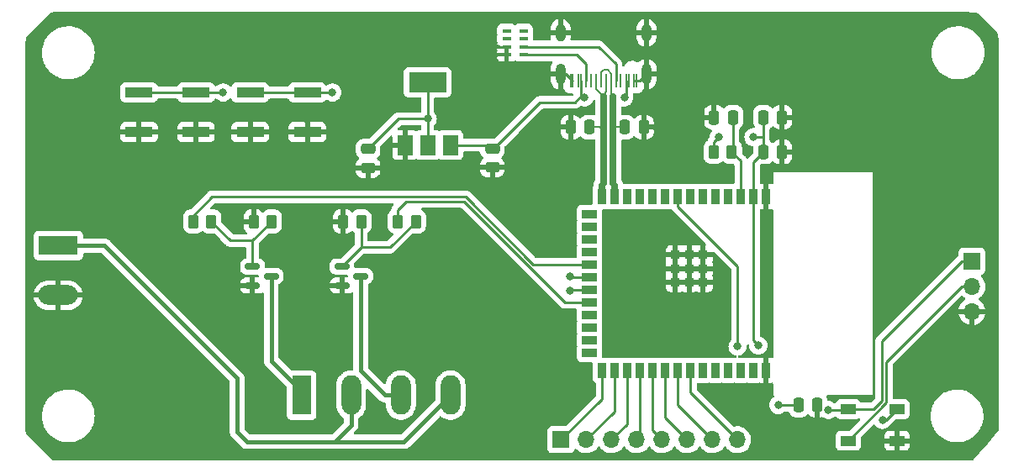
<source format=gbr>
%TF.GenerationSoftware,KiCad,Pcbnew,(6.0.7)*%
%TF.CreationDate,2022-09-04T12:35:54-05:00*%
%TF.ProjectId,Mechan-o-bell_PCB,4d656368-616e-42d6-9f2d-62656c6c5f50,rev?*%
%TF.SameCoordinates,Original*%
%TF.FileFunction,Copper,L1,Top*%
%TF.FilePolarity,Positive*%
%FSLAX46Y46*%
G04 Gerber Fmt 4.6, Leading zero omitted, Abs format (unit mm)*
G04 Created by KiCad (PCBNEW (6.0.7)) date 2022-09-04 12:35:54*
%MOMM*%
%LPD*%
G01*
G04 APERTURE LIST*
G04 Aperture macros list*
%AMRoundRect*
0 Rectangle with rounded corners*
0 $1 Rounding radius*
0 $2 $3 $4 $5 $6 $7 $8 $9 X,Y pos of 4 corners*
0 Add a 4 corners polygon primitive as box body*
4,1,4,$2,$3,$4,$5,$6,$7,$8,$9,$2,$3,0*
0 Add four circle primitives for the rounded corners*
1,1,$1+$1,$2,$3*
1,1,$1+$1,$4,$5*
1,1,$1+$1,$6,$7*
1,1,$1+$1,$8,$9*
0 Add four rect primitives between the rounded corners*
20,1,$1+$1,$2,$3,$4,$5,0*
20,1,$1+$1,$4,$5,$6,$7,0*
20,1,$1+$1,$6,$7,$8,$9,0*
20,1,$1+$1,$8,$9,$2,$3,0*%
G04 Aperture macros list end*
%TA.AperFunction,SMDPad,CuDef*%
%ADD10R,2.750000X1.000000*%
%TD*%
%TA.AperFunction,ComponentPad*%
%ADD11O,1.700000X1.700000*%
%TD*%
%TA.AperFunction,ComponentPad*%
%ADD12R,1.700000X1.700000*%
%TD*%
%TA.AperFunction,SMDPad,CuDef*%
%ADD13RoundRect,0.250000X-0.250000X-0.475000X0.250000X-0.475000X0.250000X0.475000X-0.250000X0.475000X0*%
%TD*%
%TA.AperFunction,SMDPad,CuDef*%
%ADD14RoundRect,0.250000X-0.262500X-0.450000X0.262500X-0.450000X0.262500X0.450000X-0.262500X0.450000X0*%
%TD*%
%TA.AperFunction,SMDPad,CuDef*%
%ADD15R,0.900000X0.900000*%
%TD*%
%TA.AperFunction,SMDPad,CuDef*%
%ADD16R,0.900000X1.500000*%
%TD*%
%TA.AperFunction,SMDPad,CuDef*%
%ADD17R,1.500000X0.900000*%
%TD*%
%TA.AperFunction,SMDPad,CuDef*%
%ADD18RoundRect,0.250000X-0.475000X0.250000X-0.475000X-0.250000X0.475000X-0.250000X0.475000X0.250000X0*%
%TD*%
%TA.AperFunction,SMDPad,CuDef*%
%ADD19R,0.900000X0.400000*%
%TD*%
%TA.AperFunction,ComponentPad*%
%ADD20O,3.960000X1.980000*%
%TD*%
%TA.AperFunction,ComponentPad*%
%ADD21R,3.960000X1.980000*%
%TD*%
%TA.AperFunction,SMDPad,CuDef*%
%ADD22RoundRect,0.150000X-0.587500X-0.150000X0.587500X-0.150000X0.587500X0.150000X-0.587500X0.150000X0*%
%TD*%
%TA.AperFunction,SMDPad,CuDef*%
%ADD23RoundRect,0.250000X0.250000X0.475000X-0.250000X0.475000X-0.250000X-0.475000X0.250000X-0.475000X0*%
%TD*%
%TA.AperFunction,ComponentPad*%
%ADD24O,1.980000X3.960000*%
%TD*%
%TA.AperFunction,ComponentPad*%
%ADD25R,1.980000X3.960000*%
%TD*%
%TA.AperFunction,SMDPad,CuDef*%
%ADD26R,1.500000X1.000000*%
%TD*%
%TA.AperFunction,SMDPad,CuDef*%
%ADD27R,1.500000X2.000000*%
%TD*%
%TA.AperFunction,SMDPad,CuDef*%
%ADD28R,3.800000X2.000000*%
%TD*%
%TA.AperFunction,ComponentPad*%
%ADD29O,1.000000X1.800000*%
%TD*%
%TA.AperFunction,ComponentPad*%
%ADD30O,1.000000X2.100000*%
%TD*%
%TA.AperFunction,SMDPad,CuDef*%
%ADD31R,0.250000X1.400000*%
%TD*%
%TA.AperFunction,ViaPad*%
%ADD32C,0.800000*%
%TD*%
%TA.AperFunction,Conductor*%
%ADD33C,0.450000*%
%TD*%
%TA.AperFunction,Conductor*%
%ADD34C,0.250000*%
%TD*%
%TA.AperFunction,Conductor*%
%ADD35C,0.200000*%
%TD*%
%TA.AperFunction,Conductor*%
%ADD36C,0.700000*%
%TD*%
G04 APERTURE END LIST*
D10*
%TO.P,SW1,2,B*%
%TO.N,VSS*%
X113075000Y-70000000D03*
X107325000Y-70000000D03*
%TO.P,SW1,1,A*%
%TO.N,Switch1*%
X113075000Y-66000000D03*
X107325000Y-66000000D03*
%TD*%
D11*
%TO.P,J4,3,Pin_3*%
%TO.N,VSS*%
X180000000Y-88080000D03*
%TO.P,J4,2,Pin_2*%
%TO.N,Net-(D1-Pad4)*%
X180000000Y-85540000D03*
D12*
%TO.P,J4,1,Pin_1*%
%TO.N,VCC*%
X180000000Y-83000000D03*
%TD*%
D13*
%TO.P,C1,2*%
%TO.N,VSS*%
X146950000Y-69500000D03*
%TO.P,C1,1*%
%TO.N,D-*%
X145050000Y-69500000D03*
%TD*%
D10*
%TO.P,SW2,2,B*%
%TO.N,VSS*%
X101875000Y-70000000D03*
X96125000Y-70000000D03*
%TO.P,SW2,1,A*%
%TO.N,Switch2*%
X101875000Y-66000000D03*
X96125000Y-66000000D03*
%TD*%
D14*
%TO.P,R5,2*%
%TO.N,Reset*%
X155825000Y-72000000D03*
%TO.P,R5,1*%
%TO.N,VCC*%
X154000000Y-72000000D03*
%TD*%
D15*
%TO.P,U2,41,GND*%
%TO.N,VSS*%
X152940000Y-83750000D03*
X151540000Y-85150000D03*
X150140000Y-85150000D03*
X150140000Y-82350000D03*
X151540000Y-82350000D03*
X152940000Y-85150000D03*
X151540000Y-83750000D03*
X150140000Y-83750000D03*
X152940000Y-82350000D03*
D16*
%TO.P,U2,40,GND*%
X159260000Y-94000000D03*
%TO.P,U2,39,GPIO1/TOUCH1/ADC1_CH0*%
%TO.N,unconnected-(U2-Pad39)*%
X157990000Y-94000000D03*
%TO.P,U2,38,GPIO2/TOUCH2/ADC1_CH1*%
%TO.N,unconnected-(U2-Pad38)*%
X156720000Y-94000000D03*
%TO.P,U2,37,U0TXD/GPIO43/CLK_OUT1*%
%TO.N,unconnected-(U2-Pad37)*%
X155450000Y-94000000D03*
%TO.P,U2,36,U0RXD/GPIO44/CLK_OUT2*%
%TO.N,unconnected-(U2-Pad36)*%
X154180000Y-94000000D03*
%TO.P,U2,35,MTMS/GPIO42*%
%TO.N,unconnected-(U2-Pad35)*%
X152910000Y-94000000D03*
%TO.P,U2,34,MTDI/GPIO41/CLK_OUT1*%
%TO.N,8*%
X151640000Y-94000000D03*
%TO.P,U2,33,MTDO/GPIO40/CLK_OUT2*%
%TO.N,7*%
X150370000Y-94000000D03*
%TO.P,U2,32,MTCK/GPIO39/CLK_OUT3*%
%TO.N,6*%
X149100000Y-94000000D03*
%TO.P,U2,31,GPIO38/FSPIWP*%
%TO.N,5*%
X147830000Y-94000000D03*
%TO.P,U2,30,SPIDQS/GPIO37/FSPIQ*%
%TO.N,4*%
X146560000Y-94000000D03*
%TO.P,U2,29,SPIIO7/GPIO36/FSPICLK*%
%TO.N,3*%
X145290000Y-94000000D03*
%TO.P,U2,28,SPIIO6/GPIO35/FSPID*%
%TO.N,2*%
X144020000Y-94000000D03*
%TO.P,U2,27,GPIO0*%
%TO.N,1*%
X142750000Y-94000000D03*
D17*
%TO.P,U2,26,GPIO45*%
%TO.N,unconnected-(U2-Pad26)*%
X141500000Y-92235000D03*
%TO.P,U2,25,SPIIO5/GPIO34/FSPICS0*%
%TO.N,unconnected-(U2-Pad25)*%
X141500000Y-90965000D03*
%TO.P,U2,24,SPIIO4/GPIO33/FSPIHD*%
%TO.N,unconnected-(U2-Pad24)*%
X141500000Y-89695000D03*
%TO.P,U2,23,GPIO21*%
%TO.N,unconnected-(U2-Pad23)*%
X141500000Y-88425000D03*
%TO.P,U2,22,GPIO14/TOUCH14/ADC2_CH3/FSPIWP/FSPIDQS*%
%TO.N,T2*%
X141500000Y-87155000D03*
%TO.P,U2,21,GPIO13/TOUCH13/ADC2_CH2/FSPIQ/FSPIIO7*%
%TO.N,Switch2*%
X141500000Y-85885000D03*
%TO.P,U2,20,GPIO12/TOUCH12/ADC2_CH1/FSPICLK/FSPIIO6*%
%TO.N,Switch1*%
X141500000Y-84615000D03*
%TO.P,U2,19,GPIO11/TOUCH11/ADC2_CH0/FSPID/FSPIIO5*%
%TO.N,T1*%
X141500000Y-83345000D03*
%TO.P,U2,18,GPIO10/TOUCH10/ADC1_CH9/FSPICS0/FSPIIO4*%
%TO.N,unconnected-(U2-Pad18)*%
X141500000Y-82075000D03*
%TO.P,U2,17,GPIO9/TOUCH9/ADC1_CH8/FSPIHD*%
%TO.N,unconnected-(U2-Pad17)*%
X141500000Y-80805000D03*
%TO.P,U2,16,GPIO46*%
%TO.N,unconnected-(U2-Pad16)*%
X141500000Y-79535000D03*
%TO.P,U2,15,GPIO3/TOUCH3/ADC1_CH2*%
%TO.N,unconnected-(U2-Pad15)*%
X141500000Y-78265000D03*
D16*
%TO.P,U2,14,GPIO20/U1CTS/ADC2_CH9/CLK_OUT1/USB_D+*%
%TO.N,D+*%
X142750000Y-76500000D03*
%TO.P,U2,13,GPIO19/U1RTS/ADC2_CH8/CLK_OUT2/USB_D-*%
%TO.N,D-*%
X144020000Y-76500000D03*
%TO.P,U2,12,GPIO8/TOUCH8/ADC1_CH7*%
%TO.N,unconnected-(U2-Pad12)*%
X145290000Y-76500000D03*
%TO.P,U2,11,GPIO18/U1RXD/ADC2_CH7/DAC_2/CLK_OUT3*%
%TO.N,unconnected-(U2-Pad11)*%
X146560000Y-76500000D03*
%TO.P,U2,10,GPIO17/U1TXD/ADC2_CH6/DAC_1*%
%TO.N,unconnected-(U2-Pad10)*%
X147830000Y-76500000D03*
%TO.P,U2,9,GPIO16/U0CTS/ADC2_CH5/XTAL_32K_N*%
%TO.N,unconnected-(U2-Pad9)*%
X149100000Y-76500000D03*
%TO.P,U2,8,GPIO15/U0RTS/ADC2_CH4/XTAL_32K_P*%
%TO.N,LED*%
X150370000Y-76500000D03*
%TO.P,U2,7,GPIO7/TOUCH7/ADC1_CH6*%
%TO.N,unconnected-(U2-Pad7)*%
X151640000Y-76500000D03*
%TO.P,U2,6,GPIO6/TOUCH6/ADC1_CH5*%
%TO.N,unconnected-(U2-Pad6)*%
X152910000Y-76500000D03*
%TO.P,U2,5,GPIO5/TOUCH5/ADC1_CH4*%
%TO.N,unconnected-(U2-Pad5)*%
X154180000Y-76500000D03*
%TO.P,U2,4,GPIO4/TOUCH4/ADC1_CH3*%
%TO.N,unconnected-(U2-Pad4)*%
X155450000Y-76500000D03*
%TO.P,U2,3,EN*%
%TO.N,Reset*%
X156720000Y-76500000D03*
%TO.P,U2,2,3V3*%
%TO.N,VCC*%
X157990000Y-76500000D03*
%TO.P,U2,1,GND*%
%TO.N,VSS*%
X159260000Y-76500000D03*
%TD*%
D18*
%TO.P,C3,2*%
%TO.N,VSS*%
X131700000Y-73550000D03*
%TO.P,C3,1*%
%TO.N,VBUS*%
X131700000Y-71650000D03*
%TD*%
D13*
%TO.P,C8,2*%
%TO.N,VSS*%
X164450000Y-97500000D03*
%TO.P,C8,1*%
%TO.N,VCC*%
X162550000Y-97500000D03*
%TD*%
D19*
%TO.P,RN1,8,R1.2*%
%TO.N,unconnected-(RN1-Pad8)*%
X134850000Y-59800000D03*
%TO.P,RN1,7,R2.2*%
%TO.N,unconnected-(RN1-Pad7)*%
X134850000Y-60600000D03*
%TO.P,RN1,6,R3.2*%
%TO.N,Net-(P1-PadA5)*%
X134850000Y-61400000D03*
%TO.P,RN1,5,R4.2*%
%TO.N,Net-(P1-PadB5)*%
X134850000Y-62200000D03*
%TO.P,RN1,4,R4.1*%
%TO.N,VSS*%
X133150000Y-62200000D03*
%TO.P,RN1,3,R3.1*%
X133150000Y-61400000D03*
%TO.P,RN1,2,R2.1*%
%TO.N,unconnected-(RN1-Pad2)*%
X133150000Y-60600000D03*
%TO.P,RN1,1,R1.1*%
%TO.N,unconnected-(RN1-Pad1)*%
X133150000Y-59800000D03*
%TD*%
D14*
%TO.P,R3,2*%
%TO.N,Net-(Q1-Pad1)*%
X109500000Y-79000000D03*
%TO.P,R3,1*%
%TO.N,VSS*%
X107675000Y-79000000D03*
%TD*%
D20*
%TO.P,J1,2,Pin_2*%
%TO.N,VSS*%
X88000000Y-86435000D03*
D21*
%TO.P,J1,1,Pin_1*%
%TO.N,+24V*%
X88000000Y-81435000D03*
%TD*%
D22*
%TO.P,Q2,3,D*%
%TO.N,T2out*%
X118437500Y-84500000D03*
%TO.P,Q2,2,S*%
%TO.N,VSS*%
X116562500Y-85450000D03*
%TO.P,Q2,1,G*%
%TO.N,Net-(Q2-Pad1)*%
X116562500Y-83550000D03*
%TD*%
D14*
%TO.P,R4,2*%
%TO.N,Net-(Q2-Pad1)*%
X118500000Y-79000000D03*
%TO.P,R4,1*%
%TO.N,VSS*%
X116675000Y-79000000D03*
%TD*%
D22*
%TO.P,Q1,3,D*%
%TO.N,T1out*%
X109437500Y-84500000D03*
%TO.P,Q1,2,S*%
%TO.N,VSS*%
X107562500Y-85450000D03*
%TO.P,Q1,1,G*%
%TO.N,Net-(Q1-Pad1)*%
X107562500Y-83550000D03*
%TD*%
D13*
%TO.P,C6,2*%
%TO.N,Reset*%
X155950000Y-68500000D03*
%TO.P,C6,1*%
%TO.N,VSS*%
X154050000Y-68500000D03*
%TD*%
D23*
%TO.P,C2,2*%
%TO.N,VSS*%
X139600000Y-69500000D03*
%TO.P,C2,1*%
%TO.N,D+*%
X141500000Y-69500000D03*
%TD*%
D18*
%TO.P,C4,2*%
%TO.N,VSS*%
X119200000Y-73600000D03*
%TO.P,C4,1*%
%TO.N,VCC*%
X119200000Y-71700000D03*
%TD*%
D14*
%TO.P,R1,2*%
%TO.N,Net-(Q1-Pad1)*%
X103412500Y-79000000D03*
%TO.P,R1,1*%
%TO.N,T1*%
X101587500Y-79000000D03*
%TD*%
%TO.P,R2,2*%
%TO.N,Net-(Q2-Pad1)*%
X124000000Y-79000000D03*
%TO.P,R2,1*%
%TO.N,T2*%
X122175000Y-79000000D03*
%TD*%
D13*
%TO.P,C7,2*%
%TO.N,VSS*%
X160900000Y-72000000D03*
%TO.P,C7,1*%
%TO.N,VCC*%
X159000000Y-72000000D03*
%TD*%
D11*
%TO.P,J3,8,Pin_8*%
%TO.N,8*%
X156405000Y-101000000D03*
%TO.P,J3,7,Pin_7*%
%TO.N,7*%
X153865000Y-101000000D03*
%TO.P,J3,6,Pin_6*%
%TO.N,6*%
X151325000Y-101000000D03*
%TO.P,J3,5,Pin_5*%
%TO.N,5*%
X148785000Y-101000000D03*
%TO.P,J3,4,Pin_4*%
%TO.N,4*%
X146245000Y-101000000D03*
%TO.P,J3,3,Pin_3*%
%TO.N,3*%
X143705000Y-101000000D03*
%TO.P,J3,2,Pin_2*%
%TO.N,2*%
X141165000Y-101000000D03*
D12*
%TO.P,J3,1,Pin_1*%
%TO.N,1*%
X138625000Y-101000000D03*
%TD*%
D24*
%TO.P,J2,4,Pin_4*%
%TO.N,+24V*%
X127500000Y-96500000D03*
%TO.P,J2,3,Pin_3*%
%TO.N,T2out*%
X122500000Y-96500000D03*
%TO.P,J2,2,Pin_2*%
%TO.N,+24V*%
X117500000Y-96500000D03*
D25*
%TO.P,J2,1,Pin_1*%
%TO.N,T1out*%
X112500000Y-96500000D03*
%TD*%
D26*
%TO.P,D1,4,DOUT*%
%TO.N,Net-(D1-Pad4)*%
X167550000Y-101100000D03*
%TO.P,D1,3,VDD*%
%TO.N,VCC*%
X167550000Y-97900000D03*
%TO.P,D1,2,DIN*%
%TO.N,LED*%
X172450000Y-97900000D03*
%TO.P,D1,1,VSS*%
%TO.N,VSS*%
X172450000Y-101100000D03*
%TD*%
D27*
%TO.P,U1,3,VI*%
%TO.N,VBUS*%
X127500000Y-71300000D03*
%TO.P,U1,2,VO*%
%TO.N,VCC*%
X125200000Y-71300000D03*
D28*
X125200000Y-65000000D03*
D27*
%TO.P,U1,1,GND*%
%TO.N,VSS*%
X122900000Y-71300000D03*
%TD*%
D13*
%TO.P,C5,2*%
%TO.N,VSS*%
X160900000Y-68500000D03*
%TO.P,C5,1*%
%TO.N,VCC*%
X159000000Y-68500000D03*
%TD*%
D29*
%TO.P,P1,S1,SHIELD*%
%TO.N,VSS*%
X147220000Y-60000000D03*
D30*
X138580000Y-64150000D03*
D29*
X138580000Y-60000000D03*
D30*
X147220000Y-64150000D03*
D31*
%TO.P,P1,B12,GND*%
X145975000Y-64850000D03*
%TO.P,P1,B9,VBUS*%
%TO.N,VBUS*%
X145175000Y-64850000D03*
%TO.P,P1,B8,SBU2*%
%TO.N,unconnected-(P1-PadB8)*%
X141650000Y-64850000D03*
%TO.P,P1,B7,D-*%
%TO.N,D-*%
X143650000Y-64850000D03*
%TO.P,P1,B6,D+*%
%TO.N,D+*%
X142150000Y-64850000D03*
%TO.P,P1,B5,VCONN*%
%TO.N,Net-(P1-PadB5)*%
X141150000Y-64850000D03*
%TO.P,P1,B4,VBUS*%
%TO.N,VBUS*%
X140625000Y-64850000D03*
%TO.P,P1,B1,GND*%
%TO.N,VSS*%
X139825000Y-64850000D03*
%TO.P,P1,A12,GND*%
X139575000Y-64850000D03*
%TO.P,P1,A9,VBUS*%
%TO.N,VBUS*%
X140375000Y-64850000D03*
%TO.P,P1,A8,SBU1*%
%TO.N,unconnected-(P1-PadA8)*%
X144650000Y-64850000D03*
%TO.P,P1,A7,D-*%
%TO.N,D-*%
X142650000Y-64850000D03*
%TO.P,P1,A6,D+*%
%TO.N,D+*%
X143150000Y-64850000D03*
%TO.P,P1,A5,CC*%
%TO.N,Net-(P1-PadA5)*%
X144150000Y-64850000D03*
%TO.P,P1,A4,VBUS*%
%TO.N,VBUS*%
X145425000Y-64850000D03*
%TO.P,P1,A1,GND*%
%TO.N,VSS*%
X146225000Y-64850000D03*
%TD*%
D32*
%TO.N,VSS*%
X152400000Y-88600000D03*
X121400000Y-83000000D03*
X111400000Y-83000000D03*
X122800000Y-87400000D03*
X115400000Y-88000000D03*
X107000000Y-88200000D03*
X135200000Y-65000000D03*
X148800000Y-70800000D03*
X147200000Y-78600000D03*
%TO.N,LED*%
X171000000Y-99000000D03*
X156400000Y-91600000D03*
%TO.N,VBUS*%
X145000000Y-66500000D03*
X141000000Y-66500000D03*
%TO.N,VCC*%
X165549086Y-98001534D03*
X125200000Y-68650000D03*
X160500000Y-97500000D03*
X154500000Y-70500000D03*
X158000000Y-70500000D03*
X158500000Y-91500000D03*
%TO.N,Switch1*%
X139500000Y-84500000D03*
X115600000Y-66000000D03*
%TO.N,Switch2*%
X104600000Y-66000000D03*
X139500000Y-86000000D03*
%TD*%
D33*
%TO.N,+24V*%
X107000000Y-101200000D02*
X114800000Y-101200000D01*
X114800000Y-101200000D02*
X122800000Y-101200000D01*
X117500000Y-96500000D02*
X117500000Y-99500000D01*
X117500000Y-99500000D02*
X115800000Y-101200000D01*
X115800000Y-101200000D02*
X114800000Y-101200000D01*
X88000000Y-81435000D02*
X92635000Y-81435000D01*
X92635000Y-81435000D02*
X106000000Y-94800000D01*
X106000000Y-94800000D02*
X106000000Y-100200000D01*
X106000000Y-100200000D02*
X107000000Y-101200000D01*
X122800000Y-101200000D02*
X127500000Y-96500000D01*
D34*
%TO.N,LED*%
X150370000Y-76500000D02*
X150370000Y-77500000D01*
X150370000Y-77500000D02*
X156400000Y-83530000D01*
X156400000Y-83530000D02*
X156400000Y-91600000D01*
X171000000Y-99000000D02*
X171350000Y-99000000D01*
X171350000Y-99000000D02*
X172450000Y-97900000D01*
%TO.N,VSS*%
X146225000Y-64850000D02*
X145975000Y-64850000D01*
X145975000Y-64850000D02*
X146520000Y-64850000D01*
X146520000Y-64850000D02*
X147220000Y-64150000D01*
X139825000Y-64850000D02*
X139575000Y-64850000D01*
X138580000Y-64150000D02*
X139125000Y-64150000D01*
X139125000Y-64150000D02*
X139825000Y-64850000D01*
D35*
%TO.N,D-*%
X143700000Y-65927749D02*
X143700000Y-66272250D01*
X143650000Y-64850000D02*
X143650000Y-65900001D01*
X144000000Y-69500000D02*
X143811200Y-69688800D01*
X143300000Y-63750000D02*
X143650000Y-64100000D01*
D36*
X144020000Y-76500000D02*
X144020000Y-75374999D01*
D35*
X143625000Y-66269502D02*
X143811200Y-66455702D01*
D36*
X143811200Y-69688800D02*
X143811200Y-66455702D01*
D35*
X142650000Y-64850000D02*
X142650000Y-64000000D01*
X142650000Y-64000000D02*
X142900000Y-63750000D01*
X145050000Y-69500000D02*
X144000000Y-69500000D01*
X143650000Y-64100000D02*
X143650000Y-64850000D01*
X142900000Y-63750000D02*
X143300000Y-63750000D01*
D36*
X144020000Y-75374999D02*
X143811200Y-75166199D01*
D35*
X143675000Y-65900001D02*
X143650000Y-65925001D01*
D36*
X143811200Y-75166199D02*
X143811200Y-69688800D01*
D35*
%TO.N,D+*%
X142500000Y-69500000D02*
X142958800Y-69958800D01*
D36*
X142750000Y-76500000D02*
X142750000Y-75374999D01*
D35*
X142150000Y-64850000D02*
X142150000Y-65682400D01*
X143100000Y-65925001D02*
X143100000Y-66239502D01*
X143125000Y-65900001D02*
X143150000Y-65925001D01*
D36*
X142958800Y-69958800D02*
X142958800Y-66455702D01*
D35*
X142150000Y-65682400D02*
X142883800Y-66416200D01*
D36*
X142958800Y-75166199D02*
X142958800Y-69958800D01*
D35*
X143100000Y-66200000D02*
X142883800Y-66416200D01*
X141500000Y-69500000D02*
X142500000Y-69500000D01*
X143150000Y-64850000D02*
X143150000Y-65900001D01*
D36*
X142750000Y-75374999D02*
X142958800Y-75166199D01*
D34*
%TO.N,VBUS*%
X145175000Y-66325000D02*
X145175000Y-64850000D01*
X140625000Y-64850000D02*
X140625000Y-66125000D01*
X132000000Y-71500000D02*
X136500000Y-67000000D01*
X140000000Y-67000000D02*
X140625000Y-66375000D01*
X140625000Y-66125000D02*
X141000000Y-66500000D01*
X136500000Y-67000000D02*
X140000000Y-67000000D01*
X127500000Y-71300000D02*
X131350000Y-71300000D01*
X131350000Y-71300000D02*
X131700000Y-71650000D01*
X145000000Y-66500000D02*
X145175000Y-66325000D01*
X140625000Y-66375000D02*
X140625000Y-64850000D01*
%TO.N,VCC*%
X119200000Y-71700000D02*
X122250000Y-68650000D01*
X167448466Y-98001534D02*
X167550000Y-97900000D01*
X159000000Y-70500000D02*
X159000000Y-72000000D01*
X165549086Y-98001534D02*
X167448466Y-98001534D01*
X170925000Y-91050000D02*
X178975000Y-83000000D01*
X157990000Y-73010000D02*
X157990000Y-76500000D01*
X167550000Y-97900000D02*
X170100000Y-97900000D01*
X159000000Y-68500000D02*
X159000000Y-70500000D01*
X158000000Y-70500000D02*
X159000000Y-70500000D01*
X154000000Y-71000000D02*
X154500000Y-70500000D01*
X125200000Y-71300000D02*
X125200000Y-65000000D01*
X178975000Y-83000000D02*
X180000000Y-83000000D01*
X122250000Y-68650000D02*
X125200000Y-68650000D01*
X159000000Y-72000000D02*
X157990000Y-73010000D01*
X157990000Y-90990000D02*
X158500000Y-91500000D01*
X154000000Y-72000000D02*
X154000000Y-71000000D01*
X170925000Y-97075000D02*
X170925000Y-91050000D01*
X157990000Y-76500000D02*
X157990000Y-90990000D01*
X160500000Y-97500000D02*
X162550000Y-97500000D01*
X170100000Y-97900000D02*
X170925000Y-97075000D01*
%TO.N,Reset*%
X155950000Y-71875000D02*
X155825000Y-72000000D01*
X155825000Y-72000000D02*
X156720000Y-72895000D01*
X156720000Y-72895000D02*
X156720000Y-76500000D01*
X155950000Y-68500000D02*
X155950000Y-71875000D01*
%TO.N,Net-(D1-Pad4)*%
X178975000Y-85540000D02*
X171375000Y-93140000D01*
X171375000Y-97275000D02*
X167550000Y-101100000D01*
X171375000Y-93140000D02*
X171375000Y-97275000D01*
X180000000Y-85540000D02*
X178975000Y-85540000D01*
D33*
%TO.N,T1out*%
X109437500Y-84500000D02*
X109437500Y-93062500D01*
X112500000Y-96125000D02*
X112500000Y-96500000D01*
X109437500Y-93062500D02*
X112500000Y-96125000D01*
%TO.N,T2out*%
X120875000Y-96500000D02*
X122500000Y-96500000D01*
X118437500Y-84500000D02*
X118437500Y-94062500D01*
X118437500Y-94062500D02*
X120875000Y-96500000D01*
D34*
%TO.N,Net-(P1-PadA5)*%
X134850000Y-61400000D02*
X142400000Y-61400000D01*
X144150000Y-63150000D02*
X144150000Y-64850000D01*
X142400000Y-61400000D02*
X144150000Y-63150000D01*
%TO.N,Net-(P1-PadB5)*%
X141150000Y-63150000D02*
X141150000Y-64850000D01*
X140200000Y-62200000D02*
X141150000Y-63150000D01*
X134850000Y-62200000D02*
X140200000Y-62200000D01*
%TO.N,Net-(Q1-Pad1)*%
X107562500Y-83550000D02*
X107562500Y-80937500D01*
X105350000Y-80937500D02*
X103412500Y-79000000D01*
X107562500Y-80937500D02*
X105350000Y-80937500D01*
X107562500Y-80937500D02*
X109500000Y-79000000D01*
%TO.N,Net-(Q2-Pad1)*%
X118500000Y-81612500D02*
X121387500Y-81612500D01*
X121387500Y-81612500D02*
X124000000Y-79000000D01*
X118500000Y-81612500D02*
X118500000Y-79000000D01*
X116562500Y-83550000D02*
X118500000Y-81612500D01*
%TO.N,T1*%
X101587500Y-78412500D02*
X101587500Y-79000000D01*
X103500000Y-76500000D02*
X101587500Y-78412500D01*
X129000000Y-76500000D02*
X103500000Y-76500000D01*
X141500000Y-83345000D02*
X135845000Y-83345000D01*
X135845000Y-83345000D02*
X129000000Y-76500000D01*
%TO.N,T2*%
X141500000Y-87155000D02*
X139018604Y-87155000D01*
X139018604Y-87155000D02*
X128863604Y-77000000D01*
X128863604Y-77000000D02*
X123000000Y-77000000D01*
X122175000Y-77825000D02*
X122175000Y-79000000D01*
X123000000Y-77000000D02*
X122175000Y-77825000D01*
%TO.N,Switch1*%
X110800000Y-66000000D02*
X107925000Y-66000000D01*
X139615000Y-84615000D02*
X139500000Y-84500000D01*
X141500000Y-84615000D02*
X139615000Y-84615000D01*
X115600000Y-66000000D02*
X113075000Y-66000000D01*
X110800000Y-66000000D02*
X113675000Y-66000000D01*
%TO.N,Switch2*%
X141500000Y-85885000D02*
X139615000Y-85885000D01*
X104600000Y-66000000D02*
X101875000Y-66000000D01*
X139615000Y-85885000D02*
X139500000Y-86000000D01*
X102400000Y-66000000D02*
X96650000Y-66000000D01*
%TO.N,1*%
X142750000Y-96875000D02*
X138625000Y-101000000D01*
X142750000Y-94000000D02*
X142750000Y-96875000D01*
%TO.N,2*%
X144020000Y-94000000D02*
X144020000Y-98145000D01*
X144020000Y-98145000D02*
X141165000Y-101000000D01*
%TO.N,3*%
X145290000Y-99415000D02*
X143705000Y-101000000D01*
X145290000Y-94000000D02*
X145290000Y-99415000D01*
%TO.N,4*%
X146560000Y-94000000D02*
X146560000Y-100685000D01*
X146560000Y-100685000D02*
X146245000Y-101000000D01*
%TO.N,5*%
X147830000Y-100045000D02*
X148785000Y-101000000D01*
X147830000Y-94000000D02*
X147830000Y-100045000D01*
%TO.N,6*%
X149100000Y-98775000D02*
X151325000Y-101000000D01*
X149100000Y-94000000D02*
X149100000Y-98775000D01*
%TO.N,7*%
X150370000Y-94000000D02*
X150370000Y-97505000D01*
X150370000Y-97505000D02*
X153865000Y-101000000D01*
%TO.N,8*%
X151640000Y-94000000D02*
X151640000Y-96235000D01*
X151640000Y-96235000D02*
X156405000Y-101000000D01*
%TD*%
%TA.AperFunction,Conductor*%
%TO.N,VSS*%
G36*
X129731299Y-57910402D02*
G01*
X179746461Y-57912662D01*
X179765838Y-57914162D01*
X179780679Y-57916473D01*
X179780687Y-57916473D01*
X179789555Y-57917854D01*
X179798457Y-57916690D01*
X179798458Y-57916690D01*
X179800231Y-57916458D01*
X179807552Y-57915501D01*
X179830947Y-57914635D01*
X180112510Y-57930450D01*
X180126550Y-57932032D01*
X180432280Y-57983981D01*
X180446045Y-57987123D01*
X180612988Y-58035219D01*
X180667198Y-58067198D01*
X182532802Y-59932802D01*
X182564781Y-59987012D01*
X182612877Y-60153955D01*
X182616019Y-60167720D01*
X182667968Y-60473450D01*
X182669550Y-60487491D01*
X182684955Y-60761761D01*
X182683654Y-60788207D01*
X182683527Y-60789020D01*
X182683527Y-60789024D01*
X182682146Y-60797893D01*
X182684607Y-60816709D01*
X182686278Y-60829484D01*
X182687342Y-60845810D01*
X182689136Y-77820758D01*
X182691487Y-100076658D01*
X182671492Y-100144781D01*
X182660312Y-100159643D01*
X181599399Y-101372115D01*
X180736636Y-102358131D01*
X180145057Y-103034221D01*
X180085146Y-103072315D01*
X180057299Y-103077051D01*
X179970190Y-103081942D01*
X179842407Y-103089118D01*
X179815964Y-103087817D01*
X179815151Y-103087690D01*
X179815145Y-103087690D01*
X179806276Y-103086309D01*
X179797374Y-103087473D01*
X179797372Y-103087473D01*
X179782323Y-103089441D01*
X179774714Y-103090436D01*
X179758379Y-103091500D01*
X87649367Y-103091500D01*
X87629982Y-103090000D01*
X87615149Y-103087690D01*
X87615145Y-103087690D01*
X87606276Y-103086309D01*
X87588280Y-103088662D01*
X87564884Y-103089528D01*
X87533064Y-103087741D01*
X87466172Y-103063950D01*
X87451034Y-103051034D01*
X84748966Y-100348966D01*
X84714940Y-100286654D01*
X84712259Y-100266935D01*
X84711110Y-100246464D01*
X84711089Y-100246099D01*
X84712412Y-100222208D01*
X84712334Y-100222201D01*
X84712539Y-100219916D01*
X84712638Y-100218127D01*
X84712769Y-100217346D01*
X84713576Y-100212552D01*
X84713729Y-100200000D01*
X84709773Y-100172376D01*
X84708500Y-100154514D01*
X84708500Y-98646485D01*
X86336854Y-98646485D01*
X86344600Y-98744907D01*
X86360380Y-98945404D01*
X86362370Y-98970695D01*
X86427206Y-99289378D01*
X86530398Y-99597784D01*
X86532052Y-99601253D01*
X86532053Y-99601254D01*
X86569072Y-99678866D01*
X86670405Y-99891316D01*
X86672467Y-99894553D01*
X86672470Y-99894558D01*
X86716396Y-99963507D01*
X86845141Y-100165597D01*
X86847584Y-100168560D01*
X86847585Y-100168562D01*
X87032468Y-100392842D01*
X87052001Y-100416538D01*
X87287902Y-100640399D01*
X87549326Y-100833843D01*
X87690851Y-100913914D01*
X87829019Y-100992086D01*
X87829023Y-100992088D01*
X87832376Y-100993985D01*
X88132832Y-101118438D01*
X88236288Y-101147129D01*
X88442500Y-101204317D01*
X88442508Y-101204319D01*
X88446216Y-101205347D01*
X88767856Y-101253416D01*
X88771154Y-101253560D01*
X88882918Y-101258440D01*
X88882922Y-101258440D01*
X88884294Y-101258500D01*
X89082598Y-101258500D01*
X89324605Y-101243698D01*
X89328388Y-101242997D01*
X89328395Y-101242996D01*
X89528459Y-101205916D01*
X89644372Y-101184433D01*
X89853682Y-101118438D01*
X89950860Y-101087798D01*
X89950863Y-101087797D01*
X89954532Y-101086640D01*
X89958029Y-101085046D01*
X89958035Y-101085044D01*
X90246954Y-100953376D01*
X90246958Y-100953374D01*
X90250462Y-100951777D01*
X90304028Y-100918952D01*
X90524473Y-100783863D01*
X90524476Y-100783861D01*
X90527751Y-100781854D01*
X90530755Y-100779464D01*
X90530760Y-100779461D01*
X90657385Y-100678738D01*
X90782264Y-100579405D01*
X90784958Y-100576664D01*
X90784962Y-100576660D01*
X91007513Y-100350190D01*
X91007517Y-100350185D01*
X91010208Y-100347447D01*
X91153745Y-100160386D01*
X91205835Y-100092502D01*
X91205837Y-100092498D01*
X91208185Y-100089439D01*
X91337346Y-99870166D01*
X91371289Y-99812543D01*
X91371291Y-99812540D01*
X91373242Y-99809227D01*
X91502920Y-99510988D01*
X91508378Y-99492564D01*
X91574164Y-99270473D01*
X91595285Y-99199169D01*
X91648961Y-98878417D01*
X91663146Y-98553515D01*
X91647195Y-98350834D01*
X91637932Y-98233140D01*
X91637932Y-98233137D01*
X91637630Y-98229305D01*
X91572794Y-97910622D01*
X91469602Y-97602216D01*
X91447107Y-97555053D01*
X91334829Y-97319658D01*
X91329595Y-97308684D01*
X91322496Y-97297540D01*
X91254243Y-97190405D01*
X91154859Y-97034403D01*
X91107626Y-96977105D01*
X90950442Y-96786425D01*
X90950438Y-96786420D01*
X90947999Y-96783462D01*
X90712098Y-96559601D01*
X90450674Y-96366157D01*
X90245781Y-96250234D01*
X90170981Y-96207914D01*
X90170977Y-96207912D01*
X90167624Y-96206015D01*
X89867168Y-96081562D01*
X89763712Y-96052871D01*
X89557500Y-95995683D01*
X89557492Y-95995681D01*
X89553784Y-95994653D01*
X89232144Y-95946584D01*
X89228846Y-95946440D01*
X89117082Y-95941560D01*
X89117078Y-95941560D01*
X89115706Y-95941500D01*
X88917402Y-95941500D01*
X88675395Y-95956302D01*
X88671612Y-95957003D01*
X88671605Y-95957004D01*
X88515511Y-95985935D01*
X88355628Y-96015567D01*
X88171058Y-96073762D01*
X88049140Y-96112202D01*
X88049137Y-96112203D01*
X88045468Y-96113360D01*
X88041971Y-96114954D01*
X88041965Y-96114956D01*
X87753046Y-96246624D01*
X87753042Y-96246626D01*
X87749538Y-96248223D01*
X87472249Y-96418146D01*
X87469245Y-96420536D01*
X87469240Y-96420539D01*
X87356130Y-96510511D01*
X87217736Y-96620595D01*
X87215042Y-96623336D01*
X87215038Y-96623340D01*
X86992487Y-96849810D01*
X86992483Y-96849815D01*
X86989792Y-96852553D01*
X86886632Y-96986994D01*
X86823909Y-97068736D01*
X86791815Y-97110561D01*
X86686304Y-97289684D01*
X86638604Y-97370663D01*
X86626758Y-97390773D01*
X86497080Y-97689012D01*
X86495986Y-97692706D01*
X86495984Y-97692711D01*
X86458822Y-97818169D01*
X86404715Y-98000831D01*
X86351039Y-98321583D01*
X86336854Y-98646485D01*
X84708500Y-98646485D01*
X84708500Y-86707194D01*
X85536135Y-86707194D01*
X85547006Y-86778236D01*
X85549395Y-86788263D01*
X85622709Y-87012570D01*
X85626706Y-87022079D01*
X85735669Y-87231395D01*
X85741163Y-87240120D01*
X85882854Y-87428835D01*
X85889697Y-87436542D01*
X86060310Y-87599584D01*
X86068316Y-87606067D01*
X86263274Y-87739057D01*
X86272226Y-87744143D01*
X86486285Y-87843506D01*
X86495945Y-87847060D01*
X86723369Y-87910130D01*
X86733473Y-87912057D01*
X86926102Y-87932644D01*
X86932794Y-87933000D01*
X87727885Y-87933000D01*
X87743124Y-87928525D01*
X87744329Y-87927135D01*
X87746000Y-87919452D01*
X87746000Y-87914885D01*
X88254000Y-87914885D01*
X88258475Y-87930124D01*
X88259865Y-87931329D01*
X88267548Y-87933000D01*
X89049857Y-87933000D01*
X89055030Y-87932788D01*
X89230350Y-87918374D01*
X89240512Y-87916691D01*
X89469396Y-87859200D01*
X89479151Y-87855879D01*
X89695557Y-87761782D01*
X89704655Y-87756904D01*
X89902787Y-87628727D01*
X89910956Y-87622437D01*
X90085501Y-87463613D01*
X90092526Y-87456080D01*
X90238787Y-87270880D01*
X90244492Y-87262293D01*
X90358536Y-87055703D01*
X90362766Y-87046291D01*
X90441539Y-86823844D01*
X90444173Y-86813873D01*
X90463239Y-86706837D01*
X90461779Y-86693540D01*
X90447222Y-86689000D01*
X88272115Y-86689000D01*
X88256876Y-86693475D01*
X88255671Y-86694865D01*
X88254000Y-86702548D01*
X88254000Y-87914885D01*
X87746000Y-87914885D01*
X87746000Y-86707115D01*
X87741525Y-86691876D01*
X87740135Y-86690671D01*
X87732452Y-86689000D01*
X85551466Y-86689000D01*
X85538122Y-86692918D01*
X85536135Y-86707194D01*
X84708500Y-86707194D01*
X84708500Y-86163163D01*
X85536761Y-86163163D01*
X85538221Y-86176460D01*
X85552778Y-86181000D01*
X87727885Y-86181000D01*
X87743124Y-86176525D01*
X87744329Y-86175135D01*
X87746000Y-86167452D01*
X87746000Y-86162885D01*
X88254000Y-86162885D01*
X88258475Y-86178124D01*
X88259865Y-86179329D01*
X88267548Y-86181000D01*
X90448534Y-86181000D01*
X90461878Y-86177082D01*
X90463865Y-86162806D01*
X90452994Y-86091764D01*
X90450605Y-86081737D01*
X90377291Y-85857430D01*
X90373294Y-85847921D01*
X90264331Y-85638605D01*
X90258837Y-85629880D01*
X90117146Y-85441165D01*
X90110303Y-85433458D01*
X89939690Y-85270416D01*
X89931684Y-85263933D01*
X89736726Y-85130943D01*
X89727774Y-85125857D01*
X89513715Y-85026494D01*
X89504055Y-85022940D01*
X89276631Y-84959870D01*
X89266527Y-84957943D01*
X89073898Y-84937356D01*
X89067206Y-84937000D01*
X88272115Y-84937000D01*
X88256876Y-84941475D01*
X88255671Y-84942865D01*
X88254000Y-84950548D01*
X88254000Y-86162885D01*
X87746000Y-86162885D01*
X87746000Y-84955115D01*
X87741525Y-84939876D01*
X87740135Y-84938671D01*
X87732452Y-84937000D01*
X86950143Y-84937000D01*
X86944970Y-84937212D01*
X86769650Y-84951626D01*
X86759488Y-84953309D01*
X86530604Y-85010800D01*
X86520849Y-85014121D01*
X86304443Y-85108218D01*
X86295345Y-85113096D01*
X86097213Y-85241273D01*
X86089044Y-85247563D01*
X85914499Y-85406387D01*
X85907474Y-85413920D01*
X85761213Y-85599120D01*
X85755508Y-85607707D01*
X85641464Y-85814297D01*
X85637234Y-85823709D01*
X85558461Y-86046156D01*
X85555827Y-86056127D01*
X85536761Y-86163163D01*
X84708500Y-86163163D01*
X84708500Y-82473134D01*
X85511500Y-82473134D01*
X85518255Y-82535316D01*
X85569385Y-82671705D01*
X85656739Y-82788261D01*
X85773295Y-82875615D01*
X85909684Y-82926745D01*
X85971866Y-82933500D01*
X90028134Y-82933500D01*
X90090316Y-82926745D01*
X90226705Y-82875615D01*
X90343261Y-82788261D01*
X90430615Y-82671705D01*
X90481745Y-82535316D01*
X90488500Y-82473134D01*
X90488500Y-82294500D01*
X90508502Y-82226379D01*
X90562158Y-82179886D01*
X90614500Y-82168500D01*
X92278984Y-82168500D01*
X92347105Y-82188502D01*
X92368079Y-82205405D01*
X105229595Y-95066920D01*
X105263621Y-95129232D01*
X105266500Y-95156015D01*
X105266500Y-100134834D01*
X105265067Y-100153784D01*
X105263270Y-100165597D01*
X105261957Y-100174227D01*
X105262550Y-100181519D01*
X105262550Y-100181522D01*
X105266085Y-100224979D01*
X105266500Y-100235194D01*
X105266500Y-100242826D01*
X105266922Y-100246445D01*
X105266923Y-100246464D01*
X105269675Y-100270069D01*
X105270107Y-100274435D01*
X105275823Y-100344704D01*
X105278081Y-100351673D01*
X105279184Y-100357193D01*
X105280466Y-100362618D01*
X105281314Y-100369890D01*
X105283811Y-100376769D01*
X105305382Y-100436196D01*
X105306810Y-100440356D01*
X105326280Y-100500458D01*
X105326282Y-100500462D01*
X105328536Y-100507420D01*
X105332330Y-100513672D01*
X105334672Y-100518788D01*
X105337176Y-100523789D01*
X105339673Y-100530667D01*
X105343683Y-100536784D01*
X105343686Y-100536789D01*
X105378347Y-100589654D01*
X105380695Y-100593376D01*
X105414356Y-100648848D01*
X105417267Y-100653645D01*
X105420979Y-100657848D01*
X105424429Y-100661755D01*
X105424412Y-100661770D01*
X105427346Y-100665080D01*
X105429442Y-100667587D01*
X105433454Y-100673706D01*
X105438766Y-100678738D01*
X105487776Y-100725166D01*
X105490218Y-100727544D01*
X106435255Y-101672581D01*
X106447641Y-101686993D01*
X106459900Y-101703651D01*
X106489501Y-101728799D01*
X106498713Y-101736625D01*
X106506229Y-101743555D01*
X106511620Y-101748946D01*
X106533124Y-101765959D01*
X106536510Y-101768736D01*
X106584667Y-101809649D01*
X106584672Y-101809653D01*
X106590251Y-101814392D01*
X106596773Y-101817722D01*
X106601451Y-101820842D01*
X106606205Y-101823778D01*
X106611943Y-101828318D01*
X106618570Y-101831415D01*
X106618571Y-101831416D01*
X106675854Y-101858189D01*
X106679761Y-101860099D01*
X106742582Y-101892176D01*
X106749694Y-101893916D01*
X106754980Y-101895882D01*
X106760265Y-101897640D01*
X106766895Y-101900739D01*
X106826448Y-101913126D01*
X106835972Y-101915107D01*
X106840256Y-101916077D01*
X106908721Y-101932830D01*
X106914323Y-101933178D01*
X106914326Y-101933178D01*
X106919520Y-101933500D01*
X106919519Y-101933524D01*
X106923916Y-101933788D01*
X106927190Y-101934080D01*
X106934353Y-101935570D01*
X107009161Y-101933546D01*
X107012569Y-101933500D01*
X115734834Y-101933500D01*
X115753784Y-101934933D01*
X115766993Y-101936943D01*
X115766997Y-101936943D01*
X115774227Y-101938043D01*
X115781519Y-101937450D01*
X115781522Y-101937450D01*
X115824979Y-101933915D01*
X115835194Y-101933500D01*
X122734834Y-101933500D01*
X122753784Y-101934933D01*
X122766993Y-101936943D01*
X122766997Y-101936943D01*
X122774227Y-101938043D01*
X122781519Y-101937450D01*
X122781522Y-101937450D01*
X122824979Y-101933915D01*
X122835194Y-101933500D01*
X122842826Y-101933500D01*
X122846445Y-101933078D01*
X122846464Y-101933077D01*
X122870069Y-101930325D01*
X122874435Y-101929893D01*
X122901754Y-101927671D01*
X122937404Y-101924771D01*
X122937406Y-101924771D01*
X122944704Y-101924177D01*
X122951673Y-101921919D01*
X122957193Y-101920816D01*
X122962618Y-101919534D01*
X122969890Y-101918686D01*
X123036210Y-101894613D01*
X123040356Y-101893190D01*
X123100458Y-101873720D01*
X123100462Y-101873718D01*
X123107420Y-101871464D01*
X123113672Y-101867670D01*
X123118788Y-101865328D01*
X123123789Y-101862824D01*
X123130667Y-101860327D01*
X123136784Y-101856317D01*
X123136789Y-101856314D01*
X123189654Y-101821653D01*
X123193376Y-101819305D01*
X123248848Y-101785644D01*
X123248849Y-101785643D01*
X123253645Y-101782733D01*
X123261755Y-101775571D01*
X123261770Y-101775588D01*
X123265080Y-101772654D01*
X123267587Y-101770558D01*
X123273706Y-101766546D01*
X123325166Y-101712224D01*
X123327544Y-101709782D01*
X126380259Y-98657067D01*
X126442571Y-98623041D01*
X126513386Y-98628106D01*
X126547442Y-98647278D01*
X126667901Y-98742410D01*
X126713295Y-98767469D01*
X126854158Y-98845230D01*
X126883625Y-98861497D01*
X127115903Y-98943750D01*
X127146188Y-98949145D01*
X127353407Y-98986057D01*
X127353411Y-98986057D01*
X127358495Y-98986963D01*
X127437914Y-98987933D01*
X127599718Y-98989910D01*
X127599720Y-98989910D01*
X127604888Y-98989973D01*
X127848464Y-98952701D01*
X128082682Y-98876147D01*
X128087270Y-98873759D01*
X128087274Y-98873757D01*
X128296663Y-98764756D01*
X128296664Y-98764755D01*
X128301252Y-98762367D01*
X128305385Y-98759264D01*
X128305388Y-98759262D01*
X128494168Y-98617521D01*
X128494170Y-98617519D01*
X128498303Y-98614416D01*
X128613488Y-98493883D01*
X128664974Y-98440006D01*
X128664975Y-98440005D01*
X128668545Y-98436269D01*
X128688424Y-98407128D01*
X128804485Y-98236989D01*
X128804488Y-98236984D01*
X128807404Y-98232709D01*
X128809580Y-98228020D01*
X128809584Y-98228014D01*
X128908975Y-98013894D01*
X128908977Y-98013889D01*
X128911152Y-98009203D01*
X128915100Y-97994969D01*
X128975623Y-97776726D01*
X128975623Y-97776725D01*
X128977002Y-97771753D01*
X128995121Y-97602216D01*
X128998144Y-97573929D01*
X128998144Y-97573921D01*
X128998500Y-97570594D01*
X128998500Y-95447531D01*
X128996736Y-95426071D01*
X128983869Y-95269568D01*
X128983868Y-95269562D01*
X128983445Y-95264417D01*
X128946829Y-95118642D01*
X128924675Y-95030441D01*
X128924674Y-95030437D01*
X128923416Y-95025430D01*
X128910926Y-94996705D01*
X128827220Y-94804193D01*
X128827218Y-94804190D01*
X128825160Y-94799456D01*
X128822354Y-94795118D01*
X128694126Y-94596908D01*
X128694121Y-94596902D01*
X128691315Y-94592564D01*
X128525477Y-94410310D01*
X128521426Y-94407111D01*
X128521422Y-94407107D01*
X128384357Y-94298861D01*
X128332099Y-94257590D01*
X128162416Y-94163919D01*
X128120906Y-94141004D01*
X128120903Y-94141003D01*
X128116375Y-94138503D01*
X127884097Y-94056250D01*
X127829457Y-94046517D01*
X127646593Y-94013943D01*
X127646589Y-94013943D01*
X127641505Y-94013037D01*
X127562086Y-94012067D01*
X127400282Y-94010090D01*
X127400280Y-94010090D01*
X127395112Y-94010027D01*
X127151536Y-94047299D01*
X126917318Y-94123853D01*
X126912730Y-94126241D01*
X126912726Y-94126243D01*
X126703337Y-94235244D01*
X126698748Y-94237633D01*
X126694615Y-94240736D01*
X126694612Y-94240738D01*
X126547561Y-94351148D01*
X126501697Y-94385584D01*
X126478666Y-94409684D01*
X126392800Y-94499538D01*
X126331455Y-94563731D01*
X126328541Y-94568003D01*
X126328540Y-94568004D01*
X126195515Y-94763011D01*
X126195512Y-94763016D01*
X126192596Y-94767291D01*
X126190420Y-94771980D01*
X126190416Y-94771986D01*
X126091025Y-94986106D01*
X126088848Y-94990797D01*
X126087468Y-94995775D01*
X126087466Y-94995779D01*
X126077854Y-95030441D01*
X126022998Y-95228247D01*
X126014083Y-95311669D01*
X126002740Y-95417807D01*
X126001500Y-95429406D01*
X126001500Y-96908984D01*
X125981498Y-96977105D01*
X125964595Y-96998079D01*
X122533080Y-100429595D01*
X122470768Y-100463621D01*
X122443985Y-100466500D01*
X117875015Y-100466500D01*
X117806894Y-100446498D01*
X117760401Y-100392842D01*
X117750297Y-100322568D01*
X117779791Y-100257988D01*
X117785920Y-100251405D01*
X117972577Y-100064748D01*
X117986990Y-100052361D01*
X117997752Y-100044441D01*
X118003651Y-100040100D01*
X118036631Y-100001280D01*
X118043561Y-99993764D01*
X118048945Y-99988380D01*
X118051208Y-99985519D01*
X118051213Y-99985514D01*
X118065932Y-99966909D01*
X118068721Y-99963507D01*
X118109653Y-99915328D01*
X118109656Y-99915324D01*
X118114392Y-99909749D01*
X118117721Y-99903228D01*
X118120842Y-99898549D01*
X118123778Y-99893795D01*
X118128318Y-99888057D01*
X118140450Y-99862101D01*
X118158189Y-99824146D01*
X118160099Y-99820239D01*
X118192176Y-99757418D01*
X118193916Y-99750306D01*
X118195882Y-99745020D01*
X118197640Y-99739735D01*
X118200739Y-99733105D01*
X118215106Y-99664032D01*
X118216076Y-99659748D01*
X118217822Y-99652614D01*
X118232830Y-99591279D01*
X118233500Y-99580480D01*
X118233524Y-99580481D01*
X118233788Y-99576066D01*
X118234078Y-99572816D01*
X118235569Y-99565648D01*
X118233546Y-99490877D01*
X118233500Y-99487469D01*
X118233500Y-98874088D01*
X118253502Y-98805967D01*
X118292355Y-98767469D01*
X118296664Y-98764755D01*
X118301252Y-98762367D01*
X118364493Y-98714884D01*
X118494168Y-98617521D01*
X118494170Y-98617519D01*
X118498303Y-98614416D01*
X118613488Y-98493883D01*
X118664974Y-98440006D01*
X118664975Y-98440005D01*
X118668545Y-98436269D01*
X118688424Y-98407128D01*
X118804485Y-98236989D01*
X118804488Y-98236984D01*
X118807404Y-98232709D01*
X118809580Y-98228020D01*
X118809584Y-98228014D01*
X118908975Y-98013894D01*
X118908977Y-98013889D01*
X118911152Y-98009203D01*
X118915100Y-97994969D01*
X118975623Y-97776726D01*
X118975623Y-97776725D01*
X118977002Y-97771753D01*
X118995121Y-97602216D01*
X118998144Y-97573929D01*
X118998144Y-97573921D01*
X118998500Y-97570594D01*
X118998500Y-95965016D01*
X119018502Y-95896895D01*
X119072158Y-95850402D01*
X119142432Y-95840298D01*
X119207012Y-95869792D01*
X119213595Y-95875921D01*
X120310255Y-96972581D01*
X120322641Y-96986993D01*
X120334900Y-97003651D01*
X120340483Y-97008394D01*
X120373713Y-97036625D01*
X120381229Y-97043555D01*
X120386620Y-97048946D01*
X120408124Y-97065959D01*
X120411510Y-97068736D01*
X120459667Y-97109649D01*
X120459672Y-97109653D01*
X120465251Y-97114392D01*
X120471773Y-97117722D01*
X120476451Y-97120842D01*
X120481205Y-97123778D01*
X120486943Y-97128318D01*
X120493570Y-97131415D01*
X120493571Y-97131416D01*
X120550854Y-97158189D01*
X120554761Y-97160099D01*
X120617582Y-97192176D01*
X120624694Y-97193916D01*
X120629980Y-97195882D01*
X120635265Y-97197640D01*
X120641895Y-97200739D01*
X120710972Y-97215107D01*
X120715256Y-97216077D01*
X120783721Y-97232830D01*
X120789323Y-97233178D01*
X120789326Y-97233178D01*
X120794520Y-97233500D01*
X120794519Y-97233524D01*
X120798916Y-97233788D01*
X120802190Y-97234080D01*
X120809353Y-97235570D01*
X120824851Y-97235151D01*
X120872093Y-97233873D01*
X120940730Y-97252026D01*
X120988656Y-97304405D01*
X121001500Y-97359827D01*
X121001500Y-97552469D01*
X121001712Y-97555042D01*
X121001712Y-97555053D01*
X121016131Y-97730432D01*
X121016132Y-97730438D01*
X121016555Y-97735583D01*
X121037299Y-97818169D01*
X121062299Y-97917697D01*
X121076584Y-97974570D01*
X121078642Y-97979303D01*
X121078643Y-97979306D01*
X121172368Y-98194858D01*
X121174840Y-98200544D01*
X121177644Y-98204878D01*
X121177646Y-98204882D01*
X121305874Y-98403092D01*
X121305879Y-98403098D01*
X121308685Y-98407436D01*
X121474523Y-98589690D01*
X121478574Y-98592889D01*
X121478578Y-98592893D01*
X121579155Y-98672323D01*
X121667901Y-98742410D01*
X121713295Y-98767469D01*
X121854158Y-98845230D01*
X121883625Y-98861497D01*
X122115903Y-98943750D01*
X122146188Y-98949145D01*
X122353407Y-98986057D01*
X122353411Y-98986057D01*
X122358495Y-98986963D01*
X122437914Y-98987933D01*
X122599718Y-98989910D01*
X122599720Y-98989910D01*
X122604888Y-98989973D01*
X122848464Y-98952701D01*
X123082682Y-98876147D01*
X123087270Y-98873759D01*
X123087274Y-98873757D01*
X123296663Y-98764756D01*
X123296664Y-98764755D01*
X123301252Y-98762367D01*
X123305385Y-98759264D01*
X123305388Y-98759262D01*
X123494168Y-98617521D01*
X123494170Y-98617519D01*
X123498303Y-98614416D01*
X123613488Y-98493883D01*
X123664974Y-98440006D01*
X123664975Y-98440005D01*
X123668545Y-98436269D01*
X123688424Y-98407128D01*
X123804485Y-98236989D01*
X123804488Y-98236984D01*
X123807404Y-98232709D01*
X123809580Y-98228020D01*
X123809584Y-98228014D01*
X123908975Y-98013894D01*
X123908977Y-98013889D01*
X123911152Y-98009203D01*
X123915100Y-97994969D01*
X123975623Y-97776726D01*
X123975623Y-97776725D01*
X123977002Y-97771753D01*
X123995121Y-97602216D01*
X123998144Y-97573929D01*
X123998144Y-97573921D01*
X123998500Y-97570594D01*
X123998500Y-95447531D01*
X123996736Y-95426071D01*
X123983869Y-95269568D01*
X123983868Y-95269562D01*
X123983445Y-95264417D01*
X123946829Y-95118642D01*
X123924675Y-95030441D01*
X123924674Y-95030437D01*
X123923416Y-95025430D01*
X123910926Y-94996705D01*
X123827220Y-94804193D01*
X123827218Y-94804190D01*
X123825160Y-94799456D01*
X123822354Y-94795118D01*
X123694126Y-94596908D01*
X123694121Y-94596902D01*
X123691315Y-94592564D01*
X123525477Y-94410310D01*
X123521426Y-94407111D01*
X123521422Y-94407107D01*
X123384357Y-94298861D01*
X123332099Y-94257590D01*
X123162416Y-94163919D01*
X123120906Y-94141004D01*
X123120903Y-94141003D01*
X123116375Y-94138503D01*
X122884097Y-94056250D01*
X122829457Y-94046517D01*
X122646593Y-94013943D01*
X122646589Y-94013943D01*
X122641505Y-94013037D01*
X122562086Y-94012067D01*
X122400282Y-94010090D01*
X122400280Y-94010090D01*
X122395112Y-94010027D01*
X122151536Y-94047299D01*
X121917318Y-94123853D01*
X121912730Y-94126241D01*
X121912726Y-94126243D01*
X121703337Y-94235244D01*
X121698748Y-94237633D01*
X121694615Y-94240736D01*
X121694612Y-94240738D01*
X121547561Y-94351148D01*
X121501697Y-94385584D01*
X121478666Y-94409684D01*
X121392800Y-94499538D01*
X121331455Y-94563731D01*
X121328541Y-94568003D01*
X121328540Y-94568004D01*
X121195515Y-94763011D01*
X121195512Y-94763016D01*
X121192596Y-94767291D01*
X121190420Y-94771980D01*
X121190416Y-94771986D01*
X121091025Y-94986106D01*
X121088848Y-94990797D01*
X121087468Y-94995775D01*
X121087466Y-94995779D01*
X121077854Y-95030441D01*
X121022998Y-95228247D01*
X121014083Y-95311669D01*
X120986955Y-95377279D01*
X120928663Y-95417807D01*
X120857713Y-95420386D01*
X120799701Y-95387375D01*
X119207905Y-93795580D01*
X119173880Y-93733268D01*
X119171000Y-93706485D01*
X119171000Y-85387915D01*
X119191002Y-85319794D01*
X119244658Y-85273301D01*
X119261846Y-85266918D01*
X119272120Y-85263933D01*
X119288601Y-85259145D01*
X119338395Y-85229697D01*
X119424980Y-85178491D01*
X119424983Y-85178489D01*
X119431807Y-85174453D01*
X119549453Y-85056807D01*
X119553489Y-85049983D01*
X119553491Y-85049980D01*
X119630108Y-84920427D01*
X119634145Y-84913601D01*
X119640963Y-84890135D01*
X119651528Y-84853769D01*
X119680562Y-84753831D01*
X119683500Y-84716502D01*
X119683500Y-84283498D01*
X119680562Y-84246169D01*
X119646360Y-84128444D01*
X119636357Y-84094012D01*
X119636356Y-84094010D01*
X119634145Y-84086399D01*
X119597379Y-84024231D01*
X119553491Y-83950020D01*
X119553489Y-83950017D01*
X119549453Y-83943193D01*
X119431807Y-83825547D01*
X119424983Y-83821511D01*
X119424980Y-83821509D01*
X119295427Y-83744892D01*
X119295428Y-83744892D01*
X119288601Y-83740855D01*
X119280990Y-83738644D01*
X119280988Y-83738643D01*
X119228769Y-83723472D01*
X119128831Y-83694438D01*
X119122426Y-83693934D01*
X119122421Y-83693933D01*
X119093958Y-83691693D01*
X119093950Y-83691693D01*
X119091502Y-83691500D01*
X117934500Y-83691500D01*
X117866379Y-83671498D01*
X117819886Y-83617842D01*
X117808500Y-83565500D01*
X117808500Y-83333498D01*
X117808232Y-83330092D01*
X117806067Y-83302579D01*
X117806066Y-83302574D01*
X117805562Y-83296169D01*
X117803768Y-83289994D01*
X117802610Y-83283655D01*
X117805382Y-83283149D01*
X117805535Y-83224442D01*
X117837241Y-83171163D01*
X118725502Y-82282903D01*
X118787812Y-82248879D01*
X118814595Y-82246000D01*
X121308733Y-82246000D01*
X121319916Y-82246527D01*
X121327409Y-82248202D01*
X121335335Y-82247953D01*
X121335336Y-82247953D01*
X121395486Y-82246062D01*
X121399445Y-82246000D01*
X121427356Y-82246000D01*
X121431291Y-82245503D01*
X121431356Y-82245495D01*
X121443193Y-82244562D01*
X121475451Y-82243548D01*
X121479470Y-82243422D01*
X121487389Y-82243173D01*
X121506843Y-82237521D01*
X121526200Y-82233513D01*
X121538430Y-82231968D01*
X121538431Y-82231968D01*
X121546297Y-82230974D01*
X121553668Y-82228055D01*
X121553670Y-82228055D01*
X121587412Y-82214696D01*
X121598642Y-82210851D01*
X121633483Y-82200729D01*
X121633484Y-82200729D01*
X121641093Y-82198518D01*
X121647912Y-82194485D01*
X121647917Y-82194483D01*
X121658528Y-82188207D01*
X121676276Y-82179512D01*
X121695117Y-82172052D01*
X121730887Y-82146064D01*
X121740807Y-82139548D01*
X121772035Y-82121080D01*
X121772038Y-82121078D01*
X121778862Y-82117042D01*
X121793183Y-82102721D01*
X121808217Y-82089880D01*
X121824607Y-82077972D01*
X121852798Y-82043895D01*
X121860788Y-82035116D01*
X123650500Y-80245405D01*
X123712812Y-80211379D01*
X123739595Y-80208500D01*
X124312900Y-80208500D01*
X124316146Y-80208163D01*
X124316150Y-80208163D01*
X124411808Y-80198238D01*
X124411812Y-80198237D01*
X124418666Y-80197526D01*
X124425202Y-80195345D01*
X124425204Y-80195345D01*
X124557306Y-80151272D01*
X124586446Y-80141550D01*
X124736848Y-80048478D01*
X124861805Y-79923303D01*
X124954615Y-79772738D01*
X125010297Y-79604861D01*
X125021000Y-79500400D01*
X125021000Y-78499600D01*
X125020663Y-78496350D01*
X125010738Y-78400692D01*
X125010737Y-78400688D01*
X125010026Y-78393834D01*
X124954050Y-78226054D01*
X124860978Y-78075652D01*
X124735803Y-77950695D01*
X124721954Y-77942158D01*
X124599636Y-77866760D01*
X124552143Y-77813988D01*
X124540719Y-77743916D01*
X124568993Y-77678792D01*
X124627987Y-77639293D01*
X124665752Y-77633500D01*
X128549010Y-77633500D01*
X128617131Y-77653502D01*
X128638105Y-77670405D01*
X133577564Y-82609865D01*
X138514952Y-87547253D01*
X138522492Y-87555539D01*
X138526604Y-87562018D01*
X138532381Y-87567443D01*
X138576255Y-87608643D01*
X138579097Y-87611398D01*
X138598834Y-87631135D01*
X138602031Y-87633615D01*
X138611051Y-87641318D01*
X138643283Y-87671586D01*
X138650229Y-87675405D01*
X138650232Y-87675407D01*
X138661038Y-87681348D01*
X138677557Y-87692199D01*
X138693563Y-87704614D01*
X138700832Y-87707759D01*
X138700836Y-87707762D01*
X138734141Y-87722174D01*
X138744791Y-87727391D01*
X138783544Y-87748695D01*
X138791219Y-87750666D01*
X138791220Y-87750666D01*
X138803166Y-87753733D01*
X138821870Y-87760137D01*
X138825672Y-87761782D01*
X138840459Y-87768181D01*
X138848282Y-87769420D01*
X138848292Y-87769423D01*
X138884128Y-87775099D01*
X138895748Y-87777505D01*
X138930893Y-87786528D01*
X138938574Y-87788500D01*
X138958828Y-87788500D01*
X138978538Y-87790051D01*
X138998547Y-87793220D01*
X139006439Y-87792474D01*
X139042565Y-87789059D01*
X139054423Y-87788500D01*
X140116170Y-87788500D01*
X140184291Y-87808502D01*
X140230784Y-87862158D01*
X140241985Y-87921317D01*
X140241868Y-87923480D01*
X140241500Y-87926866D01*
X140241500Y-88923134D01*
X140248255Y-88985316D01*
X140259672Y-89015771D01*
X140264855Y-89086577D01*
X140259674Y-89104224D01*
X140248255Y-89134684D01*
X140241500Y-89196866D01*
X140241500Y-90193134D01*
X140248255Y-90255316D01*
X140259672Y-90285771D01*
X140264855Y-90356577D01*
X140259674Y-90374224D01*
X140248255Y-90404684D01*
X140241500Y-90466866D01*
X140241500Y-91463134D01*
X140248255Y-91525316D01*
X140259672Y-91555771D01*
X140264855Y-91626577D01*
X140259674Y-91644224D01*
X140248255Y-91674684D01*
X140241500Y-91736866D01*
X140241500Y-92733134D01*
X140248255Y-92795316D01*
X140299385Y-92931705D01*
X140386739Y-93048261D01*
X140503295Y-93135615D01*
X140639684Y-93186745D01*
X140701866Y-93193500D01*
X141665500Y-93193500D01*
X141733621Y-93213502D01*
X141780114Y-93267158D01*
X141791500Y-93319500D01*
X141791500Y-94798134D01*
X141798255Y-94860316D01*
X141849385Y-94996705D01*
X141936739Y-95113261D01*
X142053295Y-95200615D01*
X142053951Y-95200861D01*
X142101157Y-95248175D01*
X142116500Y-95308433D01*
X142116500Y-96560406D01*
X142096498Y-96628527D01*
X142079595Y-96649501D01*
X139124500Y-99604595D01*
X139062188Y-99638621D01*
X139035405Y-99641500D01*
X137726866Y-99641500D01*
X137664684Y-99648255D01*
X137528295Y-99699385D01*
X137411739Y-99786739D01*
X137324385Y-99903295D01*
X137273255Y-100039684D01*
X137266500Y-100101866D01*
X137266500Y-101898134D01*
X137273255Y-101960316D01*
X137324385Y-102096705D01*
X137411739Y-102213261D01*
X137528295Y-102300615D01*
X137664684Y-102351745D01*
X137726866Y-102358500D01*
X139523134Y-102358500D01*
X139585316Y-102351745D01*
X139721705Y-102300615D01*
X139838261Y-102213261D01*
X139925615Y-102096705D01*
X139941878Y-102053324D01*
X139969598Y-101979382D01*
X140012240Y-101922618D01*
X140078802Y-101897918D01*
X140148150Y-101913126D01*
X140182817Y-101941114D01*
X140211250Y-101973938D01*
X140246040Y-102002821D01*
X140367339Y-102103525D01*
X140383126Y-102116632D01*
X140576000Y-102229338D01*
X140784692Y-102309030D01*
X140789760Y-102310061D01*
X140789763Y-102310062D01*
X140897017Y-102331883D01*
X141003597Y-102353567D01*
X141008772Y-102353757D01*
X141008774Y-102353757D01*
X141221673Y-102361564D01*
X141221677Y-102361564D01*
X141226837Y-102361753D01*
X141231957Y-102361097D01*
X141231959Y-102361097D01*
X141443288Y-102334025D01*
X141443289Y-102334025D01*
X141448416Y-102333368D01*
X141453366Y-102331883D01*
X141657429Y-102270661D01*
X141657434Y-102270659D01*
X141662384Y-102269174D01*
X141862994Y-102170896D01*
X142044860Y-102041173D01*
X142203096Y-101883489D01*
X142219740Y-101860327D01*
X142333453Y-101702077D01*
X142334776Y-101703028D01*
X142381645Y-101659857D01*
X142451580Y-101647625D01*
X142517026Y-101675144D01*
X142544875Y-101706994D01*
X142548080Y-101712224D01*
X142604987Y-101805088D01*
X142751250Y-101973938D01*
X142786040Y-102002821D01*
X142907339Y-102103525D01*
X142923126Y-102116632D01*
X143116000Y-102229338D01*
X143324692Y-102309030D01*
X143329760Y-102310061D01*
X143329763Y-102310062D01*
X143437017Y-102331883D01*
X143543597Y-102353567D01*
X143548772Y-102353757D01*
X143548774Y-102353757D01*
X143761673Y-102361564D01*
X143761677Y-102361564D01*
X143766837Y-102361753D01*
X143771957Y-102361097D01*
X143771959Y-102361097D01*
X143983288Y-102334025D01*
X143983289Y-102334025D01*
X143988416Y-102333368D01*
X143993366Y-102331883D01*
X144197429Y-102270661D01*
X144197434Y-102270659D01*
X144202384Y-102269174D01*
X144402994Y-102170896D01*
X144584860Y-102041173D01*
X144743096Y-101883489D01*
X144759740Y-101860327D01*
X144873453Y-101702077D01*
X144874776Y-101703028D01*
X144921645Y-101659857D01*
X144991580Y-101647625D01*
X145057026Y-101675144D01*
X145084875Y-101706994D01*
X145088080Y-101712224D01*
X145144987Y-101805088D01*
X145291250Y-101973938D01*
X145326040Y-102002821D01*
X145447339Y-102103525D01*
X145463126Y-102116632D01*
X145656000Y-102229338D01*
X145864692Y-102309030D01*
X145869760Y-102310061D01*
X145869763Y-102310062D01*
X145977017Y-102331883D01*
X146083597Y-102353567D01*
X146088772Y-102353757D01*
X146088774Y-102353757D01*
X146301673Y-102361564D01*
X146301677Y-102361564D01*
X146306837Y-102361753D01*
X146311957Y-102361097D01*
X146311959Y-102361097D01*
X146523288Y-102334025D01*
X146523289Y-102334025D01*
X146528416Y-102333368D01*
X146533366Y-102331883D01*
X146737429Y-102270661D01*
X146737434Y-102270659D01*
X146742384Y-102269174D01*
X146942994Y-102170896D01*
X147124860Y-102041173D01*
X147283096Y-101883489D01*
X147299740Y-101860327D01*
X147413453Y-101702077D01*
X147414776Y-101703028D01*
X147461645Y-101659857D01*
X147531580Y-101647625D01*
X147597026Y-101675144D01*
X147624875Y-101706994D01*
X147628080Y-101712224D01*
X147684987Y-101805088D01*
X147831250Y-101973938D01*
X147866040Y-102002821D01*
X147987339Y-102103525D01*
X148003126Y-102116632D01*
X148196000Y-102229338D01*
X148404692Y-102309030D01*
X148409760Y-102310061D01*
X148409763Y-102310062D01*
X148517017Y-102331883D01*
X148623597Y-102353567D01*
X148628772Y-102353757D01*
X148628774Y-102353757D01*
X148841673Y-102361564D01*
X148841677Y-102361564D01*
X148846837Y-102361753D01*
X148851957Y-102361097D01*
X148851959Y-102361097D01*
X149063288Y-102334025D01*
X149063289Y-102334025D01*
X149068416Y-102333368D01*
X149073366Y-102331883D01*
X149277429Y-102270661D01*
X149277434Y-102270659D01*
X149282384Y-102269174D01*
X149482994Y-102170896D01*
X149664860Y-102041173D01*
X149823096Y-101883489D01*
X149839740Y-101860327D01*
X149953453Y-101702077D01*
X149954776Y-101703028D01*
X150001645Y-101659857D01*
X150071580Y-101647625D01*
X150137026Y-101675144D01*
X150164875Y-101706994D01*
X150168080Y-101712224D01*
X150224987Y-101805088D01*
X150371250Y-101973938D01*
X150406040Y-102002821D01*
X150527339Y-102103525D01*
X150543126Y-102116632D01*
X150736000Y-102229338D01*
X150944692Y-102309030D01*
X150949760Y-102310061D01*
X150949763Y-102310062D01*
X151057017Y-102331883D01*
X151163597Y-102353567D01*
X151168772Y-102353757D01*
X151168774Y-102353757D01*
X151381673Y-102361564D01*
X151381677Y-102361564D01*
X151386837Y-102361753D01*
X151391957Y-102361097D01*
X151391959Y-102361097D01*
X151603288Y-102334025D01*
X151603289Y-102334025D01*
X151608416Y-102333368D01*
X151613366Y-102331883D01*
X151817429Y-102270661D01*
X151817434Y-102270659D01*
X151822384Y-102269174D01*
X152022994Y-102170896D01*
X152204860Y-102041173D01*
X152363096Y-101883489D01*
X152379740Y-101860327D01*
X152493453Y-101702077D01*
X152494776Y-101703028D01*
X152541645Y-101659857D01*
X152611580Y-101647625D01*
X152677026Y-101675144D01*
X152704875Y-101706994D01*
X152708080Y-101712224D01*
X152764987Y-101805088D01*
X152911250Y-101973938D01*
X152946040Y-102002821D01*
X153067339Y-102103525D01*
X153083126Y-102116632D01*
X153276000Y-102229338D01*
X153484692Y-102309030D01*
X153489760Y-102310061D01*
X153489763Y-102310062D01*
X153597017Y-102331883D01*
X153703597Y-102353567D01*
X153708772Y-102353757D01*
X153708774Y-102353757D01*
X153921673Y-102361564D01*
X153921677Y-102361564D01*
X153926837Y-102361753D01*
X153931957Y-102361097D01*
X153931959Y-102361097D01*
X154143288Y-102334025D01*
X154143289Y-102334025D01*
X154148416Y-102333368D01*
X154153366Y-102331883D01*
X154357429Y-102270661D01*
X154357434Y-102270659D01*
X154362384Y-102269174D01*
X154562994Y-102170896D01*
X154744860Y-102041173D01*
X154903096Y-101883489D01*
X154919740Y-101860327D01*
X155033453Y-101702077D01*
X155034776Y-101703028D01*
X155081645Y-101659857D01*
X155151580Y-101647625D01*
X155217026Y-101675144D01*
X155244875Y-101706994D01*
X155248080Y-101712224D01*
X155304987Y-101805088D01*
X155451250Y-101973938D01*
X155486040Y-102002821D01*
X155607339Y-102103525D01*
X155623126Y-102116632D01*
X155816000Y-102229338D01*
X156024692Y-102309030D01*
X156029760Y-102310061D01*
X156029763Y-102310062D01*
X156137017Y-102331883D01*
X156243597Y-102353567D01*
X156248772Y-102353757D01*
X156248774Y-102353757D01*
X156461673Y-102361564D01*
X156461677Y-102361564D01*
X156466837Y-102361753D01*
X156471957Y-102361097D01*
X156471959Y-102361097D01*
X156683288Y-102334025D01*
X156683289Y-102334025D01*
X156688416Y-102333368D01*
X156693366Y-102331883D01*
X156897429Y-102270661D01*
X156897434Y-102270659D01*
X156902384Y-102269174D01*
X157102994Y-102170896D01*
X157284860Y-102041173D01*
X157443096Y-101883489D01*
X157459740Y-101860327D01*
X157570435Y-101706277D01*
X157573453Y-101702077D01*
X157580908Y-101686994D01*
X157670136Y-101506453D01*
X157670137Y-101506451D01*
X157672430Y-101501811D01*
X157737370Y-101288069D01*
X157766529Y-101066590D01*
X157768156Y-101000000D01*
X157749852Y-100777361D01*
X157695431Y-100560702D01*
X157606354Y-100355840D01*
X157538792Y-100251405D01*
X157487822Y-100172617D01*
X157487820Y-100172614D01*
X157485014Y-100168277D01*
X157334670Y-100003051D01*
X157330619Y-99999852D01*
X157330615Y-99999848D01*
X157163414Y-99867800D01*
X157163410Y-99867798D01*
X157159359Y-99864598D01*
X156963789Y-99756638D01*
X156958920Y-99754914D01*
X156958916Y-99754912D01*
X156758087Y-99683795D01*
X156758083Y-99683794D01*
X156753212Y-99682069D01*
X156748119Y-99681162D01*
X156748116Y-99681161D01*
X156538373Y-99643800D01*
X156538367Y-99643799D01*
X156533284Y-99642894D01*
X156459452Y-99641992D01*
X156315081Y-99640228D01*
X156315079Y-99640228D01*
X156309911Y-99640165D01*
X156089091Y-99673955D01*
X156076532Y-99678060D01*
X156005568Y-99680210D01*
X155948294Y-99647389D01*
X152310405Y-96009500D01*
X152276379Y-95947188D01*
X152273500Y-95920405D01*
X152273500Y-95383830D01*
X152293502Y-95315709D01*
X152347158Y-95269216D01*
X152406317Y-95258015D01*
X152408480Y-95258132D01*
X152411866Y-95258500D01*
X153408134Y-95258500D01*
X153470316Y-95251745D01*
X153500771Y-95240328D01*
X153571577Y-95235145D01*
X153589224Y-95240326D01*
X153619684Y-95251745D01*
X153681866Y-95258500D01*
X154678134Y-95258500D01*
X154740316Y-95251745D01*
X154770771Y-95240328D01*
X154841577Y-95235145D01*
X154859224Y-95240326D01*
X154889684Y-95251745D01*
X154951866Y-95258500D01*
X155948134Y-95258500D01*
X156010316Y-95251745D01*
X156040771Y-95240328D01*
X156111577Y-95235145D01*
X156129224Y-95240326D01*
X156159684Y-95251745D01*
X156221866Y-95258500D01*
X157218134Y-95258500D01*
X157280316Y-95251745D01*
X157310771Y-95240328D01*
X157381577Y-95235145D01*
X157399224Y-95240326D01*
X157429684Y-95251745D01*
X157491866Y-95258500D01*
X158488134Y-95258500D01*
X158550316Y-95251745D01*
X158581483Y-95240061D01*
X158652288Y-95234878D01*
X158669943Y-95240061D01*
X158692398Y-95248479D01*
X158707649Y-95252105D01*
X158758514Y-95257631D01*
X158765328Y-95258000D01*
X158987885Y-95258000D01*
X159003124Y-95253525D01*
X159004329Y-95252135D01*
X159006000Y-95244452D01*
X159006000Y-95239884D01*
X159514000Y-95239884D01*
X159518475Y-95255123D01*
X159519865Y-95256328D01*
X159527548Y-95257999D01*
X159754669Y-95257999D01*
X159761490Y-95257629D01*
X159812352Y-95252105D01*
X159827606Y-95248478D01*
X159829771Y-95247667D01*
X159831575Y-95247535D01*
X159835293Y-95246651D01*
X159835436Y-95247252D01*
X159900578Y-95242484D01*
X159962947Y-95276405D01*
X159997076Y-95338660D01*
X160000000Y-95365649D01*
X160000000Y-96500000D01*
X160007794Y-96500000D01*
X160029418Y-96518738D01*
X160045196Y-96527352D01*
X160079224Y-96589663D01*
X160074161Y-96660479D01*
X160030165Y-96718387D01*
X159972333Y-96760405D01*
X159888747Y-96821134D01*
X159884326Y-96826044D01*
X159884325Y-96826045D01*
X159768187Y-96955030D01*
X159760960Y-96963056D01*
X159665473Y-97128444D01*
X159606458Y-97310072D01*
X159605768Y-97316633D01*
X159605768Y-97316635D01*
X159597976Y-97390773D01*
X159586496Y-97500000D01*
X159587186Y-97506565D01*
X159603712Y-97663797D01*
X159606458Y-97689928D01*
X159665473Y-97871556D01*
X159760960Y-98036944D01*
X159765378Y-98041851D01*
X159765379Y-98041852D01*
X159865909Y-98153502D01*
X159888747Y-98178866D01*
X160043248Y-98291118D01*
X160049276Y-98293802D01*
X160049278Y-98293803D01*
X160111741Y-98321613D01*
X160217712Y-98368794D01*
X160311113Y-98388647D01*
X160398056Y-98407128D01*
X160398061Y-98407128D01*
X160404513Y-98408500D01*
X160595487Y-98408500D01*
X160601939Y-98407128D01*
X160601944Y-98407128D01*
X160688887Y-98388647D01*
X160782288Y-98368794D01*
X160888259Y-98321613D01*
X160950722Y-98293803D01*
X160950724Y-98293802D01*
X160956752Y-98291118D01*
X161111253Y-98178866D01*
X161115668Y-98173963D01*
X161120580Y-98169540D01*
X161121705Y-98170789D01*
X161175014Y-98137949D01*
X161208200Y-98133500D01*
X161462462Y-98133500D01*
X161530583Y-98153502D01*
X161577076Y-98207158D01*
X161581986Y-98219624D01*
X161599998Y-98273611D01*
X161608450Y-98298946D01*
X161701522Y-98449348D01*
X161826697Y-98574305D01*
X161832927Y-98578145D01*
X161832928Y-98578146D01*
X161970288Y-98662816D01*
X161977262Y-98667115D01*
X162029010Y-98684279D01*
X162138611Y-98720632D01*
X162138613Y-98720632D01*
X162145139Y-98722797D01*
X162151975Y-98723497D01*
X162151978Y-98723498D01*
X162195031Y-98727909D01*
X162249600Y-98733500D01*
X162850400Y-98733500D01*
X162853646Y-98733163D01*
X162853650Y-98733163D01*
X162949308Y-98723238D01*
X162949312Y-98723237D01*
X162956166Y-98722526D01*
X162962702Y-98720345D01*
X162962704Y-98720345D01*
X163110386Y-98671074D01*
X163123946Y-98666550D01*
X163274348Y-98573478D01*
X163399305Y-98448303D01*
X163402102Y-98443765D01*
X163459353Y-98403176D01*
X163530276Y-98399946D01*
X163591687Y-98435572D01*
X163599062Y-98444068D01*
X163607098Y-98454207D01*
X163721829Y-98568739D01*
X163733240Y-98577751D01*
X163871243Y-98662816D01*
X163884424Y-98668963D01*
X164038710Y-98720138D01*
X164052086Y-98723005D01*
X164146438Y-98732672D01*
X164152854Y-98733000D01*
X164177885Y-98733000D01*
X164193124Y-98728525D01*
X164194329Y-98727135D01*
X164196000Y-98719452D01*
X164196000Y-97372000D01*
X164216002Y-97303879D01*
X164269658Y-97257386D01*
X164322000Y-97246000D01*
X164578000Y-97246000D01*
X164646121Y-97266002D01*
X164692614Y-97319658D01*
X164704000Y-97372000D01*
X164704000Y-97642519D01*
X164697833Y-97681455D01*
X164655544Y-97811606D01*
X164654854Y-97818167D01*
X164654854Y-97818169D01*
X164644204Y-97919501D01*
X164635582Y-98001534D01*
X164636272Y-98008099D01*
X164649920Y-98137949D01*
X164655544Y-98191462D01*
X164688210Y-98291998D01*
X164697833Y-98321613D01*
X164704000Y-98360549D01*
X164704000Y-98714884D01*
X164708475Y-98730123D01*
X164709865Y-98731328D01*
X164717548Y-98732999D01*
X164747095Y-98732999D01*
X164753614Y-98732662D01*
X164849206Y-98722743D01*
X164862607Y-98719850D01*
X164889880Y-98710751D01*
X164960829Y-98708167D01*
X165003815Y-98728339D01*
X165057673Y-98767469D01*
X165092334Y-98792652D01*
X165098362Y-98795336D01*
X165098364Y-98795337D01*
X165246963Y-98861497D01*
X165266798Y-98870328D01*
X165360199Y-98890181D01*
X165447142Y-98908662D01*
X165447147Y-98908662D01*
X165453599Y-98910034D01*
X165644573Y-98910034D01*
X165651025Y-98908662D01*
X165651030Y-98908662D01*
X165737973Y-98890181D01*
X165831374Y-98870328D01*
X165851209Y-98861497D01*
X165999808Y-98795337D01*
X165999810Y-98795336D01*
X166005838Y-98792652D01*
X166040500Y-98767469D01*
X166155000Y-98684279D01*
X166160339Y-98680400D01*
X166164754Y-98675497D01*
X166169666Y-98671074D01*
X166170791Y-98672323D01*
X166224100Y-98639483D01*
X166257286Y-98635034D01*
X166277611Y-98635034D01*
X166345732Y-98655036D01*
X166378437Y-98685469D01*
X166436739Y-98763261D01*
X166553295Y-98850615D01*
X166689684Y-98901745D01*
X166751866Y-98908500D01*
X168348134Y-98908500D01*
X168410316Y-98901745D01*
X168546705Y-98850615D01*
X168555468Y-98844048D01*
X168557298Y-98843364D01*
X168561760Y-98840921D01*
X168562113Y-98841565D01*
X168621974Y-98819202D01*
X168691356Y-98834256D01*
X168741585Y-98884431D01*
X168756714Y-98953797D01*
X168731939Y-99020331D01*
X168720127Y-99033969D01*
X168195764Y-99558331D01*
X167699500Y-100054595D01*
X167637188Y-100088621D01*
X167610405Y-100091500D01*
X166751866Y-100091500D01*
X166689684Y-100098255D01*
X166553295Y-100149385D01*
X166436739Y-100236739D01*
X166349385Y-100353295D01*
X166298255Y-100489684D01*
X166291500Y-100551866D01*
X166291500Y-101648134D01*
X166298255Y-101710316D01*
X166349385Y-101846705D01*
X166436739Y-101963261D01*
X166553295Y-102050615D01*
X166689684Y-102101745D01*
X166751866Y-102108500D01*
X168348134Y-102108500D01*
X168410316Y-102101745D01*
X168546705Y-102050615D01*
X168663261Y-101963261D01*
X168750615Y-101846705D01*
X168801745Y-101710316D01*
X168808500Y-101648134D01*
X168808500Y-101644669D01*
X171192001Y-101644669D01*
X171192371Y-101651490D01*
X171197895Y-101702352D01*
X171201521Y-101717604D01*
X171246676Y-101838054D01*
X171255214Y-101853649D01*
X171331715Y-101955724D01*
X171344276Y-101968285D01*
X171446351Y-102044786D01*
X171461946Y-102053324D01*
X171582394Y-102098478D01*
X171597649Y-102102105D01*
X171648514Y-102107631D01*
X171655328Y-102108000D01*
X172177885Y-102108000D01*
X172193124Y-102103525D01*
X172194329Y-102102135D01*
X172196000Y-102094452D01*
X172196000Y-102089884D01*
X172704000Y-102089884D01*
X172708475Y-102105123D01*
X172709865Y-102106328D01*
X172717548Y-102107999D01*
X173244669Y-102107999D01*
X173251490Y-102107629D01*
X173302352Y-102102105D01*
X173317604Y-102098479D01*
X173438054Y-102053324D01*
X173453649Y-102044786D01*
X173555724Y-101968285D01*
X173568285Y-101955724D01*
X173644786Y-101853649D01*
X173653324Y-101838054D01*
X173698478Y-101717606D01*
X173702105Y-101702351D01*
X173707631Y-101651486D01*
X173708000Y-101644672D01*
X173708000Y-101372115D01*
X173703525Y-101356876D01*
X173702135Y-101355671D01*
X173694452Y-101354000D01*
X172722115Y-101354000D01*
X172706876Y-101358475D01*
X172705671Y-101359865D01*
X172704000Y-101367548D01*
X172704000Y-102089884D01*
X172196000Y-102089884D01*
X172196000Y-101372115D01*
X172191525Y-101356876D01*
X172190135Y-101355671D01*
X172182452Y-101354000D01*
X171210116Y-101354000D01*
X171194877Y-101358475D01*
X171193672Y-101359865D01*
X171192001Y-101367548D01*
X171192001Y-101644669D01*
X168808500Y-101644669D01*
X168808500Y-100827885D01*
X171192000Y-100827885D01*
X171196475Y-100843124D01*
X171197865Y-100844329D01*
X171205548Y-100846000D01*
X172177885Y-100846000D01*
X172193124Y-100841525D01*
X172194329Y-100840135D01*
X172196000Y-100832452D01*
X172196000Y-100827885D01*
X172704000Y-100827885D01*
X172708475Y-100843124D01*
X172709865Y-100844329D01*
X172717548Y-100846000D01*
X173689884Y-100846000D01*
X173705123Y-100841525D01*
X173706328Y-100840135D01*
X173707999Y-100832452D01*
X173707999Y-100555331D01*
X173707629Y-100548510D01*
X173702105Y-100497648D01*
X173698479Y-100482396D01*
X173653324Y-100361946D01*
X173644786Y-100346351D01*
X173568285Y-100244276D01*
X173555724Y-100231715D01*
X173453649Y-100155214D01*
X173438054Y-100146676D01*
X173317606Y-100101522D01*
X173302351Y-100097895D01*
X173251486Y-100092369D01*
X173244672Y-100092000D01*
X172722115Y-100092000D01*
X172706876Y-100096475D01*
X172705671Y-100097865D01*
X172704000Y-100105548D01*
X172704000Y-100827885D01*
X172196000Y-100827885D01*
X172196000Y-100110116D01*
X172191525Y-100094877D01*
X172190135Y-100093672D01*
X172182452Y-100092001D01*
X171655331Y-100092001D01*
X171648510Y-100092371D01*
X171597648Y-100097895D01*
X171582396Y-100101521D01*
X171461946Y-100146676D01*
X171446351Y-100155214D01*
X171344276Y-100231715D01*
X171331715Y-100244276D01*
X171255214Y-100346351D01*
X171246676Y-100361946D01*
X171201522Y-100482394D01*
X171197895Y-100497649D01*
X171192369Y-100548514D01*
X171192000Y-100555328D01*
X171192000Y-100827885D01*
X168808500Y-100827885D01*
X168808500Y-100789594D01*
X168828502Y-100721473D01*
X168845405Y-100700499D01*
X170052611Y-99493294D01*
X170114923Y-99459268D01*
X170185739Y-99464333D01*
X170242574Y-99506880D01*
X170250826Y-99519391D01*
X170257658Y-99531226D01*
X170257661Y-99531231D01*
X170260960Y-99536944D01*
X170265378Y-99541851D01*
X170265379Y-99541852D01*
X170371533Y-99659748D01*
X170388747Y-99678866D01*
X170424402Y-99704771D01*
X170529815Y-99781358D01*
X170543248Y-99791118D01*
X170549276Y-99793802D01*
X170549278Y-99793803D01*
X170711681Y-99866109D01*
X170717712Y-99868794D01*
X170807354Y-99887848D01*
X170898056Y-99907128D01*
X170898061Y-99907128D01*
X170904513Y-99908500D01*
X171095487Y-99908500D01*
X171101939Y-99907128D01*
X171101944Y-99907128D01*
X171192646Y-99887848D01*
X171282288Y-99868794D01*
X171288319Y-99866109D01*
X171450722Y-99793803D01*
X171450724Y-99793802D01*
X171456752Y-99791118D01*
X171470186Y-99781358D01*
X171575598Y-99704771D01*
X171611253Y-99678866D01*
X171643415Y-99643147D01*
X171685206Y-99596733D01*
X171739040Y-99536944D01*
X171764664Y-99492562D01*
X171784816Y-99467136D01*
X171787107Y-99465472D01*
X171792162Y-99459362D01*
X171815293Y-99431402D01*
X171823283Y-99422621D01*
X172300501Y-98945404D01*
X172362813Y-98911379D01*
X172389596Y-98908500D01*
X173248134Y-98908500D01*
X173310316Y-98901745D01*
X173446705Y-98850615D01*
X173563261Y-98763261D01*
X173650615Y-98646705D01*
X173650697Y-98646485D01*
X175836854Y-98646485D01*
X175844600Y-98744907D01*
X175860380Y-98945404D01*
X175862370Y-98970695D01*
X175927206Y-99289378D01*
X176030398Y-99597784D01*
X176032052Y-99601253D01*
X176032053Y-99601254D01*
X176069072Y-99678866D01*
X176170405Y-99891316D01*
X176172467Y-99894553D01*
X176172470Y-99894558D01*
X176216396Y-99963507D01*
X176345141Y-100165597D01*
X176347584Y-100168560D01*
X176347585Y-100168562D01*
X176532468Y-100392842D01*
X176552001Y-100416538D01*
X176787902Y-100640399D01*
X177049326Y-100833843D01*
X177190851Y-100913914D01*
X177329019Y-100992086D01*
X177329023Y-100992088D01*
X177332376Y-100993985D01*
X177632832Y-101118438D01*
X177736288Y-101147129D01*
X177942500Y-101204317D01*
X177942508Y-101204319D01*
X177946216Y-101205347D01*
X178267856Y-101253416D01*
X178271154Y-101253560D01*
X178382918Y-101258440D01*
X178382922Y-101258440D01*
X178384294Y-101258500D01*
X178582598Y-101258500D01*
X178824605Y-101243698D01*
X178828388Y-101242997D01*
X178828395Y-101242996D01*
X179028459Y-101205916D01*
X179144372Y-101184433D01*
X179353682Y-101118438D01*
X179450860Y-101087798D01*
X179450863Y-101087797D01*
X179454532Y-101086640D01*
X179458029Y-101085046D01*
X179458035Y-101085044D01*
X179746954Y-100953376D01*
X179746958Y-100953374D01*
X179750462Y-100951777D01*
X179804028Y-100918952D01*
X180024473Y-100783863D01*
X180024476Y-100783861D01*
X180027751Y-100781854D01*
X180030755Y-100779464D01*
X180030760Y-100779461D01*
X180157385Y-100678738D01*
X180282264Y-100579405D01*
X180284958Y-100576664D01*
X180284962Y-100576660D01*
X180507513Y-100350190D01*
X180507517Y-100350185D01*
X180510208Y-100347447D01*
X180653745Y-100160386D01*
X180705835Y-100092502D01*
X180705837Y-100092498D01*
X180708185Y-100089439D01*
X180837346Y-99870166D01*
X180871289Y-99812543D01*
X180871291Y-99812540D01*
X180873242Y-99809227D01*
X181002920Y-99510988D01*
X181008378Y-99492564D01*
X181074164Y-99270473D01*
X181095285Y-99199169D01*
X181148961Y-98878417D01*
X181163146Y-98553515D01*
X181147195Y-98350834D01*
X181137932Y-98233140D01*
X181137932Y-98233137D01*
X181137630Y-98229305D01*
X181072794Y-97910622D01*
X180969602Y-97602216D01*
X180947107Y-97555053D01*
X180834829Y-97319658D01*
X180829595Y-97308684D01*
X180822496Y-97297540D01*
X180754243Y-97190405D01*
X180654859Y-97034403D01*
X180607626Y-96977105D01*
X180450442Y-96786425D01*
X180450438Y-96786420D01*
X180447999Y-96783462D01*
X180212098Y-96559601D01*
X179950674Y-96366157D01*
X179745781Y-96250234D01*
X179670981Y-96207914D01*
X179670977Y-96207912D01*
X179667624Y-96206015D01*
X179367168Y-96081562D01*
X179263712Y-96052871D01*
X179057500Y-95995683D01*
X179057492Y-95995681D01*
X179053784Y-95994653D01*
X178732144Y-95946584D01*
X178728846Y-95946440D01*
X178617082Y-95941560D01*
X178617078Y-95941560D01*
X178615706Y-95941500D01*
X178417402Y-95941500D01*
X178175395Y-95956302D01*
X178171612Y-95957003D01*
X178171605Y-95957004D01*
X178015511Y-95985935D01*
X177855628Y-96015567D01*
X177671058Y-96073762D01*
X177549140Y-96112202D01*
X177549137Y-96112203D01*
X177545468Y-96113360D01*
X177541971Y-96114954D01*
X177541965Y-96114956D01*
X177253046Y-96246624D01*
X177253042Y-96246626D01*
X177249538Y-96248223D01*
X176972249Y-96418146D01*
X176969245Y-96420536D01*
X176969240Y-96420539D01*
X176856130Y-96510511D01*
X176717736Y-96620595D01*
X176715042Y-96623336D01*
X176715038Y-96623340D01*
X176492487Y-96849810D01*
X176492483Y-96849815D01*
X176489792Y-96852553D01*
X176386632Y-96986994D01*
X176323909Y-97068736D01*
X176291815Y-97110561D01*
X176186304Y-97289684D01*
X176138604Y-97370663D01*
X176126758Y-97390773D01*
X175997080Y-97689012D01*
X175995986Y-97692706D01*
X175995984Y-97692711D01*
X175958822Y-97818169D01*
X175904715Y-98000831D01*
X175851039Y-98321583D01*
X175836854Y-98646485D01*
X173650697Y-98646485D01*
X173701745Y-98510316D01*
X173708500Y-98448134D01*
X173708500Y-97351866D01*
X173701745Y-97289684D01*
X173650615Y-97153295D01*
X173563261Y-97036739D01*
X173446705Y-96949385D01*
X173310316Y-96898255D01*
X173248134Y-96891500D01*
X172134500Y-96891500D01*
X172066379Y-96871498D01*
X172019886Y-96817842D01*
X172008500Y-96765500D01*
X172008500Y-93454594D01*
X172028502Y-93386473D01*
X172045405Y-93365499D01*
X177062939Y-88347966D01*
X178668257Y-88347966D01*
X178698565Y-88482446D01*
X178701645Y-88492275D01*
X178781770Y-88689603D01*
X178786413Y-88698794D01*
X178897694Y-88880388D01*
X178903777Y-88888699D01*
X179043213Y-89049667D01*
X179050580Y-89056883D01*
X179214434Y-89192916D01*
X179222881Y-89198831D01*
X179406756Y-89306279D01*
X179416042Y-89310729D01*
X179615001Y-89386703D01*
X179624899Y-89389579D01*
X179728250Y-89410606D01*
X179742299Y-89409410D01*
X179746000Y-89399065D01*
X179746000Y-89398517D01*
X180254000Y-89398517D01*
X180258064Y-89412359D01*
X180271478Y-89414393D01*
X180278184Y-89413534D01*
X180288262Y-89411392D01*
X180492255Y-89350191D01*
X180501842Y-89346433D01*
X180693095Y-89252739D01*
X180701945Y-89247464D01*
X180875328Y-89123792D01*
X180883200Y-89117139D01*
X181034052Y-88966812D01*
X181040730Y-88958965D01*
X181165003Y-88786020D01*
X181170313Y-88777183D01*
X181264670Y-88586267D01*
X181268469Y-88576672D01*
X181330377Y-88372910D01*
X181332555Y-88362837D01*
X181333986Y-88351962D01*
X181331775Y-88337778D01*
X181318617Y-88334000D01*
X180272115Y-88334000D01*
X180256876Y-88338475D01*
X180255671Y-88339865D01*
X180254000Y-88347548D01*
X180254000Y-89398517D01*
X179746000Y-89398517D01*
X179746000Y-88352115D01*
X179741525Y-88336876D01*
X179740135Y-88335671D01*
X179732452Y-88334000D01*
X178683225Y-88334000D01*
X178669694Y-88337973D01*
X178668257Y-88347966D01*
X177062939Y-88347966D01*
X178883471Y-86527434D01*
X178945783Y-86493408D01*
X179016598Y-86498473D01*
X179053050Y-86519584D01*
X179106828Y-86564231D01*
X179218126Y-86656632D01*
X179281287Y-86693540D01*
X179291955Y-86699774D01*
X179340679Y-86751412D01*
X179353750Y-86821195D01*
X179327019Y-86886967D01*
X179286562Y-86920327D01*
X179278457Y-86924546D01*
X179269738Y-86930036D01*
X179099433Y-87057905D01*
X179091726Y-87064748D01*
X178944590Y-87218717D01*
X178938104Y-87226727D01*
X178818098Y-87402649D01*
X178813000Y-87411623D01*
X178723338Y-87604783D01*
X178719775Y-87614470D01*
X178664389Y-87814183D01*
X178665912Y-87822607D01*
X178678292Y-87826000D01*
X181318344Y-87826000D01*
X181331875Y-87822027D01*
X181333180Y-87812947D01*
X181291214Y-87645875D01*
X181287894Y-87636124D01*
X181202972Y-87440814D01*
X181198105Y-87431739D01*
X181082426Y-87252926D01*
X181076136Y-87244757D01*
X180932806Y-87087240D01*
X180925273Y-87080215D01*
X180758139Y-86948222D01*
X180749556Y-86942520D01*
X180712602Y-86922120D01*
X180662631Y-86871687D01*
X180647859Y-86802245D01*
X180672975Y-86735839D01*
X180700327Y-86709232D01*
X180768951Y-86660283D01*
X180879860Y-86581173D01*
X180896862Y-86564231D01*
X181008771Y-86452712D01*
X181038096Y-86423489D01*
X181168453Y-86242077D01*
X181186952Y-86204648D01*
X181265136Y-86046453D01*
X181265137Y-86046451D01*
X181267430Y-86041811D01*
X181319563Y-85870221D01*
X181330865Y-85833023D01*
X181330865Y-85833021D01*
X181332370Y-85828069D01*
X181361529Y-85606590D01*
X181363156Y-85540000D01*
X181344852Y-85317361D01*
X181290431Y-85100702D01*
X181201354Y-84895840D01*
X181109484Y-84753831D01*
X181082822Y-84712617D01*
X181082820Y-84712614D01*
X181080014Y-84708277D01*
X181076532Y-84704450D01*
X180932798Y-84546488D01*
X180901746Y-84482642D01*
X180910141Y-84412143D01*
X180955317Y-84357375D01*
X180981761Y-84343706D01*
X181088297Y-84303767D01*
X181096705Y-84300615D01*
X181213261Y-84213261D01*
X181300615Y-84096705D01*
X181351745Y-83960316D01*
X181358500Y-83898134D01*
X181358500Y-82101866D01*
X181351745Y-82039684D01*
X181300615Y-81903295D01*
X181213261Y-81786739D01*
X181096705Y-81699385D01*
X180960316Y-81648255D01*
X180898134Y-81641500D01*
X179101866Y-81641500D01*
X179039684Y-81648255D01*
X178903295Y-81699385D01*
X178786739Y-81786739D01*
X178699385Y-81903295D01*
X178648255Y-82039684D01*
X178641500Y-82101866D01*
X178641500Y-82390105D01*
X178621498Y-82458226D01*
X178592730Y-82489662D01*
X178590460Y-82491423D01*
X178583637Y-82495458D01*
X178569313Y-82509782D01*
X178554281Y-82522621D01*
X178537893Y-82534528D01*
X178509712Y-82568593D01*
X178501722Y-82577373D01*
X170532747Y-90546348D01*
X170524461Y-90553888D01*
X170517982Y-90558000D01*
X170512557Y-90563777D01*
X170471357Y-90607651D01*
X170468602Y-90610493D01*
X170448865Y-90630230D01*
X170446385Y-90633427D01*
X170438682Y-90642447D01*
X170408414Y-90674679D01*
X170404595Y-90681625D01*
X170404593Y-90681628D01*
X170398652Y-90692434D01*
X170387801Y-90708953D01*
X170375386Y-90724959D01*
X170372241Y-90732228D01*
X170372238Y-90732232D01*
X170357826Y-90765537D01*
X170352609Y-90776187D01*
X170331305Y-90814940D01*
X170329334Y-90822615D01*
X170329334Y-90822616D01*
X170326267Y-90834562D01*
X170319863Y-90853266D01*
X170311819Y-90871855D01*
X170310580Y-90879678D01*
X170310577Y-90879688D01*
X170304901Y-90915524D01*
X170302495Y-90927144D01*
X170297695Y-90945842D01*
X170291500Y-90969970D01*
X170291500Y-90990224D01*
X170289949Y-91009934D01*
X170286780Y-91029943D01*
X170287526Y-91037835D01*
X170290941Y-91073961D01*
X170291500Y-91085819D01*
X170291500Y-96760405D01*
X170271498Y-96828526D01*
X170254595Y-96849500D01*
X169874500Y-97229595D01*
X169812188Y-97263621D01*
X169785405Y-97266500D01*
X168880382Y-97266500D01*
X168812261Y-97246498D01*
X168765768Y-97192842D01*
X168762401Y-97184731D01*
X168753769Y-97161707D01*
X168753767Y-97161703D01*
X168750615Y-97153295D01*
X168663261Y-97036739D01*
X168546705Y-96949385D01*
X168410316Y-96898255D01*
X168348134Y-96891500D01*
X166751866Y-96891500D01*
X166689684Y-96898255D01*
X166553295Y-96949385D01*
X166436739Y-97036739D01*
X166349385Y-97153295D01*
X166318542Y-97235570D01*
X166317126Y-97239346D01*
X166274485Y-97296111D01*
X166207924Y-97320811D01*
X166138575Y-97305604D01*
X166125083Y-97297053D01*
X166123787Y-97296111D01*
X166060762Y-97250321D01*
X166011180Y-97214297D01*
X166011179Y-97214296D01*
X166005838Y-97210416D01*
X165999810Y-97207732D01*
X165999808Y-97207731D01*
X165837405Y-97135425D01*
X165837404Y-97135425D01*
X165831374Y-97132740D01*
X165722740Y-97109649D01*
X165651030Y-97094406D01*
X165651025Y-97094406D01*
X165644573Y-97093034D01*
X165583605Y-97093034D01*
X165515484Y-97073032D01*
X165468991Y-97019376D01*
X165458041Y-96974634D01*
X165457999Y-96974638D01*
X165457967Y-96974330D01*
X165457773Y-96973537D01*
X165457662Y-96971391D01*
X165447743Y-96875794D01*
X165444851Y-96862400D01*
X165393412Y-96708216D01*
X165387240Y-96695040D01*
X165385547Y-96692305D01*
X165384961Y-96690176D01*
X165384137Y-96688417D01*
X165384438Y-96688276D01*
X165366708Y-96623854D01*
X165387868Y-96556084D01*
X165442307Y-96510511D01*
X165492690Y-96500000D01*
X170000000Y-96500000D01*
X170000000Y-74000000D01*
X160000000Y-74000000D01*
X160000000Y-75134351D01*
X159979998Y-75202472D01*
X159926342Y-75248965D01*
X159856068Y-75259069D01*
X159829771Y-75252333D01*
X159827609Y-75251522D01*
X159812351Y-75247895D01*
X159761486Y-75242369D01*
X159754672Y-75242000D01*
X159532115Y-75242000D01*
X159516876Y-75246475D01*
X159515671Y-75247865D01*
X159514000Y-75255548D01*
X159514000Y-77739884D01*
X159518475Y-77755123D01*
X159519865Y-77756328D01*
X159527548Y-77757999D01*
X159754669Y-77757999D01*
X159761490Y-77757629D01*
X159812352Y-77752105D01*
X159827606Y-77748478D01*
X159829771Y-77747667D01*
X159831575Y-77747535D01*
X159835293Y-77746651D01*
X159835436Y-77747252D01*
X159900578Y-77742484D01*
X159962947Y-77776405D01*
X159997076Y-77838660D01*
X160000000Y-77865649D01*
X160000000Y-92634351D01*
X159979998Y-92702472D01*
X159926342Y-92748965D01*
X159856068Y-92759069D01*
X159829771Y-92752333D01*
X159827609Y-92751522D01*
X159812351Y-92747895D01*
X159761486Y-92742369D01*
X159754672Y-92742000D01*
X159532115Y-92742000D01*
X159516876Y-92746475D01*
X159515671Y-92747865D01*
X159514000Y-92755548D01*
X159514000Y-95239884D01*
X159006000Y-95239884D01*
X159006000Y-92760116D01*
X159001525Y-92744877D01*
X159000135Y-92743672D01*
X158992452Y-92742001D01*
X158765331Y-92742001D01*
X158758510Y-92742371D01*
X158707648Y-92747895D01*
X158692400Y-92751520D01*
X158669943Y-92759939D01*
X158599136Y-92765122D01*
X158581490Y-92759942D01*
X158550316Y-92748255D01*
X158488134Y-92741500D01*
X157491866Y-92741500D01*
X157429684Y-92748255D01*
X157399229Y-92759672D01*
X157328423Y-92764855D01*
X157310776Y-92759674D01*
X157280316Y-92748255D01*
X157218134Y-92741500D01*
X156598120Y-92741500D01*
X156529999Y-92721498D01*
X156483506Y-92667842D01*
X156473402Y-92597568D01*
X156502896Y-92532988D01*
X156562622Y-92494604D01*
X156571923Y-92492253D01*
X156584040Y-92489677D01*
X156682288Y-92468794D01*
X156688319Y-92466109D01*
X156850722Y-92393803D01*
X156850724Y-92393802D01*
X156856752Y-92391118D01*
X157011253Y-92278866D01*
X157139040Y-92136944D01*
X157234527Y-91971556D01*
X157293542Y-91789928D01*
X157297066Y-91756405D01*
X157312814Y-91606565D01*
X157313504Y-91600000D01*
X157305410Y-91522993D01*
X157318182Y-91453157D01*
X157366684Y-91401310D01*
X157435516Y-91383915D01*
X157502826Y-91406496D01*
X157520925Y-91422148D01*
X157524528Y-91427107D01*
X157544388Y-91443537D01*
X157584125Y-91502369D01*
X157589381Y-91527450D01*
X157599800Y-91626577D01*
X157606458Y-91689928D01*
X157665473Y-91871556D01*
X157760960Y-92036944D01*
X157888747Y-92178866D01*
X157987843Y-92250864D01*
X158026385Y-92278866D01*
X158043248Y-92291118D01*
X158049276Y-92293802D01*
X158049278Y-92293803D01*
X158211681Y-92366109D01*
X158217712Y-92368794D01*
X158304479Y-92387237D01*
X158398056Y-92407128D01*
X158398061Y-92407128D01*
X158404513Y-92408500D01*
X158595487Y-92408500D01*
X158601939Y-92407128D01*
X158601944Y-92407128D01*
X158695521Y-92387237D01*
X158782288Y-92368794D01*
X158788319Y-92366109D01*
X158950722Y-92293803D01*
X158950724Y-92293802D01*
X158956752Y-92291118D01*
X158973616Y-92278866D01*
X159012157Y-92250864D01*
X159111253Y-92178866D01*
X159239040Y-92036944D01*
X159334527Y-91871556D01*
X159393542Y-91689928D01*
X159400201Y-91626577D01*
X159412814Y-91506565D01*
X159413504Y-91500000D01*
X159404052Y-91410072D01*
X159394232Y-91316635D01*
X159394232Y-91316633D01*
X159393542Y-91310072D01*
X159334527Y-91128444D01*
X159311359Y-91088315D01*
X159293944Y-91058153D01*
X159239040Y-90963056D01*
X159223541Y-90945842D01*
X159115675Y-90826045D01*
X159115674Y-90826044D01*
X159111253Y-90821134D01*
X159012157Y-90749136D01*
X158962094Y-90712763D01*
X158962093Y-90712762D01*
X158956752Y-90708882D01*
X158950724Y-90706198D01*
X158950722Y-90706197D01*
X158788319Y-90633891D01*
X158788318Y-90633891D01*
X158782288Y-90631206D01*
X158775833Y-90629834D01*
X158775824Y-90629831D01*
X158723302Y-90618667D01*
X158660829Y-90584939D01*
X158626508Y-90522789D01*
X158623500Y-90495421D01*
X158623500Y-77883328D01*
X158643502Y-77815207D01*
X158697158Y-77768714D01*
X158756312Y-77757512D01*
X158765325Y-77758000D01*
X158987885Y-77758000D01*
X159003124Y-77753525D01*
X159004329Y-77752135D01*
X159006000Y-77744452D01*
X159006000Y-75260116D01*
X159001525Y-75244877D01*
X159000135Y-75243672D01*
X158992452Y-75242001D01*
X158765325Y-75242001D01*
X158756312Y-75242489D01*
X158687209Y-75226199D01*
X158637884Y-75175135D01*
X158623500Y-75116673D01*
X158623500Y-73359500D01*
X158643502Y-73291379D01*
X158697158Y-73244886D01*
X158749500Y-73233500D01*
X159300400Y-73233500D01*
X159303646Y-73233163D01*
X159303650Y-73233163D01*
X159399308Y-73223238D01*
X159399312Y-73223237D01*
X159406166Y-73222526D01*
X159412702Y-73220345D01*
X159412704Y-73220345D01*
X159566998Y-73168868D01*
X159573946Y-73166550D01*
X159724348Y-73073478D01*
X159849305Y-72948303D01*
X159852102Y-72943765D01*
X159909353Y-72903176D01*
X159980276Y-72899946D01*
X160041687Y-72935572D01*
X160049062Y-72944068D01*
X160057098Y-72954207D01*
X160171829Y-73068739D01*
X160183240Y-73077751D01*
X160321243Y-73162816D01*
X160334424Y-73168963D01*
X160488710Y-73220138D01*
X160502086Y-73223005D01*
X160596438Y-73232672D01*
X160602854Y-73233000D01*
X160627885Y-73233000D01*
X160643124Y-73228525D01*
X160644329Y-73227135D01*
X160646000Y-73219452D01*
X160646000Y-73214884D01*
X161154000Y-73214884D01*
X161158475Y-73230123D01*
X161159865Y-73231328D01*
X161167548Y-73232999D01*
X161197095Y-73232999D01*
X161203614Y-73232662D01*
X161299206Y-73222743D01*
X161312600Y-73219851D01*
X161466784Y-73168412D01*
X161479962Y-73162239D01*
X161617807Y-73076937D01*
X161629208Y-73067901D01*
X161743739Y-72953171D01*
X161752751Y-72941760D01*
X161837816Y-72803757D01*
X161843963Y-72790576D01*
X161895138Y-72636290D01*
X161898005Y-72622914D01*
X161907672Y-72528562D01*
X161908000Y-72522146D01*
X161908000Y-72272115D01*
X161903525Y-72256876D01*
X161902135Y-72255671D01*
X161894452Y-72254000D01*
X161172115Y-72254000D01*
X161156876Y-72258475D01*
X161155671Y-72259865D01*
X161154000Y-72267548D01*
X161154000Y-73214884D01*
X160646000Y-73214884D01*
X160646000Y-71727885D01*
X161154000Y-71727885D01*
X161158475Y-71743124D01*
X161159865Y-71744329D01*
X161167548Y-71746000D01*
X161889884Y-71746000D01*
X161905123Y-71741525D01*
X161906328Y-71740135D01*
X161907999Y-71732452D01*
X161907999Y-71477905D01*
X161907662Y-71471386D01*
X161897743Y-71375794D01*
X161894851Y-71362400D01*
X161843412Y-71208216D01*
X161837239Y-71195038D01*
X161751937Y-71057193D01*
X161742901Y-71045792D01*
X161628171Y-70931261D01*
X161616760Y-70922249D01*
X161478757Y-70837184D01*
X161465576Y-70831037D01*
X161311290Y-70779862D01*
X161297914Y-70776995D01*
X161203562Y-70767328D01*
X161197145Y-70767000D01*
X161172115Y-70767000D01*
X161156876Y-70771475D01*
X161155671Y-70772865D01*
X161154000Y-70780548D01*
X161154000Y-71727885D01*
X160646000Y-71727885D01*
X160646000Y-70785116D01*
X160641525Y-70769877D01*
X160640135Y-70768672D01*
X160632452Y-70767001D01*
X160602905Y-70767001D01*
X160596386Y-70767338D01*
X160500794Y-70777257D01*
X160487400Y-70780149D01*
X160333216Y-70831588D01*
X160320038Y-70837761D01*
X160182193Y-70923063D01*
X160170792Y-70932099D01*
X160056262Y-71046828D01*
X160049206Y-71055762D01*
X159991288Y-71096823D01*
X159920365Y-71100053D01*
X159858954Y-71064426D01*
X159852154Y-71056593D01*
X159848478Y-71050652D01*
X159723303Y-70925695D01*
X159693382Y-70907251D01*
X159645890Y-70854478D01*
X159633500Y-70799992D01*
X159633500Y-70571793D01*
X159635732Y-70548184D01*
X159635790Y-70547881D01*
X159635790Y-70547877D01*
X159637275Y-70540094D01*
X159633749Y-70484049D01*
X159633500Y-70476138D01*
X159633500Y-69699899D01*
X159653502Y-69631778D01*
X159693197Y-69592755D01*
X159718120Y-69577332D01*
X159724348Y-69573478D01*
X159849305Y-69448303D01*
X159852102Y-69443765D01*
X159909353Y-69403176D01*
X159980276Y-69399946D01*
X160041687Y-69435572D01*
X160049062Y-69444068D01*
X160057098Y-69454207D01*
X160171829Y-69568739D01*
X160183240Y-69577751D01*
X160321243Y-69662816D01*
X160334424Y-69668963D01*
X160488710Y-69720138D01*
X160502086Y-69723005D01*
X160596438Y-69732672D01*
X160602854Y-69733000D01*
X160627885Y-69733000D01*
X160643124Y-69728525D01*
X160644329Y-69727135D01*
X160646000Y-69719452D01*
X160646000Y-69714884D01*
X161154000Y-69714884D01*
X161158475Y-69730123D01*
X161159865Y-69731328D01*
X161167548Y-69732999D01*
X161197095Y-69732999D01*
X161203614Y-69732662D01*
X161299206Y-69722743D01*
X161312600Y-69719851D01*
X161466784Y-69668412D01*
X161479962Y-69662239D01*
X161617807Y-69576937D01*
X161629208Y-69567901D01*
X161743739Y-69453171D01*
X161752751Y-69441760D01*
X161837816Y-69303757D01*
X161843963Y-69290576D01*
X161895138Y-69136290D01*
X161898005Y-69122914D01*
X161907672Y-69028562D01*
X161908000Y-69022146D01*
X161908000Y-68772115D01*
X161903525Y-68756876D01*
X161902135Y-68755671D01*
X161894452Y-68754000D01*
X161172115Y-68754000D01*
X161156876Y-68758475D01*
X161155671Y-68759865D01*
X161154000Y-68767548D01*
X161154000Y-69714884D01*
X160646000Y-69714884D01*
X160646000Y-68227885D01*
X161154000Y-68227885D01*
X161158475Y-68243124D01*
X161159865Y-68244329D01*
X161167548Y-68246000D01*
X161889884Y-68246000D01*
X161905123Y-68241525D01*
X161906328Y-68240135D01*
X161907999Y-68232452D01*
X161907999Y-67977905D01*
X161907662Y-67971386D01*
X161897743Y-67875794D01*
X161894851Y-67862400D01*
X161843412Y-67708216D01*
X161837239Y-67695038D01*
X161751937Y-67557193D01*
X161742901Y-67545792D01*
X161628171Y-67431261D01*
X161616760Y-67422249D01*
X161478757Y-67337184D01*
X161465576Y-67331037D01*
X161311290Y-67279862D01*
X161297914Y-67276995D01*
X161203562Y-67267328D01*
X161197145Y-67267000D01*
X161172115Y-67267000D01*
X161156876Y-67271475D01*
X161155671Y-67272865D01*
X161154000Y-67280548D01*
X161154000Y-68227885D01*
X160646000Y-68227885D01*
X160646000Y-67285116D01*
X160641525Y-67269877D01*
X160640135Y-67268672D01*
X160632452Y-67267001D01*
X160602905Y-67267001D01*
X160596386Y-67267338D01*
X160500794Y-67277257D01*
X160487400Y-67280149D01*
X160333216Y-67331588D01*
X160320038Y-67337761D01*
X160182193Y-67423063D01*
X160170792Y-67432099D01*
X160056262Y-67546828D01*
X160049206Y-67555762D01*
X159991288Y-67596823D01*
X159920365Y-67600053D01*
X159858954Y-67564426D01*
X159852154Y-67556593D01*
X159848478Y-67550652D01*
X159723303Y-67425695D01*
X159693182Y-67407128D01*
X159578968Y-67336725D01*
X159578966Y-67336724D01*
X159572738Y-67332885D01*
X159435113Y-67287237D01*
X159411389Y-67279368D01*
X159411387Y-67279368D01*
X159404861Y-67277203D01*
X159398025Y-67276503D01*
X159398022Y-67276502D01*
X159354969Y-67272091D01*
X159300400Y-67266500D01*
X158699600Y-67266500D01*
X158696354Y-67266837D01*
X158696350Y-67266837D01*
X158600692Y-67276762D01*
X158600688Y-67276763D01*
X158593834Y-67277474D01*
X158587298Y-67279655D01*
X158587296Y-67279655D01*
X158552938Y-67291118D01*
X158426054Y-67333450D01*
X158275652Y-67426522D01*
X158150695Y-67551697D01*
X158146855Y-67557927D01*
X158146854Y-67557928D01*
X158100271Y-67633500D01*
X158057885Y-67702262D01*
X158002203Y-67870139D01*
X157991500Y-67974600D01*
X157991500Y-69025400D01*
X157991837Y-69028646D01*
X157991837Y-69028650D01*
X158001752Y-69124206D01*
X158002474Y-69131166D01*
X158058450Y-69298946D01*
X158062306Y-69305177D01*
X158120487Y-69399197D01*
X158139325Y-69467649D01*
X158118164Y-69535419D01*
X158063723Y-69580990D01*
X158013343Y-69591500D01*
X157904513Y-69591500D01*
X157898061Y-69592872D01*
X157898056Y-69592872D01*
X157811112Y-69611353D01*
X157717712Y-69631206D01*
X157711682Y-69633891D01*
X157711681Y-69633891D01*
X157549278Y-69706197D01*
X157549276Y-69706198D01*
X157543248Y-69708882D01*
X157537907Y-69712762D01*
X157537906Y-69712763D01*
X157509198Y-69733621D01*
X157388747Y-69821134D01*
X157384326Y-69826044D01*
X157384325Y-69826045D01*
X157288484Y-69932488D01*
X157260960Y-69963056D01*
X157165473Y-70128444D01*
X157106458Y-70310072D01*
X157105768Y-70316633D01*
X157105768Y-70316635D01*
X157091845Y-70449105D01*
X157086496Y-70500000D01*
X157087186Y-70506565D01*
X157104255Y-70668963D01*
X157106458Y-70689928D01*
X157165473Y-70871556D01*
X157168776Y-70877278D01*
X157168777Y-70877279D01*
X157188338Y-70911160D01*
X157260960Y-71036944D01*
X157265378Y-71041851D01*
X157265379Y-71041852D01*
X157348538Y-71134209D01*
X157388747Y-71178866D01*
X157543248Y-71291118D01*
X157549276Y-71293802D01*
X157549278Y-71293803D01*
X157711214Y-71365901D01*
X157717712Y-71368794D01*
X157841655Y-71395139D01*
X157891697Y-71405776D01*
X157954171Y-71439505D01*
X157988492Y-71501654D01*
X157991500Y-71529023D01*
X157991500Y-72060405D01*
X157971498Y-72128526D01*
X157954595Y-72149500D01*
X157597747Y-72506348D01*
X157589461Y-72513888D01*
X157582982Y-72518000D01*
X157577557Y-72523777D01*
X157536357Y-72567651D01*
X157533602Y-72570493D01*
X157513865Y-72590230D01*
X157511385Y-72593427D01*
X157503679Y-72602450D01*
X157485537Y-72621769D01*
X157424324Y-72657734D01*
X157353385Y-72654895D01*
X157295241Y-72614154D01*
X157283271Y-72596212D01*
X157282472Y-72594759D01*
X157279552Y-72587383D01*
X157253564Y-72551613D01*
X157247048Y-72541693D01*
X157228580Y-72510465D01*
X157228578Y-72510462D01*
X157224542Y-72503638D01*
X157210221Y-72489317D01*
X157197380Y-72474283D01*
X157190131Y-72464306D01*
X157185472Y-72457893D01*
X157179367Y-72452842D01*
X157179362Y-72452837D01*
X157151402Y-72429706D01*
X157142624Y-72421719D01*
X157065574Y-72344669D01*
X156882905Y-72162001D01*
X156848880Y-72099688D01*
X156846000Y-72072905D01*
X156846000Y-71499600D01*
X156839765Y-71439505D01*
X156835738Y-71400692D01*
X156835737Y-71400688D01*
X156835026Y-71393834D01*
X156829008Y-71375794D01*
X156781368Y-71233002D01*
X156779050Y-71226054D01*
X156685978Y-71075652D01*
X156620482Y-71010269D01*
X156586403Y-70947987D01*
X156583500Y-70921097D01*
X156583500Y-69699899D01*
X156603502Y-69631778D01*
X156643197Y-69592755D01*
X156668120Y-69577332D01*
X156674348Y-69573478D01*
X156799305Y-69448303D01*
X156892115Y-69297738D01*
X156947797Y-69129861D01*
X156958500Y-69025400D01*
X156958500Y-67974600D01*
X156949774Y-67890500D01*
X156948238Y-67875692D01*
X156948237Y-67875688D01*
X156947526Y-67868834D01*
X156891550Y-67701054D01*
X156798478Y-67550652D01*
X156673303Y-67425695D01*
X156643182Y-67407128D01*
X156528968Y-67336725D01*
X156528966Y-67336724D01*
X156522738Y-67332885D01*
X156385113Y-67287237D01*
X156361389Y-67279368D01*
X156361387Y-67279368D01*
X156354861Y-67277203D01*
X156348025Y-67276503D01*
X156348022Y-67276502D01*
X156304969Y-67272091D01*
X156250400Y-67266500D01*
X155649600Y-67266500D01*
X155646354Y-67266837D01*
X155646350Y-67266837D01*
X155550692Y-67276762D01*
X155550688Y-67276763D01*
X155543834Y-67277474D01*
X155537298Y-67279655D01*
X155537296Y-67279655D01*
X155502938Y-67291118D01*
X155376054Y-67333450D01*
X155225652Y-67426522D01*
X155100695Y-67551697D01*
X155097898Y-67556235D01*
X155040647Y-67596824D01*
X154969724Y-67600054D01*
X154908313Y-67564428D01*
X154900938Y-67555932D01*
X154892902Y-67545793D01*
X154778171Y-67431261D01*
X154766760Y-67422249D01*
X154628757Y-67337184D01*
X154615576Y-67331037D01*
X154461290Y-67279862D01*
X154447914Y-67276995D01*
X154353562Y-67267328D01*
X154347145Y-67267000D01*
X154322115Y-67267000D01*
X154306876Y-67271475D01*
X154305671Y-67272865D01*
X154304000Y-67280548D01*
X154304000Y-68628000D01*
X154283998Y-68696121D01*
X154230342Y-68742614D01*
X154178000Y-68754000D01*
X153060116Y-68754000D01*
X153044877Y-68758475D01*
X153043672Y-68759865D01*
X153042001Y-68767548D01*
X153042001Y-69022095D01*
X153042338Y-69028614D01*
X153052257Y-69124206D01*
X153055149Y-69137600D01*
X153106588Y-69291784D01*
X153112761Y-69304962D01*
X153198063Y-69442807D01*
X153207099Y-69454208D01*
X153321829Y-69568739D01*
X153333240Y-69577751D01*
X153471243Y-69662816D01*
X153484424Y-69668963D01*
X153638710Y-69720138D01*
X153652086Y-69723005D01*
X153702853Y-69728207D01*
X153768580Y-69755049D01*
X153809362Y-69813164D01*
X153812250Y-69884102D01*
X153783648Y-69937859D01*
X153760960Y-69963056D01*
X153665473Y-70128444D01*
X153606458Y-70310072D01*
X153605769Y-70316631D01*
X153605768Y-70316634D01*
X153589164Y-70474615D01*
X153562151Y-70540271D01*
X153555705Y-70547695D01*
X153546356Y-70557651D01*
X153543600Y-70560495D01*
X153523865Y-70580230D01*
X153521385Y-70583427D01*
X153513682Y-70592447D01*
X153483414Y-70624679D01*
X153479595Y-70631625D01*
X153479593Y-70631628D01*
X153473652Y-70642434D01*
X153462801Y-70658953D01*
X153450386Y-70674959D01*
X153447241Y-70682228D01*
X153447238Y-70682232D01*
X153432826Y-70715537D01*
X153427609Y-70726187D01*
X153406305Y-70764940D01*
X153404334Y-70772615D01*
X153404334Y-70772616D01*
X153401267Y-70784562D01*
X153394863Y-70803266D01*
X153386819Y-70821855D01*
X153385579Y-70829681D01*
X153383366Y-70837299D01*
X153380488Y-70836463D01*
X153356094Y-70887897D01*
X153328377Y-70911159D01*
X153263152Y-70951522D01*
X153138195Y-71076697D01*
X153045385Y-71227262D01*
X152989703Y-71395139D01*
X152989003Y-71401975D01*
X152989002Y-71401978D01*
X152986592Y-71425499D01*
X152979000Y-71499600D01*
X152979000Y-72500400D01*
X152979336Y-72503638D01*
X152979337Y-72503650D01*
X152988645Y-72593356D01*
X152989974Y-72606166D01*
X152992155Y-72612702D01*
X152992155Y-72612704D01*
X153017800Y-72689570D01*
X153045950Y-72773946D01*
X153139022Y-72924348D01*
X153264197Y-73049305D01*
X153270427Y-73053145D01*
X153270428Y-73053146D01*
X153407590Y-73137694D01*
X153414762Y-73142115D01*
X153440929Y-73150794D01*
X153576111Y-73195632D01*
X153576113Y-73195632D01*
X153582639Y-73197797D01*
X153589475Y-73198497D01*
X153589478Y-73198498D01*
X153632531Y-73202909D01*
X153687100Y-73208500D01*
X154312900Y-73208500D01*
X154316146Y-73208163D01*
X154316150Y-73208163D01*
X154411808Y-73198238D01*
X154411812Y-73198237D01*
X154418666Y-73197526D01*
X154425202Y-73195345D01*
X154425204Y-73195345D01*
X154558738Y-73150794D01*
X154586446Y-73141550D01*
X154736848Y-73048478D01*
X154823284Y-72961891D01*
X154885566Y-72927812D01*
X154956386Y-72932815D01*
X155001476Y-72961736D01*
X155089197Y-73049305D01*
X155095427Y-73053145D01*
X155095428Y-73053146D01*
X155232590Y-73137694D01*
X155239762Y-73142115D01*
X155265929Y-73150794D01*
X155401111Y-73195632D01*
X155401113Y-73195632D01*
X155407639Y-73197797D01*
X155414475Y-73198497D01*
X155414478Y-73198498D01*
X155457531Y-73202909D01*
X155512100Y-73208500D01*
X155960500Y-73208500D01*
X156028621Y-73228502D01*
X156075114Y-73282158D01*
X156086500Y-73334500D01*
X156086500Y-75116170D01*
X156066498Y-75184291D01*
X156012842Y-75230784D01*
X155953683Y-75241985D01*
X155951520Y-75241868D01*
X155948134Y-75241500D01*
X154951866Y-75241500D01*
X154889684Y-75248255D01*
X154859229Y-75259672D01*
X154788423Y-75264855D01*
X154770776Y-75259674D01*
X154740316Y-75248255D01*
X154678134Y-75241500D01*
X153681866Y-75241500D01*
X153619684Y-75248255D01*
X153589229Y-75259672D01*
X153518423Y-75264855D01*
X153500776Y-75259674D01*
X153470316Y-75248255D01*
X153408134Y-75241500D01*
X152411866Y-75241500D01*
X152349684Y-75248255D01*
X152319229Y-75259672D01*
X152248423Y-75264855D01*
X152230776Y-75259674D01*
X152200316Y-75248255D01*
X152138134Y-75241500D01*
X151141866Y-75241500D01*
X151079684Y-75248255D01*
X151049229Y-75259672D01*
X150978423Y-75264855D01*
X150960776Y-75259674D01*
X150930316Y-75248255D01*
X150868134Y-75241500D01*
X149871866Y-75241500D01*
X149809684Y-75248255D01*
X149779229Y-75259672D01*
X149708423Y-75264855D01*
X149690776Y-75259674D01*
X149660316Y-75248255D01*
X149598134Y-75241500D01*
X148601866Y-75241500D01*
X148539684Y-75248255D01*
X148509229Y-75259672D01*
X148438423Y-75264855D01*
X148420776Y-75259674D01*
X148390316Y-75248255D01*
X148328134Y-75241500D01*
X147331866Y-75241500D01*
X147269684Y-75248255D01*
X147239229Y-75259672D01*
X147168423Y-75264855D01*
X147150776Y-75259674D01*
X147120316Y-75248255D01*
X147058134Y-75241500D01*
X146061866Y-75241500D01*
X145999684Y-75248255D01*
X145969229Y-75259672D01*
X145898423Y-75264855D01*
X145880776Y-75259674D01*
X145850316Y-75248255D01*
X145788134Y-75241500D01*
X144973244Y-75241500D01*
X144905123Y-75221498D01*
X144858630Y-75167842D01*
X144854850Y-75158614D01*
X144830851Y-75092676D01*
X144829844Y-75089801D01*
X144823417Y-75070703D01*
X144803922Y-75012776D01*
X144800404Y-75006922D01*
X144799015Y-75003915D01*
X144798848Y-75003510D01*
X144798643Y-75003134D01*
X144797173Y-75000147D01*
X144794838Y-74993731D01*
X144751270Y-74925079D01*
X144749745Y-74922610D01*
X144707853Y-74852890D01*
X144703166Y-74847933D01*
X144701149Y-74845276D01*
X144700639Y-74844542D01*
X144697661Y-74840604D01*
X144694891Y-74836240D01*
X144694702Y-74836029D01*
X144670067Y-74770960D01*
X144669700Y-74761352D01*
X144669700Y-70859500D01*
X144689702Y-70791379D01*
X144743358Y-70744886D01*
X144795700Y-70733500D01*
X145350400Y-70733500D01*
X145353646Y-70733163D01*
X145353650Y-70733163D01*
X145449308Y-70723238D01*
X145449312Y-70723237D01*
X145456166Y-70722526D01*
X145462702Y-70720345D01*
X145462704Y-70720345D01*
X145598741Y-70674959D01*
X145623946Y-70666550D01*
X145774348Y-70573478D01*
X145899305Y-70448303D01*
X145902102Y-70443765D01*
X145959353Y-70403176D01*
X146030276Y-70399946D01*
X146091687Y-70435572D01*
X146099062Y-70444068D01*
X146107098Y-70454207D01*
X146221829Y-70568739D01*
X146233240Y-70577751D01*
X146371243Y-70662816D01*
X146384424Y-70668963D01*
X146538710Y-70720138D01*
X146552086Y-70723005D01*
X146646438Y-70732672D01*
X146652854Y-70733000D01*
X146677885Y-70733000D01*
X146693124Y-70728525D01*
X146694329Y-70727135D01*
X146696000Y-70719452D01*
X146696000Y-70714884D01*
X147204000Y-70714884D01*
X147208475Y-70730123D01*
X147209865Y-70731328D01*
X147217548Y-70732999D01*
X147247095Y-70732999D01*
X147253614Y-70732662D01*
X147349206Y-70722743D01*
X147362600Y-70719851D01*
X147516784Y-70668412D01*
X147529962Y-70662239D01*
X147667807Y-70576937D01*
X147679208Y-70567901D01*
X147793739Y-70453171D01*
X147802751Y-70441760D01*
X147887816Y-70303757D01*
X147893963Y-70290576D01*
X147945138Y-70136290D01*
X147948005Y-70122914D01*
X147957672Y-70028562D01*
X147958000Y-70022146D01*
X147958000Y-69772115D01*
X147953525Y-69756876D01*
X147952135Y-69755671D01*
X147944452Y-69754000D01*
X147222115Y-69754000D01*
X147206876Y-69758475D01*
X147205671Y-69759865D01*
X147204000Y-69767548D01*
X147204000Y-70714884D01*
X146696000Y-70714884D01*
X146696000Y-69227885D01*
X147204000Y-69227885D01*
X147208475Y-69243124D01*
X147209865Y-69244329D01*
X147217548Y-69246000D01*
X147939884Y-69246000D01*
X147955123Y-69241525D01*
X147956328Y-69240135D01*
X147957999Y-69232452D01*
X147957999Y-68977905D01*
X147957662Y-68971386D01*
X147947743Y-68875794D01*
X147944851Y-68862400D01*
X147893412Y-68708216D01*
X147887239Y-68695038D01*
X147801937Y-68557193D01*
X147792901Y-68545792D01*
X147678171Y-68431261D01*
X147666760Y-68422249D01*
X147528757Y-68337184D01*
X147515576Y-68331037D01*
X147361290Y-68279862D01*
X147347914Y-68276995D01*
X147253562Y-68267328D01*
X147247145Y-68267000D01*
X147222115Y-68267000D01*
X147206876Y-68271475D01*
X147205671Y-68272865D01*
X147204000Y-68280548D01*
X147204000Y-69227885D01*
X146696000Y-69227885D01*
X146696000Y-68285116D01*
X146691525Y-68269877D01*
X146690135Y-68268672D01*
X146682452Y-68267001D01*
X146652905Y-68267001D01*
X146646386Y-68267338D01*
X146550794Y-68277257D01*
X146537400Y-68280149D01*
X146383216Y-68331588D01*
X146370038Y-68337761D01*
X146232193Y-68423063D01*
X146220792Y-68432099D01*
X146106262Y-68546828D01*
X146099206Y-68555762D01*
X146041288Y-68596823D01*
X145970365Y-68600053D01*
X145908954Y-68564426D01*
X145902154Y-68556593D01*
X145898478Y-68550652D01*
X145773303Y-68425695D01*
X145650301Y-68349875D01*
X145628968Y-68336725D01*
X145628966Y-68336724D01*
X145622738Y-68332885D01*
X145500085Y-68292203D01*
X145461389Y-68279368D01*
X145461387Y-68279368D01*
X145454861Y-68277203D01*
X145448025Y-68276503D01*
X145448022Y-68276502D01*
X145404969Y-68272091D01*
X145350400Y-68266500D01*
X144795700Y-68266500D01*
X144727579Y-68246498D01*
X144711451Y-68227885D01*
X153042000Y-68227885D01*
X153046475Y-68243124D01*
X153047865Y-68244329D01*
X153055548Y-68246000D01*
X153777885Y-68246000D01*
X153793124Y-68241525D01*
X153794329Y-68240135D01*
X153796000Y-68232452D01*
X153796000Y-67285116D01*
X153791525Y-67269877D01*
X153790135Y-67268672D01*
X153782452Y-67267001D01*
X153752905Y-67267001D01*
X153746386Y-67267338D01*
X153650794Y-67277257D01*
X153637400Y-67280149D01*
X153483216Y-67331588D01*
X153470038Y-67337761D01*
X153332193Y-67423063D01*
X153320792Y-67432099D01*
X153206261Y-67546829D01*
X153197249Y-67558240D01*
X153112184Y-67696243D01*
X153106037Y-67709424D01*
X153054862Y-67863710D01*
X153051995Y-67877086D01*
X153042328Y-67971438D01*
X153042000Y-67977855D01*
X153042000Y-68227885D01*
X144711451Y-68227885D01*
X144681086Y-68192842D01*
X144669700Y-68140500D01*
X144669700Y-67514186D01*
X144689702Y-67446065D01*
X144743358Y-67399572D01*
X144813632Y-67389468D01*
X144821897Y-67390940D01*
X144898047Y-67407127D01*
X144898060Y-67407128D01*
X144904513Y-67408500D01*
X145095487Y-67408500D01*
X145101939Y-67407128D01*
X145101944Y-67407128D01*
X145188887Y-67388647D01*
X145282288Y-67368794D01*
X145330300Y-67347418D01*
X145450722Y-67293803D01*
X145450724Y-67293802D01*
X145456752Y-67291118D01*
X145471301Y-67280548D01*
X145512157Y-67250864D01*
X145611253Y-67178866D01*
X145739040Y-67036944D01*
X145813197Y-66908500D01*
X145831223Y-66877279D01*
X145831224Y-66877278D01*
X145834527Y-66871556D01*
X145893542Y-66689928D01*
X145895221Y-66673959D01*
X145912814Y-66506565D01*
X145913504Y-66500000D01*
X145908645Y-66453767D01*
X145894232Y-66316635D01*
X145894232Y-66316633D01*
X145893542Y-66310072D01*
X145865229Y-66222934D01*
X145863201Y-66151968D01*
X145899864Y-66091170D01*
X145963576Y-66059845D01*
X145985062Y-66057999D01*
X146051897Y-66057999D01*
X146051925Y-66058000D01*
X146394668Y-66057999D01*
X146401490Y-66057629D01*
X146452352Y-66052105D01*
X146467604Y-66048479D01*
X146588054Y-66003324D01*
X146603649Y-65994786D01*
X146705724Y-65918285D01*
X146718285Y-65905724D01*
X146794786Y-65803649D01*
X146803325Y-65788052D01*
X146816530Y-65752828D01*
X146859171Y-65696063D01*
X146925733Y-65671363D01*
X146936351Y-65671070D01*
X146962795Y-65671456D01*
X146966000Y-65664701D01*
X146966000Y-65657924D01*
X147474000Y-65657924D01*
X147477973Y-65671455D01*
X147485768Y-65672575D01*
X147593521Y-65640862D01*
X147604889Y-65636269D01*
X147769154Y-65550393D01*
X147779415Y-65543679D01*
X147923873Y-65427532D01*
X147932632Y-65418954D01*
X148051778Y-65276961D01*
X148058708Y-65266841D01*
X148148002Y-65104415D01*
X148152834Y-65093142D01*
X148208880Y-64916462D01*
X148211430Y-64904468D01*
X148227607Y-64760239D01*
X148228000Y-64753215D01*
X148228000Y-64422115D01*
X148223525Y-64406876D01*
X148222135Y-64405671D01*
X148214452Y-64404000D01*
X147492115Y-64404000D01*
X147476876Y-64408475D01*
X147475671Y-64409865D01*
X147474000Y-64417548D01*
X147474000Y-65657924D01*
X146966000Y-65657924D01*
X146966000Y-63877885D01*
X147474000Y-63877885D01*
X147478475Y-63893124D01*
X147479865Y-63894329D01*
X147487548Y-63896000D01*
X148209885Y-63896000D01*
X148225124Y-63891525D01*
X148226329Y-63890135D01*
X148228000Y-63882452D01*
X148228000Y-63553343D01*
X148227699Y-63547195D01*
X148214188Y-63409397D01*
X148211805Y-63397362D01*
X148158233Y-63219924D01*
X148153559Y-63208584D01*
X148066540Y-63044923D01*
X148059751Y-63034706D01*
X147942603Y-62891067D01*
X147933959Y-62882363D01*
X147791144Y-62764216D01*
X147780973Y-62757356D01*
X147617924Y-62669196D01*
X147606619Y-62664444D01*
X147491308Y-62628750D01*
X147477205Y-62628544D01*
X147474000Y-62635299D01*
X147474000Y-63877885D01*
X146966000Y-63877885D01*
X146966000Y-62642076D01*
X146962027Y-62628545D01*
X146954232Y-62627425D01*
X146846479Y-62659138D01*
X146835111Y-62663731D01*
X146670846Y-62749607D01*
X146660585Y-62756321D01*
X146516127Y-62872468D01*
X146507366Y-62881047D01*
X146447664Y-62952197D01*
X146388555Y-62991523D01*
X146317567Y-62992649D01*
X146274614Y-62971301D01*
X146229743Y-62936994D01*
X146229739Y-62936991D01*
X146224322Y-62932850D01*
X146108780Y-62878972D01*
X146066369Y-62859195D01*
X146066366Y-62859194D01*
X146060192Y-62856315D01*
X146053544Y-62854829D01*
X146053541Y-62854828D01*
X145888494Y-62817936D01*
X145888495Y-62817936D01*
X145883457Y-62816810D01*
X145877912Y-62816500D01*
X145744756Y-62816500D01*
X145609963Y-62831143D01*
X145493204Y-62870437D01*
X145444796Y-62886728D01*
X145444794Y-62886729D01*
X145438325Y-62888906D01*
X145283095Y-62982177D01*
X145278138Y-62986865D01*
X145278135Y-62986867D01*
X145158240Y-63100247D01*
X145151515Y-63106607D01*
X145147683Y-63112245D01*
X145147680Y-63112249D01*
X145074504Y-63219924D01*
X145049723Y-63256388D01*
X145027885Y-63310987D01*
X145026489Y-63314478D01*
X144982620Y-63370299D01*
X144915536Y-63393541D01*
X144846535Y-63376826D01*
X144797525Y-63325459D01*
X144783500Y-63267686D01*
X144783500Y-63228768D01*
X144784027Y-63217585D01*
X144785702Y-63210092D01*
X144783562Y-63142001D01*
X144783500Y-63138044D01*
X144783500Y-63110144D01*
X144782996Y-63106153D01*
X144782063Y-63094311D01*
X144780923Y-63058036D01*
X144780674Y-63050111D01*
X144778462Y-63042497D01*
X144778461Y-63042492D01*
X144775023Y-63030659D01*
X144771012Y-63011295D01*
X144769467Y-62999064D01*
X144768474Y-62991203D01*
X144765557Y-62983836D01*
X144765556Y-62983831D01*
X144752198Y-62950092D01*
X144748354Y-62938865D01*
X144740254Y-62910988D01*
X144736018Y-62896407D01*
X144725707Y-62878972D01*
X144717012Y-62861224D01*
X144709552Y-62842383D01*
X144702968Y-62833320D01*
X144683564Y-62806613D01*
X144677048Y-62796693D01*
X144658580Y-62765465D01*
X144658578Y-62765462D01*
X144654542Y-62758638D01*
X144640221Y-62744317D01*
X144627380Y-62729283D01*
X144620131Y-62719306D01*
X144615472Y-62712893D01*
X144581394Y-62684701D01*
X144572616Y-62676712D01*
X143942389Y-62046485D01*
X175936854Y-62046485D01*
X175937156Y-62050320D01*
X175955108Y-62278417D01*
X175962370Y-62370695D01*
X176027206Y-62689378D01*
X176130398Y-62997784D01*
X176132052Y-63001253D01*
X176132053Y-63001254D01*
X176151890Y-63042843D01*
X176270405Y-63291316D01*
X176272467Y-63294553D01*
X176272470Y-63294558D01*
X176320723Y-63370299D01*
X176445141Y-63565597D01*
X176447584Y-63568560D01*
X176447585Y-63568562D01*
X176597308Y-63750190D01*
X176652001Y-63816538D01*
X176887902Y-64040399D01*
X177149326Y-64233843D01*
X177290851Y-64313914D01*
X177429019Y-64392086D01*
X177429023Y-64392088D01*
X177432376Y-64393985D01*
X177435937Y-64395460D01*
X177435939Y-64395461D01*
X177473681Y-64411094D01*
X177732832Y-64518438D01*
X177836288Y-64547129D01*
X178042500Y-64604317D01*
X178042508Y-64604319D01*
X178046216Y-64605347D01*
X178367856Y-64653416D01*
X178371154Y-64653560D01*
X178482918Y-64658440D01*
X178482922Y-64658440D01*
X178484294Y-64658500D01*
X178682598Y-64658500D01*
X178924605Y-64643698D01*
X178928388Y-64642997D01*
X178928395Y-64642996D01*
X179128459Y-64605916D01*
X179244372Y-64584433D01*
X179453682Y-64518438D01*
X179550860Y-64487798D01*
X179550863Y-64487797D01*
X179554532Y-64486640D01*
X179558029Y-64485046D01*
X179558035Y-64485044D01*
X179846954Y-64353376D01*
X179846958Y-64353374D01*
X179850462Y-64351777D01*
X180127751Y-64181854D01*
X180130755Y-64179464D01*
X180130760Y-64179461D01*
X180301545Y-64043612D01*
X180382264Y-63979405D01*
X180384958Y-63976664D01*
X180384962Y-63976660D01*
X180607513Y-63750190D01*
X180607517Y-63750185D01*
X180610208Y-63747447D01*
X180768217Y-63541526D01*
X180805835Y-63492502D01*
X180805837Y-63492498D01*
X180808185Y-63489439D01*
X180966930Y-63219943D01*
X180971289Y-63212543D01*
X180971291Y-63212540D01*
X180973242Y-63209227D01*
X181102920Y-62910988D01*
X181104055Y-62907158D01*
X181161598Y-62712893D01*
X181195285Y-62599169D01*
X181248961Y-62278417D01*
X181263146Y-61953515D01*
X181247583Y-61755770D01*
X181237932Y-61633140D01*
X181237932Y-61633137D01*
X181237630Y-61629305D01*
X181172794Y-61310622D01*
X181069602Y-61002216D01*
X180929595Y-60708684D01*
X180754859Y-60434403D01*
X180752415Y-60431438D01*
X180550442Y-60186425D01*
X180550438Y-60186420D01*
X180547999Y-60183462D01*
X180312098Y-59959601D01*
X180050674Y-59766157D01*
X179845781Y-59650234D01*
X179770981Y-59607914D01*
X179770977Y-59607912D01*
X179767624Y-59606015D01*
X179467168Y-59481562D01*
X179363712Y-59452871D01*
X179157500Y-59395683D01*
X179157492Y-59395681D01*
X179153784Y-59394653D01*
X178832144Y-59346584D01*
X178821265Y-59346109D01*
X178717082Y-59341560D01*
X178717078Y-59341560D01*
X178715706Y-59341500D01*
X178517402Y-59341500D01*
X178275395Y-59356302D01*
X178271612Y-59357003D01*
X178271605Y-59357004D01*
X178128442Y-59383538D01*
X177955628Y-59415567D01*
X177771058Y-59473762D01*
X177649140Y-59512202D01*
X177649137Y-59512203D01*
X177645468Y-59513360D01*
X177641971Y-59514954D01*
X177641965Y-59514956D01*
X177353046Y-59646624D01*
X177353042Y-59646626D01*
X177349538Y-59648223D01*
X177346259Y-59650233D01*
X177346256Y-59650234D01*
X177189981Y-59746000D01*
X177072249Y-59818146D01*
X177069245Y-59820536D01*
X177069240Y-59820539D01*
X176944992Y-59919371D01*
X176817736Y-60020595D01*
X176815042Y-60023336D01*
X176815038Y-60023340D01*
X176592487Y-60249810D01*
X176592483Y-60249815D01*
X176589792Y-60252553D01*
X176458709Y-60423383D01*
X176430429Y-60460239D01*
X176391815Y-60510561D01*
X176334020Y-60608678D01*
X176229819Y-60785577D01*
X176226758Y-60790773D01*
X176097080Y-61089012D01*
X176095986Y-61092706D01*
X176095984Y-61092711D01*
X176091179Y-61108933D01*
X176004715Y-61400831D01*
X175951039Y-61721583D01*
X175936854Y-62046485D01*
X143942389Y-62046485D01*
X142903652Y-61007747D01*
X142896112Y-60999461D01*
X142892000Y-60992982D01*
X142842348Y-60946356D01*
X142839507Y-60943602D01*
X142819770Y-60923865D01*
X142816573Y-60921385D01*
X142807551Y-60913680D01*
X142781100Y-60888841D01*
X142775321Y-60883414D01*
X142768375Y-60879595D01*
X142768372Y-60879593D01*
X142757566Y-60873652D01*
X142741047Y-60862801D01*
X142740583Y-60862441D01*
X142725041Y-60850386D01*
X142717772Y-60847241D01*
X142717768Y-60847238D01*
X142684463Y-60832826D01*
X142673813Y-60827609D01*
X142635060Y-60806305D01*
X142626695Y-60804157D01*
X142615438Y-60801267D01*
X142596734Y-60794863D01*
X142585420Y-60789967D01*
X142585419Y-60789967D01*
X142578145Y-60786819D01*
X142570322Y-60785580D01*
X142570312Y-60785577D01*
X142534476Y-60779901D01*
X142522856Y-60777495D01*
X142487711Y-60768472D01*
X142487710Y-60768472D01*
X142480030Y-60766500D01*
X142459776Y-60766500D01*
X142440065Y-60764949D01*
X142427886Y-60763020D01*
X142420057Y-60761780D01*
X142412165Y-60762526D01*
X142376039Y-60765941D01*
X142364181Y-60766500D01*
X139692585Y-60766500D01*
X139624464Y-60746498D01*
X139577971Y-60692842D01*
X139567867Y-60622568D01*
X139569339Y-60614299D01*
X139571430Y-60604462D01*
X139587607Y-60460239D01*
X139588000Y-60453215D01*
X139588000Y-60446657D01*
X146212000Y-60446657D01*
X146212301Y-60452805D01*
X146225812Y-60590603D01*
X146228195Y-60602638D01*
X146281767Y-60780076D01*
X146286441Y-60791416D01*
X146373460Y-60955077D01*
X146380249Y-60965294D01*
X146497397Y-61108933D01*
X146506041Y-61117637D01*
X146648856Y-61235784D01*
X146659027Y-61242644D01*
X146822076Y-61330804D01*
X146833381Y-61335556D01*
X146948692Y-61371250D01*
X146962795Y-61371456D01*
X146966000Y-61364701D01*
X146966000Y-61357924D01*
X147474000Y-61357924D01*
X147477973Y-61371455D01*
X147485768Y-61372575D01*
X147593521Y-61340862D01*
X147604889Y-61336269D01*
X147769154Y-61250393D01*
X147779415Y-61243679D01*
X147923873Y-61127532D01*
X147932632Y-61118954D01*
X148051778Y-60976961D01*
X148058708Y-60966841D01*
X148148002Y-60804415D01*
X148152834Y-60793142D01*
X148208880Y-60616462D01*
X148211430Y-60604468D01*
X148227607Y-60460239D01*
X148228000Y-60453215D01*
X148228000Y-60272115D01*
X148223525Y-60256876D01*
X148222135Y-60255671D01*
X148214452Y-60254000D01*
X147492115Y-60254000D01*
X147476876Y-60258475D01*
X147475671Y-60259865D01*
X147474000Y-60267548D01*
X147474000Y-61357924D01*
X146966000Y-61357924D01*
X146966000Y-60272115D01*
X146961525Y-60256876D01*
X146960135Y-60255671D01*
X146952452Y-60254000D01*
X146230115Y-60254000D01*
X146214876Y-60258475D01*
X146213671Y-60259865D01*
X146212000Y-60267548D01*
X146212000Y-60446657D01*
X139588000Y-60446657D01*
X139588000Y-60272115D01*
X139583525Y-60256876D01*
X139582135Y-60255671D01*
X139574452Y-60254000D01*
X137590115Y-60254000D01*
X137574876Y-60258475D01*
X137573671Y-60259865D01*
X137572000Y-60267548D01*
X137572000Y-60446657D01*
X137572301Y-60452805D01*
X137585812Y-60590603D01*
X137588194Y-60602631D01*
X137588631Y-60604080D01*
X137588637Y-60604871D01*
X137589391Y-60608678D01*
X137588667Y-60608821D01*
X137589172Y-60675075D01*
X137551246Y-60735092D01*
X137486892Y-60765077D01*
X137468009Y-60766500D01*
X135934500Y-60766500D01*
X135866379Y-60746498D01*
X135819886Y-60692842D01*
X135808500Y-60640500D01*
X135808500Y-60351866D01*
X135801745Y-60289684D01*
X135793447Y-60267548D01*
X135784705Y-60244229D01*
X135779522Y-60173422D01*
X135784705Y-60155771D01*
X135798973Y-60117711D01*
X135798973Y-60117709D01*
X135801745Y-60110316D01*
X135804473Y-60085209D01*
X135808131Y-60051531D01*
X135808500Y-60048134D01*
X135808500Y-59727885D01*
X137572000Y-59727885D01*
X137576475Y-59743124D01*
X137577865Y-59744329D01*
X137585548Y-59746000D01*
X138307885Y-59746000D01*
X138323124Y-59741525D01*
X138324329Y-59740135D01*
X138326000Y-59732452D01*
X138326000Y-59727885D01*
X138834000Y-59727885D01*
X138838475Y-59743124D01*
X138839865Y-59744329D01*
X138847548Y-59746000D01*
X139569885Y-59746000D01*
X139585124Y-59741525D01*
X139586329Y-59740135D01*
X139588000Y-59732452D01*
X139588000Y-59727885D01*
X146212000Y-59727885D01*
X146216475Y-59743124D01*
X146217865Y-59744329D01*
X146225548Y-59746000D01*
X146947885Y-59746000D01*
X146963124Y-59741525D01*
X146964329Y-59740135D01*
X146966000Y-59732452D01*
X146966000Y-59727885D01*
X147474000Y-59727885D01*
X147478475Y-59743124D01*
X147479865Y-59744329D01*
X147487548Y-59746000D01*
X148209885Y-59746000D01*
X148225124Y-59741525D01*
X148226329Y-59740135D01*
X148228000Y-59732452D01*
X148228000Y-59553343D01*
X148227699Y-59547195D01*
X148214188Y-59409397D01*
X148211805Y-59397362D01*
X148158233Y-59219924D01*
X148153559Y-59208584D01*
X148066540Y-59044923D01*
X148059751Y-59034706D01*
X147942603Y-58891067D01*
X147933959Y-58882363D01*
X147791144Y-58764216D01*
X147780973Y-58757356D01*
X147617924Y-58669196D01*
X147606619Y-58664444D01*
X147491308Y-58628750D01*
X147477205Y-58628544D01*
X147474000Y-58635299D01*
X147474000Y-59727885D01*
X146966000Y-59727885D01*
X146966000Y-58642076D01*
X146962027Y-58628545D01*
X146954232Y-58627425D01*
X146846479Y-58659138D01*
X146835111Y-58663731D01*
X146670846Y-58749607D01*
X146660585Y-58756321D01*
X146516127Y-58872468D01*
X146507368Y-58881046D01*
X146388222Y-59023039D01*
X146381292Y-59033159D01*
X146291998Y-59195585D01*
X146287166Y-59206858D01*
X146231120Y-59383538D01*
X146228570Y-59395532D01*
X146212393Y-59539761D01*
X146212000Y-59546785D01*
X146212000Y-59727885D01*
X139588000Y-59727885D01*
X139588000Y-59553343D01*
X139587699Y-59547195D01*
X139574188Y-59409397D01*
X139571805Y-59397362D01*
X139518233Y-59219924D01*
X139513559Y-59208584D01*
X139426540Y-59044923D01*
X139419751Y-59034706D01*
X139302603Y-58891067D01*
X139293959Y-58882363D01*
X139151144Y-58764216D01*
X139140973Y-58757356D01*
X138977924Y-58669196D01*
X138966619Y-58664444D01*
X138851308Y-58628750D01*
X138837205Y-58628544D01*
X138834000Y-58635299D01*
X138834000Y-59727885D01*
X138326000Y-59727885D01*
X138326000Y-58642076D01*
X138322027Y-58628545D01*
X138314232Y-58627425D01*
X138206479Y-58659138D01*
X138195111Y-58663731D01*
X138030846Y-58749607D01*
X138020585Y-58756321D01*
X137876127Y-58872468D01*
X137867368Y-58881046D01*
X137748222Y-59023039D01*
X137741292Y-59033159D01*
X137651998Y-59195585D01*
X137647166Y-59206858D01*
X137591120Y-59383538D01*
X137588570Y-59395532D01*
X137572393Y-59539761D01*
X137572000Y-59546785D01*
X137572000Y-59727885D01*
X135808500Y-59727885D01*
X135808500Y-59551866D01*
X135801745Y-59489684D01*
X135750615Y-59353295D01*
X135663261Y-59236739D01*
X135546705Y-59149385D01*
X135410316Y-59098255D01*
X135348134Y-59091500D01*
X134351866Y-59091500D01*
X134289684Y-59098255D01*
X134153295Y-59149385D01*
X134146110Y-59154770D01*
X134146108Y-59154771D01*
X134075565Y-59207640D01*
X134009058Y-59232488D01*
X133939676Y-59217435D01*
X133924435Y-59207640D01*
X133853892Y-59154771D01*
X133853890Y-59154770D01*
X133846705Y-59149385D01*
X133710316Y-59098255D01*
X133648134Y-59091500D01*
X132651866Y-59091500D01*
X132589684Y-59098255D01*
X132453295Y-59149385D01*
X132336739Y-59236739D01*
X132249385Y-59353295D01*
X132198255Y-59489684D01*
X132191500Y-59551866D01*
X132191500Y-60048134D01*
X132191869Y-60051531D01*
X132195528Y-60085209D01*
X132198255Y-60110316D01*
X132201027Y-60117709D01*
X132201027Y-60117711D01*
X132215295Y-60155771D01*
X132220478Y-60226578D01*
X132215295Y-60244229D01*
X132206553Y-60267548D01*
X132198255Y-60289684D01*
X132191500Y-60351866D01*
X132191500Y-60848134D01*
X132198255Y-60910316D01*
X132211766Y-60946357D01*
X132215562Y-60956482D01*
X132220745Y-61027289D01*
X132215562Y-61044942D01*
X132201522Y-61082394D01*
X132197895Y-61097649D01*
X132192369Y-61148514D01*
X132192000Y-61155328D01*
X132192000Y-61181885D01*
X132196475Y-61197124D01*
X132197865Y-61198329D01*
X132205548Y-61200000D01*
X132343784Y-61200000D01*
X132411905Y-61220002D01*
X132419349Y-61225174D01*
X132453295Y-61250615D01*
X132589684Y-61301745D01*
X132651866Y-61308500D01*
X133224000Y-61308500D01*
X133292121Y-61328502D01*
X133338614Y-61382158D01*
X133350000Y-61434500D01*
X133350000Y-62889884D01*
X133354475Y-62905123D01*
X133355865Y-62906328D01*
X133363548Y-62907999D01*
X133644669Y-62907999D01*
X133651490Y-62907629D01*
X133702352Y-62902105D01*
X133717604Y-62898479D01*
X133838054Y-62853324D01*
X133853648Y-62844786D01*
X133924018Y-62792047D01*
X133990524Y-62767199D01*
X134059907Y-62782252D01*
X134075148Y-62792047D01*
X134153295Y-62850615D01*
X134289684Y-62901745D01*
X134351866Y-62908500D01*
X135348134Y-62908500D01*
X135410316Y-62901745D01*
X135546705Y-62850615D01*
X135549842Y-62848264D01*
X135607550Y-62833500D01*
X137639022Y-62833500D01*
X137707143Y-62853502D01*
X137753636Y-62907158D01*
X137763740Y-62977432D01*
X137744152Y-63027698D01*
X137744262Y-63027758D01*
X137743803Y-63028592D01*
X137742989Y-63030682D01*
X137741291Y-63033161D01*
X137651998Y-63195585D01*
X137647166Y-63206858D01*
X137591120Y-63383538D01*
X137588570Y-63395532D01*
X137572393Y-63539761D01*
X137572000Y-63546785D01*
X137572000Y-63877885D01*
X137576475Y-63893124D01*
X137577865Y-63894329D01*
X137585548Y-63896000D01*
X138708000Y-63896000D01*
X138776121Y-63916002D01*
X138822614Y-63969658D01*
X138834000Y-64022000D01*
X138834000Y-65657924D01*
X138837973Y-65671455D01*
X138869864Y-65676040D01*
X138869750Y-65676830D01*
X138909741Y-65679677D01*
X138966591Y-65722205D01*
X138983729Y-65753518D01*
X138996675Y-65788052D01*
X139005214Y-65803649D01*
X139081715Y-65905724D01*
X139094276Y-65918285D01*
X139196351Y-65994786D01*
X139211946Y-66003324D01*
X139332394Y-66048478D01*
X139347649Y-66052105D01*
X139398514Y-66057631D01*
X139405328Y-66058000D01*
X139651896Y-66057999D01*
X139651924Y-66058000D01*
X139741905Y-66058000D01*
X139810026Y-66078002D01*
X139856519Y-66131658D01*
X139866623Y-66201932D01*
X139837129Y-66266512D01*
X139831000Y-66273095D01*
X139774500Y-66329595D01*
X139712188Y-66363621D01*
X139685405Y-66366500D01*
X136578767Y-66366500D01*
X136567584Y-66365973D01*
X136560091Y-66364298D01*
X136552165Y-66364547D01*
X136552164Y-66364547D01*
X136492014Y-66366438D01*
X136488055Y-66366500D01*
X136460144Y-66366500D01*
X136456210Y-66366997D01*
X136456209Y-66366997D01*
X136456144Y-66367005D01*
X136444307Y-66367938D01*
X136412049Y-66368952D01*
X136408030Y-66369078D01*
X136400111Y-66369327D01*
X136380657Y-66374979D01*
X136361300Y-66378987D01*
X136349070Y-66380532D01*
X136349069Y-66380532D01*
X136341203Y-66381526D01*
X136333832Y-66384445D01*
X136333830Y-66384445D01*
X136300088Y-66397804D01*
X136288858Y-66401649D01*
X136254017Y-66411771D01*
X136254016Y-66411771D01*
X136246407Y-66413982D01*
X136239588Y-66418015D01*
X136239583Y-66418017D01*
X136228972Y-66424293D01*
X136211224Y-66432988D01*
X136192383Y-66440448D01*
X136185967Y-66445110D01*
X136185966Y-66445110D01*
X136156613Y-66466436D01*
X136146693Y-66472952D01*
X136115465Y-66491420D01*
X136115462Y-66491422D01*
X136108638Y-66495458D01*
X136094317Y-66509779D01*
X136079284Y-66522619D01*
X136062893Y-66534528D01*
X136034702Y-66568605D01*
X136026712Y-66577384D01*
X131999500Y-70604595D01*
X131937188Y-70638621D01*
X131910405Y-70641500D01*
X131174600Y-70641500D01*
X131171354Y-70641837D01*
X131171350Y-70641837D01*
X131075692Y-70651762D01*
X131075688Y-70651763D01*
X131068834Y-70652474D01*
X131062298Y-70654655D01*
X131062296Y-70654655D01*
X131046204Y-70660024D01*
X131006328Y-70666500D01*
X128884500Y-70666500D01*
X128816379Y-70646498D01*
X128769886Y-70592842D01*
X128758500Y-70540500D01*
X128758500Y-70251866D01*
X128751745Y-70189684D01*
X128700615Y-70053295D01*
X128613261Y-69936739D01*
X128496705Y-69849385D01*
X128360316Y-69798255D01*
X128302737Y-69792000D01*
X128301531Y-69791869D01*
X128298134Y-69791500D01*
X126701866Y-69791500D01*
X126698469Y-69791869D01*
X126697263Y-69792000D01*
X126639684Y-69798255D01*
X126503295Y-69849385D01*
X126496110Y-69854770D01*
X126496108Y-69854771D01*
X126425565Y-69907640D01*
X126359058Y-69932488D01*
X126289676Y-69917435D01*
X126274435Y-69907640D01*
X126203892Y-69854771D01*
X126203890Y-69854770D01*
X126196705Y-69849385D01*
X126060316Y-69798255D01*
X126002737Y-69792000D01*
X126001531Y-69791869D01*
X125998134Y-69791500D01*
X125959500Y-69791500D01*
X125891379Y-69771498D01*
X125844886Y-69717842D01*
X125833500Y-69665500D01*
X125833500Y-69352524D01*
X125853502Y-69284403D01*
X125865858Y-69268221D01*
X125939040Y-69186944D01*
X126034527Y-69021556D01*
X126093542Y-68839928D01*
X126113504Y-68650000D01*
X126103062Y-68550652D01*
X126094232Y-68466635D01*
X126094232Y-68466633D01*
X126093542Y-68460072D01*
X126034527Y-68278444D01*
X126030504Y-68271475D01*
X125997314Y-68213990D01*
X125939040Y-68113056D01*
X125865863Y-68031785D01*
X125835147Y-67967779D01*
X125833500Y-67947476D01*
X125833500Y-66634500D01*
X125853502Y-66566379D01*
X125907158Y-66519886D01*
X125959500Y-66508500D01*
X127148134Y-66508500D01*
X127210316Y-66501745D01*
X127346705Y-66450615D01*
X127463261Y-66363261D01*
X127550615Y-66246705D01*
X127601745Y-66110316D01*
X127608500Y-66048134D01*
X127608500Y-64746657D01*
X137572000Y-64746657D01*
X137572301Y-64752805D01*
X137585812Y-64890603D01*
X137588195Y-64902638D01*
X137641767Y-65080076D01*
X137646441Y-65091416D01*
X137733460Y-65255077D01*
X137740249Y-65265294D01*
X137857397Y-65408933D01*
X137866041Y-65417637D01*
X138008856Y-65535784D01*
X138019027Y-65542644D01*
X138182076Y-65630804D01*
X138193381Y-65635556D01*
X138308692Y-65671250D01*
X138322795Y-65671456D01*
X138326000Y-65664701D01*
X138326000Y-64422115D01*
X138321525Y-64406876D01*
X138320135Y-64405671D01*
X138312452Y-64404000D01*
X137590115Y-64404000D01*
X137574876Y-64408475D01*
X137573671Y-64409865D01*
X137572000Y-64417548D01*
X137572000Y-64746657D01*
X127608500Y-64746657D01*
X127608500Y-63951866D01*
X127601745Y-63889684D01*
X127550615Y-63753295D01*
X127463261Y-63636739D01*
X127346705Y-63549385D01*
X127210316Y-63498255D01*
X127148134Y-63491500D01*
X123251866Y-63491500D01*
X123189684Y-63498255D01*
X123053295Y-63549385D01*
X122936739Y-63636739D01*
X122849385Y-63753295D01*
X122798255Y-63889684D01*
X122791500Y-63951866D01*
X122791500Y-66048134D01*
X122798255Y-66110316D01*
X122849385Y-66246705D01*
X122936739Y-66363261D01*
X123053295Y-66450615D01*
X123189684Y-66501745D01*
X123251866Y-66508500D01*
X124440500Y-66508500D01*
X124508621Y-66528502D01*
X124555114Y-66582158D01*
X124566500Y-66634500D01*
X124566500Y-67890500D01*
X124546498Y-67958621D01*
X124492842Y-68005114D01*
X124440500Y-68016500D01*
X122328763Y-68016500D01*
X122317579Y-68015973D01*
X122310091Y-68014299D01*
X122302168Y-68014548D01*
X122242033Y-68016438D01*
X122238075Y-68016500D01*
X122210144Y-68016500D01*
X122206229Y-68016995D01*
X122206225Y-68016995D01*
X122206167Y-68017003D01*
X122206138Y-68017006D01*
X122194296Y-68017939D01*
X122150110Y-68019327D01*
X122132744Y-68024372D01*
X122130658Y-68024978D01*
X122111306Y-68028986D01*
X122104235Y-68029880D01*
X122091203Y-68031526D01*
X122083834Y-68034443D01*
X122083832Y-68034444D01*
X122050097Y-68047800D01*
X122038869Y-68051645D01*
X121996407Y-68063982D01*
X121989585Y-68068016D01*
X121989579Y-68068019D01*
X121978968Y-68074294D01*
X121961218Y-68082990D01*
X121949756Y-68087528D01*
X121949751Y-68087531D01*
X121942383Y-68090448D01*
X121935968Y-68095109D01*
X121906625Y-68116427D01*
X121896707Y-68122943D01*
X121878019Y-68133995D01*
X121858637Y-68145458D01*
X121844313Y-68159782D01*
X121829281Y-68172621D01*
X121812893Y-68184528D01*
X121784712Y-68218593D01*
X121776722Y-68227373D01*
X119349500Y-70654595D01*
X119287188Y-70688621D01*
X119260405Y-70691500D01*
X118674600Y-70691500D01*
X118671354Y-70691837D01*
X118671350Y-70691837D01*
X118575692Y-70701762D01*
X118575688Y-70701763D01*
X118568834Y-70702474D01*
X118562298Y-70704655D01*
X118562296Y-70704655D01*
X118476848Y-70733163D01*
X118401054Y-70758450D01*
X118250652Y-70851522D01*
X118125695Y-70976697D01*
X118121855Y-70982927D01*
X118121854Y-70982928D01*
X118067887Y-71070479D01*
X118032885Y-71127262D01*
X117977203Y-71295139D01*
X117966500Y-71399600D01*
X117966500Y-72000400D01*
X117966837Y-72003646D01*
X117966837Y-72003650D01*
X117972151Y-72054861D01*
X117977474Y-72106166D01*
X117979655Y-72112702D01*
X117979655Y-72112704D01*
X117984934Y-72128526D01*
X118033450Y-72273946D01*
X118126522Y-72424348D01*
X118251697Y-72549305D01*
X118256235Y-72552102D01*
X118296824Y-72609353D01*
X118300054Y-72680276D01*
X118264428Y-72741687D01*
X118255932Y-72749062D01*
X118245793Y-72757098D01*
X118131261Y-72871829D01*
X118122249Y-72883240D01*
X118037184Y-73021243D01*
X118031037Y-73034424D01*
X117979862Y-73188710D01*
X117976995Y-73202086D01*
X117967328Y-73296438D01*
X117967000Y-73302855D01*
X117967000Y-73327885D01*
X117971475Y-73343124D01*
X117972865Y-73344329D01*
X117980548Y-73346000D01*
X120414884Y-73346000D01*
X120430123Y-73341525D01*
X120431328Y-73340135D01*
X120432999Y-73332452D01*
X120432999Y-73302905D01*
X120432662Y-73296386D01*
X120422743Y-73200794D01*
X120419851Y-73187400D01*
X120368412Y-73033216D01*
X120362239Y-73020038D01*
X120276937Y-72882193D01*
X120267901Y-72870792D01*
X120153172Y-72756262D01*
X120144238Y-72749206D01*
X120103177Y-72691288D01*
X120099947Y-72620365D01*
X120135574Y-72558954D01*
X120143407Y-72552154D01*
X120149348Y-72548478D01*
X120274305Y-72423303D01*
X120287153Y-72402460D01*
X120322776Y-72344669D01*
X121642001Y-72344669D01*
X121642371Y-72351490D01*
X121647895Y-72402352D01*
X121651521Y-72417604D01*
X121696676Y-72538054D01*
X121705214Y-72553649D01*
X121781715Y-72655724D01*
X121794276Y-72668285D01*
X121896351Y-72744786D01*
X121911946Y-72753324D01*
X122032394Y-72798478D01*
X122047649Y-72802105D01*
X122098514Y-72807631D01*
X122105328Y-72808000D01*
X122627885Y-72808000D01*
X122643124Y-72803525D01*
X122644329Y-72802135D01*
X122646000Y-72794452D01*
X122646000Y-71572115D01*
X122641525Y-71556876D01*
X122640135Y-71555671D01*
X122632452Y-71554000D01*
X121660116Y-71554000D01*
X121644877Y-71558475D01*
X121643672Y-71559865D01*
X121642001Y-71567548D01*
X121642001Y-72344669D01*
X120322776Y-72344669D01*
X120363275Y-72278968D01*
X120363276Y-72278966D01*
X120367115Y-72272738D01*
X120414948Y-72128526D01*
X120420632Y-72111389D01*
X120420632Y-72111387D01*
X120422797Y-72104861D01*
X120433500Y-72000400D01*
X120433500Y-71414594D01*
X120453502Y-71346473D01*
X120470405Y-71325499D01*
X121426905Y-70368999D01*
X121489217Y-70334973D01*
X121560032Y-70340038D01*
X121616868Y-70382585D01*
X121641679Y-70449105D01*
X121642000Y-70458094D01*
X121642000Y-71027885D01*
X121646475Y-71043124D01*
X121647865Y-71044329D01*
X121655548Y-71046000D01*
X122627885Y-71046000D01*
X122643124Y-71041525D01*
X122644329Y-71040135D01*
X122646000Y-71032452D01*
X122646000Y-69810116D01*
X122641525Y-69794877D01*
X122640135Y-69793672D01*
X122632452Y-69792001D01*
X122308093Y-69792001D01*
X122239972Y-69771999D01*
X122193479Y-69718343D01*
X122183375Y-69648069D01*
X122212869Y-69583489D01*
X122218998Y-69576906D01*
X122475499Y-69320405D01*
X122537811Y-69286379D01*
X122564594Y-69283500D01*
X124440500Y-69283500D01*
X124508621Y-69303502D01*
X124555114Y-69357158D01*
X124566500Y-69409500D01*
X124566500Y-69665500D01*
X124546498Y-69733621D01*
X124492842Y-69780114D01*
X124440500Y-69791500D01*
X124401866Y-69791500D01*
X124398469Y-69791869D01*
X124397263Y-69792000D01*
X124339684Y-69798255D01*
X124203295Y-69849385D01*
X124127045Y-69906531D01*
X124125148Y-69907953D01*
X124058642Y-69932801D01*
X123989259Y-69917748D01*
X123974018Y-69907953D01*
X123903648Y-69855214D01*
X123888054Y-69846676D01*
X123767606Y-69801522D01*
X123752351Y-69797895D01*
X123701486Y-69792369D01*
X123694672Y-69792000D01*
X123172115Y-69792000D01*
X123156876Y-69796475D01*
X123155671Y-69797865D01*
X123154000Y-69805548D01*
X123154000Y-72789884D01*
X123158475Y-72805123D01*
X123159865Y-72806328D01*
X123167548Y-72807999D01*
X123694669Y-72807999D01*
X123701490Y-72807629D01*
X123752352Y-72802105D01*
X123767604Y-72798479D01*
X123888054Y-72753324D01*
X123903648Y-72744786D01*
X123974018Y-72692047D01*
X124040524Y-72667199D01*
X124109907Y-72682252D01*
X124125148Y-72692047D01*
X124203295Y-72750615D01*
X124339684Y-72801745D01*
X124401866Y-72808500D01*
X125998134Y-72808500D01*
X126060316Y-72801745D01*
X126196705Y-72750615D01*
X126254770Y-72707098D01*
X126274435Y-72692360D01*
X126340942Y-72667512D01*
X126410324Y-72682565D01*
X126425565Y-72692360D01*
X126445230Y-72707098D01*
X126503295Y-72750615D01*
X126639684Y-72801745D01*
X126701866Y-72808500D01*
X128298134Y-72808500D01*
X128360316Y-72801745D01*
X128496705Y-72750615D01*
X128613261Y-72663261D01*
X128700615Y-72546705D01*
X128751745Y-72410316D01*
X128758500Y-72348134D01*
X128758500Y-72059500D01*
X128778502Y-71991379D01*
X128832158Y-71944886D01*
X128884500Y-71933500D01*
X130351144Y-71933500D01*
X130419265Y-71953502D01*
X130465758Y-72007158D01*
X130476471Y-72046496D01*
X130477474Y-72056166D01*
X130479655Y-72062702D01*
X130479655Y-72062704D01*
X130500471Y-72125096D01*
X130533450Y-72223946D01*
X130626522Y-72374348D01*
X130751697Y-72499305D01*
X130756235Y-72502102D01*
X130796824Y-72559353D01*
X130800054Y-72630276D01*
X130764428Y-72691687D01*
X130755932Y-72699062D01*
X130745793Y-72707098D01*
X130631261Y-72821829D01*
X130622249Y-72833240D01*
X130537184Y-72971243D01*
X130531037Y-72984424D01*
X130479862Y-73138710D01*
X130476995Y-73152086D01*
X130467328Y-73246438D01*
X130467000Y-73252855D01*
X130467000Y-73277885D01*
X130471475Y-73293124D01*
X130472865Y-73294329D01*
X130480548Y-73296000D01*
X132914884Y-73296000D01*
X132930123Y-73291525D01*
X132931328Y-73290135D01*
X132932999Y-73282452D01*
X132932999Y-73252905D01*
X132932662Y-73246386D01*
X132922743Y-73150794D01*
X132919851Y-73137400D01*
X132868412Y-72983216D01*
X132862239Y-72970038D01*
X132776937Y-72832193D01*
X132767901Y-72820792D01*
X132653172Y-72706262D01*
X132644238Y-72699206D01*
X132603177Y-72641288D01*
X132599947Y-72570365D01*
X132635574Y-72508954D01*
X132643407Y-72502154D01*
X132649348Y-72498478D01*
X132683461Y-72464306D01*
X132769134Y-72378483D01*
X132774305Y-72373303D01*
X132787751Y-72351490D01*
X132863275Y-72228968D01*
X132863276Y-72228966D01*
X132867115Y-72222738D01*
X132899501Y-72125096D01*
X132920632Y-72061389D01*
X132920632Y-72061387D01*
X132922797Y-72054861D01*
X132933500Y-71950400D01*
X132933500Y-71514594D01*
X132953502Y-71446473D01*
X132970405Y-71425499D01*
X134373810Y-70022095D01*
X138592001Y-70022095D01*
X138592338Y-70028614D01*
X138602257Y-70124206D01*
X138605149Y-70137600D01*
X138656588Y-70291784D01*
X138662761Y-70304962D01*
X138748063Y-70442807D01*
X138757099Y-70454208D01*
X138871829Y-70568739D01*
X138883240Y-70577751D01*
X139021243Y-70662816D01*
X139034424Y-70668963D01*
X139188710Y-70720138D01*
X139202086Y-70723005D01*
X139296438Y-70732672D01*
X139302854Y-70733000D01*
X139327885Y-70733000D01*
X139343124Y-70728525D01*
X139344329Y-70727135D01*
X139346000Y-70719452D01*
X139346000Y-69772115D01*
X139341525Y-69756876D01*
X139340135Y-69755671D01*
X139332452Y-69754000D01*
X138610116Y-69754000D01*
X138594877Y-69758475D01*
X138593672Y-69759865D01*
X138592001Y-69767548D01*
X138592001Y-70022095D01*
X134373810Y-70022095D01*
X135168020Y-69227885D01*
X138592000Y-69227885D01*
X138596475Y-69243124D01*
X138597865Y-69244329D01*
X138605548Y-69246000D01*
X139327885Y-69246000D01*
X139343124Y-69241525D01*
X139344329Y-69240135D01*
X139346000Y-69232452D01*
X139346000Y-68285116D01*
X139341525Y-68269877D01*
X139340135Y-68268672D01*
X139332452Y-68267001D01*
X139302905Y-68267001D01*
X139296386Y-68267338D01*
X139200794Y-68277257D01*
X139187400Y-68280149D01*
X139033216Y-68331588D01*
X139020038Y-68337761D01*
X138882193Y-68423063D01*
X138870792Y-68432099D01*
X138756261Y-68546829D01*
X138747249Y-68558240D01*
X138662184Y-68696243D01*
X138656037Y-68709424D01*
X138604862Y-68863710D01*
X138601995Y-68877086D01*
X138592328Y-68971438D01*
X138592000Y-68977855D01*
X138592000Y-69227885D01*
X135168020Y-69227885D01*
X136725500Y-67670405D01*
X136787812Y-67636379D01*
X136814595Y-67633500D01*
X139921233Y-67633500D01*
X139932416Y-67634027D01*
X139939909Y-67635702D01*
X139947835Y-67635453D01*
X139947836Y-67635453D01*
X140007986Y-67633562D01*
X140011945Y-67633500D01*
X140039856Y-67633500D01*
X140043791Y-67633003D01*
X140043856Y-67632995D01*
X140055693Y-67632062D01*
X140087951Y-67631048D01*
X140091970Y-67630922D01*
X140099889Y-67630673D01*
X140119343Y-67625021D01*
X140138700Y-67621013D01*
X140150930Y-67619468D01*
X140150931Y-67619468D01*
X140158797Y-67618474D01*
X140166168Y-67615555D01*
X140166170Y-67615555D01*
X140199912Y-67602196D01*
X140211142Y-67598351D01*
X140245983Y-67588229D01*
X140245984Y-67588229D01*
X140253593Y-67586018D01*
X140260412Y-67581985D01*
X140260417Y-67581983D01*
X140271028Y-67575707D01*
X140288776Y-67567012D01*
X140307617Y-67559552D01*
X140325559Y-67546517D01*
X140343387Y-67533564D01*
X140353307Y-67527048D01*
X140384535Y-67508580D01*
X140384538Y-67508578D01*
X140391362Y-67504542D01*
X140405683Y-67490221D01*
X140420717Y-67477380D01*
X140430694Y-67470131D01*
X140437107Y-67465472D01*
X140465298Y-67431395D01*
X140473288Y-67422616D01*
X140524595Y-67371309D01*
X140586907Y-67337283D01*
X140657722Y-67342348D01*
X140664923Y-67345291D01*
X140693826Y-67358159D01*
X140711676Y-67366107D01*
X140711679Y-67366108D01*
X140717712Y-67368794D01*
X140759340Y-67377642D01*
X140898056Y-67407128D01*
X140898061Y-67407128D01*
X140904513Y-67408500D01*
X141095487Y-67408500D01*
X141101939Y-67407128D01*
X141101944Y-67407128D01*
X141188887Y-67388647D01*
X141282288Y-67368794D01*
X141330300Y-67347418D01*
X141450722Y-67293803D01*
X141450724Y-67293802D01*
X141456752Y-67291118D01*
X141471301Y-67280548D01*
X141512157Y-67250864D01*
X141611253Y-67178866D01*
X141739040Y-67036944D01*
X141813197Y-66908500D01*
X141831223Y-66877279D01*
X141831224Y-66877278D01*
X141834527Y-66871556D01*
X141854467Y-66810187D01*
X141894540Y-66751581D01*
X141959937Y-66723944D01*
X142029894Y-66736051D01*
X142082200Y-66784057D01*
X142100300Y-66849123D01*
X142100300Y-68167485D01*
X142080298Y-68235606D01*
X142026642Y-68282099D01*
X141956368Y-68292203D01*
X141934637Y-68287079D01*
X141904861Y-68277203D01*
X141898025Y-68276503D01*
X141898022Y-68276502D01*
X141854969Y-68272091D01*
X141800400Y-68266500D01*
X141199600Y-68266500D01*
X141196354Y-68266837D01*
X141196350Y-68266837D01*
X141100692Y-68276762D01*
X141100688Y-68276763D01*
X141093834Y-68277474D01*
X141087298Y-68279655D01*
X141087296Y-68279655D01*
X140955194Y-68323728D01*
X140926054Y-68333450D01*
X140775652Y-68426522D01*
X140650695Y-68551697D01*
X140647898Y-68556235D01*
X140590647Y-68596824D01*
X140519724Y-68600054D01*
X140458313Y-68564428D01*
X140450938Y-68555932D01*
X140442902Y-68545793D01*
X140328171Y-68431261D01*
X140316760Y-68422249D01*
X140178757Y-68337184D01*
X140165576Y-68331037D01*
X140011290Y-68279862D01*
X139997914Y-68276995D01*
X139903562Y-68267328D01*
X139897145Y-68267000D01*
X139872115Y-68267000D01*
X139856876Y-68271475D01*
X139855671Y-68272865D01*
X139854000Y-68280548D01*
X139854000Y-70714884D01*
X139858475Y-70730123D01*
X139859865Y-70731328D01*
X139867548Y-70732999D01*
X139897095Y-70732999D01*
X139903614Y-70732662D01*
X139999206Y-70722743D01*
X140012600Y-70719851D01*
X140166784Y-70668412D01*
X140179962Y-70662239D01*
X140317807Y-70576937D01*
X140329208Y-70567901D01*
X140443738Y-70453172D01*
X140450794Y-70444238D01*
X140508712Y-70403177D01*
X140579635Y-70399947D01*
X140641046Y-70435574D01*
X140647846Y-70443407D01*
X140651522Y-70449348D01*
X140776697Y-70574305D01*
X140782927Y-70578145D01*
X140782928Y-70578146D01*
X140920288Y-70662816D01*
X140927262Y-70667115D01*
X141000781Y-70691500D01*
X141088611Y-70720632D01*
X141088613Y-70720632D01*
X141095139Y-70722797D01*
X141101975Y-70723497D01*
X141101978Y-70723498D01*
X141145031Y-70727909D01*
X141199600Y-70733500D01*
X141800400Y-70733500D01*
X141803646Y-70733163D01*
X141803650Y-70733163D01*
X141899308Y-70723238D01*
X141899312Y-70723237D01*
X141906166Y-70722526D01*
X141934422Y-70713099D01*
X142005372Y-70710513D01*
X142066456Y-70746696D01*
X142098282Y-70810160D01*
X142100300Y-70832622D01*
X142100300Y-74768589D01*
X142080298Y-74836710D01*
X142072496Y-74847541D01*
X142026772Y-74904410D01*
X142026768Y-74904416D01*
X142022490Y-74909737D01*
X142019453Y-74915856D01*
X142017665Y-74918651D01*
X142017412Y-74919012D01*
X142017210Y-74919379D01*
X142015479Y-74922237D01*
X142011340Y-74927651D01*
X142008459Y-74933830D01*
X141977015Y-75001261D01*
X141975681Y-75004032D01*
X141939553Y-75076813D01*
X141937902Y-75083434D01*
X141936751Y-75086562D01*
X141936587Y-75086955D01*
X141936468Y-75087360D01*
X141935391Y-75090524D01*
X141932510Y-75096703D01*
X141931023Y-75103357D01*
X141914785Y-75176001D01*
X141914076Y-75178997D01*
X141897021Y-75247402D01*
X141894428Y-75257800D01*
X141894237Y-75264621D01*
X141893785Y-75267924D01*
X141893626Y-75268808D01*
X141892948Y-75273691D01*
X141891820Y-75278739D01*
X141891500Y-75284462D01*
X141891500Y-75360843D01*
X141891451Y-75364362D01*
X141890166Y-75410359D01*
X141865042Y-75482404D01*
X141854770Y-75496109D01*
X141854768Y-75496112D01*
X141849385Y-75503295D01*
X141798255Y-75639684D01*
X141791500Y-75701866D01*
X141791500Y-77180500D01*
X141771498Y-77248621D01*
X141717842Y-77295114D01*
X141665500Y-77306500D01*
X140701866Y-77306500D01*
X140639684Y-77313255D01*
X140503295Y-77364385D01*
X140386739Y-77451739D01*
X140299385Y-77568295D01*
X140248255Y-77704684D01*
X140241500Y-77766866D01*
X140241500Y-78763134D01*
X140248255Y-78825316D01*
X140259672Y-78855771D01*
X140264855Y-78926577D01*
X140259674Y-78944224D01*
X140248255Y-78974684D01*
X140241500Y-79036866D01*
X140241500Y-80033134D01*
X140248255Y-80095316D01*
X140259672Y-80125771D01*
X140264855Y-80196577D01*
X140259674Y-80214224D01*
X140248255Y-80244684D01*
X140241500Y-80306866D01*
X140241500Y-81303134D01*
X140248255Y-81365316D01*
X140259672Y-81395771D01*
X140264855Y-81466577D01*
X140259674Y-81484224D01*
X140248255Y-81514684D01*
X140241500Y-81576866D01*
X140241500Y-82573134D01*
X140241868Y-82576520D01*
X140241985Y-82578683D01*
X140225698Y-82647786D01*
X140174636Y-82697114D01*
X140116170Y-82711500D01*
X136159594Y-82711500D01*
X136091473Y-82691498D01*
X136070499Y-82674595D01*
X129503652Y-76107747D01*
X129496112Y-76099461D01*
X129492000Y-76092982D01*
X129442348Y-76046356D01*
X129439507Y-76043602D01*
X129419770Y-76023865D01*
X129416573Y-76021385D01*
X129407551Y-76013680D01*
X129394116Y-76001064D01*
X129375321Y-75983414D01*
X129368375Y-75979595D01*
X129368372Y-75979593D01*
X129357566Y-75973652D01*
X129341047Y-75962801D01*
X129340583Y-75962441D01*
X129325041Y-75950386D01*
X129317772Y-75947241D01*
X129317768Y-75947238D01*
X129284463Y-75932826D01*
X129273813Y-75927609D01*
X129235060Y-75906305D01*
X129215437Y-75901267D01*
X129196734Y-75894863D01*
X129185420Y-75889967D01*
X129185419Y-75889967D01*
X129178145Y-75886819D01*
X129170322Y-75885580D01*
X129170312Y-75885577D01*
X129134476Y-75879901D01*
X129122856Y-75877495D01*
X129087711Y-75868472D01*
X129087710Y-75868472D01*
X129080030Y-75866500D01*
X129059776Y-75866500D01*
X129040065Y-75864949D01*
X129037534Y-75864548D01*
X129020057Y-75861780D01*
X129012165Y-75862526D01*
X128976039Y-75865941D01*
X128964181Y-75866500D01*
X103578763Y-75866500D01*
X103567579Y-75865973D01*
X103560091Y-75864299D01*
X103552168Y-75864548D01*
X103492033Y-75866438D01*
X103488075Y-75866500D01*
X103460144Y-75866500D01*
X103456229Y-75866995D01*
X103456225Y-75866995D01*
X103456167Y-75867003D01*
X103456138Y-75867006D01*
X103444296Y-75867939D01*
X103400110Y-75869327D01*
X103382744Y-75874372D01*
X103380658Y-75874978D01*
X103361306Y-75878986D01*
X103349068Y-75880532D01*
X103349066Y-75880533D01*
X103341203Y-75881526D01*
X103300086Y-75897806D01*
X103288885Y-75901641D01*
X103246406Y-75913982D01*
X103239587Y-75918015D01*
X103239582Y-75918017D01*
X103228971Y-75924293D01*
X103211221Y-75932990D01*
X103192383Y-75940448D01*
X103185967Y-75945109D01*
X103185966Y-75945110D01*
X103156625Y-75966428D01*
X103146701Y-75972947D01*
X103115460Y-75991422D01*
X103115455Y-75991426D01*
X103108637Y-75995458D01*
X103094313Y-76009782D01*
X103079281Y-76022621D01*
X103062893Y-76034528D01*
X103034712Y-76068593D01*
X103026722Y-76077373D01*
X101348611Y-77755484D01*
X101286299Y-77789510D01*
X101272520Y-77791716D01*
X101261676Y-77792841D01*
X101175693Y-77801762D01*
X101175690Y-77801763D01*
X101168834Y-77802474D01*
X101162298Y-77804655D01*
X101162296Y-77804655D01*
X101060372Y-77838660D01*
X101001054Y-77858450D01*
X100850652Y-77951522D01*
X100725695Y-78076697D01*
X100632885Y-78227262D01*
X100577203Y-78395139D01*
X100566500Y-78499600D01*
X100566500Y-79500400D01*
X100566837Y-79503646D01*
X100566837Y-79503650D01*
X100576752Y-79599206D01*
X100577474Y-79606166D01*
X100633450Y-79773946D01*
X100726522Y-79924348D01*
X100851697Y-80049305D01*
X100857927Y-80053145D01*
X100857928Y-80053146D01*
X100995288Y-80137816D01*
X101002262Y-80142115D01*
X101082005Y-80168564D01*
X101163611Y-80195632D01*
X101163613Y-80195632D01*
X101170139Y-80197797D01*
X101176975Y-80198497D01*
X101176978Y-80198498D01*
X101220031Y-80202909D01*
X101274600Y-80208500D01*
X101900400Y-80208500D01*
X101903646Y-80208163D01*
X101903650Y-80208163D01*
X101999308Y-80198238D01*
X101999312Y-80198237D01*
X102006166Y-80197526D01*
X102012702Y-80195345D01*
X102012704Y-80195345D01*
X102144806Y-80151272D01*
X102173946Y-80141550D01*
X102324348Y-80048478D01*
X102410784Y-79961891D01*
X102473066Y-79927812D01*
X102543886Y-79932815D01*
X102588975Y-79961736D01*
X102657075Y-80029717D01*
X102676697Y-80049305D01*
X102682927Y-80053145D01*
X102682928Y-80053146D01*
X102820288Y-80137816D01*
X102827262Y-80142115D01*
X102907005Y-80168564D01*
X102988611Y-80195632D01*
X102988613Y-80195632D01*
X102995139Y-80197797D01*
X103001975Y-80198497D01*
X103001978Y-80198498D01*
X103045031Y-80202909D01*
X103099600Y-80208500D01*
X103672906Y-80208500D01*
X103741027Y-80228502D01*
X103762000Y-80245404D01*
X104320179Y-80803584D01*
X104846348Y-81329753D01*
X104853888Y-81338039D01*
X104858000Y-81344518D01*
X104863777Y-81349943D01*
X104907651Y-81391143D01*
X104910493Y-81393898D01*
X104930230Y-81413635D01*
X104933427Y-81416115D01*
X104942447Y-81423818D01*
X104974679Y-81454086D01*
X104981625Y-81457905D01*
X104981628Y-81457907D01*
X104992434Y-81463848D01*
X105008953Y-81474699D01*
X105024959Y-81487114D01*
X105032228Y-81490259D01*
X105032232Y-81490262D01*
X105065537Y-81504674D01*
X105076187Y-81509891D01*
X105114940Y-81531195D01*
X105122615Y-81533166D01*
X105122616Y-81533166D01*
X105134562Y-81536233D01*
X105153267Y-81542637D01*
X105171855Y-81550681D01*
X105179678Y-81551920D01*
X105179688Y-81551923D01*
X105215524Y-81557599D01*
X105227144Y-81560005D01*
X105262289Y-81569028D01*
X105269970Y-81571000D01*
X105290224Y-81571000D01*
X105309934Y-81572551D01*
X105329943Y-81575720D01*
X105337835Y-81574974D01*
X105373961Y-81571559D01*
X105385819Y-81571000D01*
X106803000Y-81571000D01*
X106871121Y-81591002D01*
X106917614Y-81644658D01*
X106929000Y-81697000D01*
X106929000Y-82633033D01*
X106908998Y-82701154D01*
X106855342Y-82747647D01*
X106838152Y-82754030D01*
X106719014Y-82788642D01*
X106719009Y-82788644D01*
X106711399Y-82790855D01*
X106704572Y-82794892D01*
X106704573Y-82794892D01*
X106575020Y-82871509D01*
X106575017Y-82871511D01*
X106568193Y-82875547D01*
X106450547Y-82993193D01*
X106446511Y-83000017D01*
X106446509Y-83000020D01*
X106401233Y-83076578D01*
X106365855Y-83136399D01*
X106319438Y-83296169D01*
X106318934Y-83302574D01*
X106318933Y-83302579D01*
X106316768Y-83330092D01*
X106316500Y-83333498D01*
X106316500Y-83766502D01*
X106316693Y-83768950D01*
X106316693Y-83768958D01*
X106318539Y-83792405D01*
X106319438Y-83803831D01*
X106345843Y-83894717D01*
X106351071Y-83912712D01*
X106365855Y-83963601D01*
X106382893Y-83992411D01*
X106446509Y-84099980D01*
X106446511Y-84099983D01*
X106450547Y-84106807D01*
X106568193Y-84224453D01*
X106575017Y-84228489D01*
X106575020Y-84228491D01*
X106668032Y-84283498D01*
X106711399Y-84309145D01*
X106719010Y-84311356D01*
X106719012Y-84311357D01*
X106740515Y-84317604D01*
X106871169Y-84355562D01*
X106877574Y-84356066D01*
X106877579Y-84356067D01*
X106906042Y-84358307D01*
X106906050Y-84358307D01*
X106908498Y-84358500D01*
X108065500Y-84358500D01*
X108133621Y-84378502D01*
X108180114Y-84432158D01*
X108191500Y-84484500D01*
X108191500Y-84516000D01*
X108171498Y-84584121D01*
X108117842Y-84630614D01*
X108065500Y-84642000D01*
X107834615Y-84642000D01*
X107819376Y-84646475D01*
X107818171Y-84647865D01*
X107816500Y-84655548D01*
X107816500Y-86239884D01*
X107820975Y-86255123D01*
X107822365Y-86256328D01*
X107830048Y-86257999D01*
X108213984Y-86257999D01*
X108218920Y-86257805D01*
X108247336Y-86255570D01*
X108259931Y-86253270D01*
X108405790Y-86210893D01*
X108420221Y-86204648D01*
X108513861Y-86149270D01*
X108582677Y-86131811D01*
X108650009Y-86154328D01*
X108694478Y-86209673D01*
X108704000Y-86257724D01*
X108704000Y-92997334D01*
X108702567Y-93016283D01*
X108699457Y-93036727D01*
X108700050Y-93044019D01*
X108700050Y-93044022D01*
X108703585Y-93087479D01*
X108704000Y-93097694D01*
X108704000Y-93105326D01*
X108704422Y-93108945D01*
X108704423Y-93108964D01*
X108707175Y-93132569D01*
X108707607Y-93136935D01*
X108713323Y-93207204D01*
X108715581Y-93214173D01*
X108716684Y-93219693D01*
X108717966Y-93225118D01*
X108718814Y-93232390D01*
X108721311Y-93239269D01*
X108742882Y-93298696D01*
X108744310Y-93302856D01*
X108763780Y-93362958D01*
X108763782Y-93362962D01*
X108766036Y-93369920D01*
X108769830Y-93376172D01*
X108772172Y-93381288D01*
X108774676Y-93386289D01*
X108777173Y-93393167D01*
X108781183Y-93399284D01*
X108781186Y-93399289D01*
X108815847Y-93452154D01*
X108818195Y-93455876D01*
X108854767Y-93516145D01*
X108858479Y-93520348D01*
X108861929Y-93524255D01*
X108861912Y-93524270D01*
X108864845Y-93527579D01*
X108866942Y-93530087D01*
X108870954Y-93536206D01*
X108876267Y-93541239D01*
X108925258Y-93587649D01*
X108927700Y-93590026D01*
X109960903Y-94623228D01*
X110964595Y-95626920D01*
X110998620Y-95689232D01*
X111001500Y-95716015D01*
X111001500Y-98528134D01*
X111008255Y-98590316D01*
X111059385Y-98726705D01*
X111146739Y-98843261D01*
X111263295Y-98930615D01*
X111399684Y-98981745D01*
X111461866Y-98988500D01*
X113538134Y-98988500D01*
X113600316Y-98981745D01*
X113736705Y-98930615D01*
X113853261Y-98843261D01*
X113940615Y-98726705D01*
X113991745Y-98590316D01*
X113998500Y-98528134D01*
X113998500Y-94471866D01*
X113991745Y-94409684D01*
X113940615Y-94273295D01*
X113853261Y-94156739D01*
X113736705Y-94069385D01*
X113600316Y-94018255D01*
X113538134Y-94011500D01*
X111476015Y-94011500D01*
X111407894Y-93991498D01*
X111386920Y-93974595D01*
X110207905Y-92795580D01*
X110173879Y-92733268D01*
X110171000Y-92706485D01*
X110171000Y-85715871D01*
X115323456Y-85715871D01*
X115364107Y-85855790D01*
X115370352Y-85870221D01*
X115446911Y-85999678D01*
X115456551Y-86012104D01*
X115562896Y-86118449D01*
X115575322Y-86128089D01*
X115704779Y-86204648D01*
X115719210Y-86210893D01*
X115865065Y-86253269D01*
X115877667Y-86255570D01*
X115906084Y-86257807D01*
X115911014Y-86258000D01*
X116290385Y-86258000D01*
X116305624Y-86253525D01*
X116306829Y-86252135D01*
X116308500Y-86244452D01*
X116308500Y-85722115D01*
X116304025Y-85706876D01*
X116302635Y-85705671D01*
X116294952Y-85704000D01*
X115338122Y-85704000D01*
X115324591Y-85707973D01*
X115323456Y-85715871D01*
X110171000Y-85715871D01*
X110171000Y-85387915D01*
X110191002Y-85319794D01*
X110244658Y-85273301D01*
X110261846Y-85266918D01*
X110272120Y-85263933D01*
X110288601Y-85259145D01*
X110338395Y-85229697D01*
X110424787Y-85178605D01*
X115325061Y-85178605D01*
X115325101Y-85192706D01*
X115332370Y-85196000D01*
X116290385Y-85196000D01*
X116305624Y-85191525D01*
X116306829Y-85190135D01*
X116308500Y-85182452D01*
X116308500Y-84660116D01*
X116304025Y-84644877D01*
X116302635Y-84643672D01*
X116294952Y-84642001D01*
X115911017Y-84642001D01*
X115906080Y-84642195D01*
X115877664Y-84644430D01*
X115865069Y-84646730D01*
X115719210Y-84689107D01*
X115704779Y-84695352D01*
X115575322Y-84771911D01*
X115562896Y-84781551D01*
X115456551Y-84887896D01*
X115446911Y-84900322D01*
X115370352Y-85029779D01*
X115364107Y-85044210D01*
X115325061Y-85178605D01*
X110424787Y-85178605D01*
X110424980Y-85178491D01*
X110424983Y-85178489D01*
X110431807Y-85174453D01*
X110549453Y-85056807D01*
X110553489Y-85049983D01*
X110553491Y-85049980D01*
X110630108Y-84920427D01*
X110634145Y-84913601D01*
X110640963Y-84890135D01*
X110651528Y-84853769D01*
X110680562Y-84753831D01*
X110683500Y-84716502D01*
X110683500Y-84283498D01*
X110680562Y-84246169D01*
X110646360Y-84128444D01*
X110636357Y-84094012D01*
X110636356Y-84094010D01*
X110634145Y-84086399D01*
X110597379Y-84024231D01*
X110553491Y-83950020D01*
X110553489Y-83950017D01*
X110549453Y-83943193D01*
X110431807Y-83825547D01*
X110424983Y-83821511D01*
X110424980Y-83821509D01*
X110295427Y-83744892D01*
X110295428Y-83744892D01*
X110288601Y-83740855D01*
X110280990Y-83738644D01*
X110280988Y-83738643D01*
X110228769Y-83723472D01*
X110128831Y-83694438D01*
X110122426Y-83693934D01*
X110122421Y-83693933D01*
X110093958Y-83691693D01*
X110093950Y-83691693D01*
X110091502Y-83691500D01*
X108934500Y-83691500D01*
X108866379Y-83671498D01*
X108819886Y-83617842D01*
X108808500Y-83565500D01*
X108808500Y-83333498D01*
X108808232Y-83330092D01*
X108806067Y-83302579D01*
X108806066Y-83302574D01*
X108805562Y-83296169D01*
X108759145Y-83136399D01*
X108723767Y-83076578D01*
X108678491Y-83000020D01*
X108678489Y-83000017D01*
X108674453Y-82993193D01*
X108556807Y-82875547D01*
X108549983Y-82871511D01*
X108549980Y-82871509D01*
X108420427Y-82794892D01*
X108420428Y-82794892D01*
X108413601Y-82790855D01*
X108405991Y-82788644D01*
X108405986Y-82788642D01*
X108286848Y-82754030D01*
X108227012Y-82715817D01*
X108197334Y-82651321D01*
X108196000Y-82633033D01*
X108196000Y-81252094D01*
X108216002Y-81183973D01*
X108232901Y-81163003D01*
X109150502Y-80245403D01*
X109212812Y-80211379D01*
X109239595Y-80208500D01*
X109812900Y-80208500D01*
X109816146Y-80208163D01*
X109816150Y-80208163D01*
X109911808Y-80198238D01*
X109911812Y-80198237D01*
X109918666Y-80197526D01*
X109925202Y-80195345D01*
X109925204Y-80195345D01*
X110057306Y-80151272D01*
X110086446Y-80141550D01*
X110236848Y-80048478D01*
X110361805Y-79923303D01*
X110454615Y-79772738D01*
X110510297Y-79604861D01*
X110521000Y-79500400D01*
X110521000Y-79497095D01*
X115654501Y-79497095D01*
X115654838Y-79503614D01*
X115664757Y-79599206D01*
X115667649Y-79612600D01*
X115719088Y-79766784D01*
X115725261Y-79779962D01*
X115810563Y-79917807D01*
X115819599Y-79929208D01*
X115934329Y-80043739D01*
X115945740Y-80052751D01*
X116083743Y-80137816D01*
X116096924Y-80143963D01*
X116251210Y-80195138D01*
X116264586Y-80198005D01*
X116358938Y-80207672D01*
X116365354Y-80208000D01*
X116402885Y-80208000D01*
X116418124Y-80203525D01*
X116419329Y-80202135D01*
X116421000Y-80194452D01*
X116421000Y-79272115D01*
X116416525Y-79256876D01*
X116415135Y-79255671D01*
X116407452Y-79254000D01*
X115672616Y-79254000D01*
X115657377Y-79258475D01*
X115656172Y-79259865D01*
X115654501Y-79267548D01*
X115654501Y-79497095D01*
X110521000Y-79497095D01*
X110521000Y-78727885D01*
X115654500Y-78727885D01*
X115658975Y-78743124D01*
X115660365Y-78744329D01*
X115668048Y-78746000D01*
X116402885Y-78746000D01*
X116418124Y-78741525D01*
X116419329Y-78740135D01*
X116421000Y-78732452D01*
X116421000Y-77810116D01*
X116416525Y-77794877D01*
X116415135Y-77793672D01*
X116407452Y-77792001D01*
X116365405Y-77792001D01*
X116358886Y-77792338D01*
X116263294Y-77802257D01*
X116249900Y-77805149D01*
X116095716Y-77856588D01*
X116082538Y-77862761D01*
X115944693Y-77948063D01*
X115933292Y-77957099D01*
X115818761Y-78071829D01*
X115809749Y-78083240D01*
X115724684Y-78221243D01*
X115718537Y-78234424D01*
X115667362Y-78388710D01*
X115664495Y-78402086D01*
X115654828Y-78496438D01*
X115654500Y-78502855D01*
X115654500Y-78727885D01*
X110521000Y-78727885D01*
X110521000Y-78499600D01*
X110520663Y-78496350D01*
X110510738Y-78400692D01*
X110510737Y-78400688D01*
X110510026Y-78393834D01*
X110454050Y-78226054D01*
X110360978Y-78075652D01*
X110235803Y-77950695D01*
X110229572Y-77946854D01*
X110091468Y-77861725D01*
X110091466Y-77861724D01*
X110085238Y-77857885D01*
X109952892Y-77813988D01*
X109923889Y-77804368D01*
X109923887Y-77804368D01*
X109917361Y-77802203D01*
X109910525Y-77801503D01*
X109910522Y-77801502D01*
X109867469Y-77797091D01*
X109812900Y-77791500D01*
X109187100Y-77791500D01*
X109183854Y-77791837D01*
X109183850Y-77791837D01*
X109088192Y-77801762D01*
X109088188Y-77801763D01*
X109081334Y-77802474D01*
X109074798Y-77804655D01*
X109074796Y-77804655D01*
X108972872Y-77838660D01*
X108913554Y-77858450D01*
X108763152Y-77951522D01*
X108757979Y-77956704D01*
X108676362Y-78038463D01*
X108614079Y-78072542D01*
X108543259Y-78067539D01*
X108498171Y-78038618D01*
X108415671Y-77956261D01*
X108404260Y-77947249D01*
X108266257Y-77862184D01*
X108253076Y-77856037D01*
X108098790Y-77804862D01*
X108085414Y-77801995D01*
X107991062Y-77792328D01*
X107984645Y-77792000D01*
X107947115Y-77792000D01*
X107931876Y-77796475D01*
X107930671Y-77797865D01*
X107929000Y-77805548D01*
X107929000Y-79128000D01*
X107908998Y-79196121D01*
X107855342Y-79242614D01*
X107803000Y-79254000D01*
X106672616Y-79254000D01*
X106657377Y-79258475D01*
X106656172Y-79259865D01*
X106654501Y-79267548D01*
X106654501Y-79497095D01*
X106654838Y-79503614D01*
X106664757Y-79599206D01*
X106667649Y-79612600D01*
X106719088Y-79766784D01*
X106725261Y-79779962D01*
X106810563Y-79917807D01*
X106819599Y-79929208D01*
X106934329Y-80043739D01*
X106945740Y-80052751D01*
X106974924Y-80070740D01*
X107022417Y-80123512D01*
X107033841Y-80193584D01*
X107005567Y-80258707D01*
X106946573Y-80298207D01*
X106908808Y-80304000D01*
X105664594Y-80304000D01*
X105596473Y-80283998D01*
X105575499Y-80267095D01*
X104470405Y-79162000D01*
X104436379Y-79099688D01*
X104433500Y-79072905D01*
X104433500Y-78727885D01*
X106654500Y-78727885D01*
X106658975Y-78743124D01*
X106660365Y-78744329D01*
X106668048Y-78746000D01*
X107402885Y-78746000D01*
X107418124Y-78741525D01*
X107419329Y-78740135D01*
X107421000Y-78732452D01*
X107421000Y-77810116D01*
X107416525Y-77794877D01*
X107415135Y-77793672D01*
X107407452Y-77792001D01*
X107365405Y-77792001D01*
X107358886Y-77792338D01*
X107263294Y-77802257D01*
X107249900Y-77805149D01*
X107095716Y-77856588D01*
X107082538Y-77862761D01*
X106944693Y-77948063D01*
X106933292Y-77957099D01*
X106818761Y-78071829D01*
X106809749Y-78083240D01*
X106724684Y-78221243D01*
X106718537Y-78234424D01*
X106667362Y-78388710D01*
X106664495Y-78402086D01*
X106654828Y-78496438D01*
X106654500Y-78502854D01*
X106654500Y-78727885D01*
X104433500Y-78727885D01*
X104433500Y-78499600D01*
X104433163Y-78496350D01*
X104423238Y-78400692D01*
X104423237Y-78400688D01*
X104422526Y-78393834D01*
X104366550Y-78226054D01*
X104273478Y-78075652D01*
X104148303Y-77950695D01*
X104142072Y-77946854D01*
X104003968Y-77861725D01*
X104003966Y-77861724D01*
X103997738Y-77857885D01*
X103865392Y-77813988D01*
X103836389Y-77804368D01*
X103836387Y-77804368D01*
X103829861Y-77802203D01*
X103823025Y-77801503D01*
X103823022Y-77801502D01*
X103779969Y-77797091D01*
X103725400Y-77791500D01*
X103408594Y-77791500D01*
X103340473Y-77771498D01*
X103293980Y-77717842D01*
X103283876Y-77647568D01*
X103313370Y-77582988D01*
X103319499Y-77576405D01*
X103725499Y-77170405D01*
X103787811Y-77136379D01*
X103814594Y-77133500D01*
X121664156Y-77133500D01*
X121732277Y-77153502D01*
X121778770Y-77207158D01*
X121788874Y-77277432D01*
X121756007Y-77345752D01*
X121721358Y-77382650D01*
X121718602Y-77385493D01*
X121698865Y-77405230D01*
X121696385Y-77408427D01*
X121688682Y-77417447D01*
X121658414Y-77449679D01*
X121654595Y-77456625D01*
X121654593Y-77456628D01*
X121648652Y-77467434D01*
X121637801Y-77483953D01*
X121625386Y-77499959D01*
X121622241Y-77507228D01*
X121622238Y-77507232D01*
X121607826Y-77540537D01*
X121602609Y-77551187D01*
X121581305Y-77589940D01*
X121579334Y-77597615D01*
X121579334Y-77597616D01*
X121576267Y-77609562D01*
X121569863Y-77628266D01*
X121561819Y-77646855D01*
X121560580Y-77654678D01*
X121560577Y-77654688D01*
X121554901Y-77690524D01*
X121552495Y-77702144D01*
X121543472Y-77737289D01*
X121541500Y-77744970D01*
X121541500Y-77765224D01*
X121539949Y-77784934D01*
X121536780Y-77804943D01*
X121537526Y-77812835D01*
X121537277Y-77820758D01*
X121534590Y-77820674D01*
X121523550Y-77877624D01*
X121477923Y-77926911D01*
X121438152Y-77951522D01*
X121313195Y-78076697D01*
X121220385Y-78227262D01*
X121164703Y-78395139D01*
X121154000Y-78499600D01*
X121154000Y-79500400D01*
X121154337Y-79503646D01*
X121154337Y-79503650D01*
X121164252Y-79599206D01*
X121164974Y-79606166D01*
X121220950Y-79773946D01*
X121314022Y-79924348D01*
X121439197Y-80049305D01*
X121445427Y-80053145D01*
X121445428Y-80053146D01*
X121582788Y-80137816D01*
X121589762Y-80142115D01*
X121675445Y-80170535D01*
X121733804Y-80210964D01*
X121761042Y-80276528D01*
X121748509Y-80346409D01*
X121724873Y-80379222D01*
X121162000Y-80942095D01*
X121099688Y-80976121D01*
X121072905Y-80979000D01*
X119259500Y-80979000D01*
X119191379Y-80958998D01*
X119144886Y-80905342D01*
X119133500Y-80853000D01*
X119133500Y-80182634D01*
X119153502Y-80114513D01*
X119193197Y-80075490D01*
X119230620Y-80052332D01*
X119236848Y-80048478D01*
X119361805Y-79923303D01*
X119454615Y-79772738D01*
X119510297Y-79604861D01*
X119521000Y-79500400D01*
X119521000Y-78499600D01*
X119520663Y-78496350D01*
X119510738Y-78400692D01*
X119510737Y-78400688D01*
X119510026Y-78393834D01*
X119454050Y-78226054D01*
X119360978Y-78075652D01*
X119235803Y-77950695D01*
X119229572Y-77946854D01*
X119091468Y-77861725D01*
X119091466Y-77861724D01*
X119085238Y-77857885D01*
X118952892Y-77813988D01*
X118923889Y-77804368D01*
X118923887Y-77804368D01*
X118917361Y-77802203D01*
X118910525Y-77801503D01*
X118910522Y-77801502D01*
X118867469Y-77797091D01*
X118812900Y-77791500D01*
X118187100Y-77791500D01*
X118183854Y-77791837D01*
X118183850Y-77791837D01*
X118088192Y-77801762D01*
X118088188Y-77801763D01*
X118081334Y-77802474D01*
X118074798Y-77804655D01*
X118074796Y-77804655D01*
X117972872Y-77838660D01*
X117913554Y-77858450D01*
X117763152Y-77951522D01*
X117757979Y-77956704D01*
X117676362Y-78038463D01*
X117614079Y-78072542D01*
X117543259Y-78067539D01*
X117498171Y-78038618D01*
X117415671Y-77956261D01*
X117404260Y-77947249D01*
X117266257Y-77862184D01*
X117253076Y-77856037D01*
X117098790Y-77804862D01*
X117085414Y-77801995D01*
X116991062Y-77792328D01*
X116984645Y-77792000D01*
X116947115Y-77792000D01*
X116931876Y-77796475D01*
X116930671Y-77797865D01*
X116929000Y-77805548D01*
X116929000Y-80189884D01*
X116933475Y-80205123D01*
X116934865Y-80206328D01*
X116942548Y-80207999D01*
X116984595Y-80207999D01*
X116991114Y-80207662D01*
X117086706Y-80197743D01*
X117100100Y-80194851D01*
X117254284Y-80143412D01*
X117267462Y-80137239D01*
X117405307Y-80051937D01*
X117416708Y-80042901D01*
X117497930Y-79961538D01*
X117560213Y-79927459D01*
X117631033Y-79932462D01*
X117676120Y-79961383D01*
X117759012Y-80044130D01*
X117759017Y-80044134D01*
X117764197Y-80049305D01*
X117770428Y-80053146D01*
X117770431Y-80053148D01*
X117806617Y-80075454D01*
X117854110Y-80128226D01*
X117866500Y-80182713D01*
X117866500Y-81297906D01*
X117846498Y-81366027D01*
X117829595Y-81387001D01*
X116512000Y-82704595D01*
X116449688Y-82738621D01*
X116422905Y-82741500D01*
X115908498Y-82741500D01*
X115906050Y-82741693D01*
X115906042Y-82741693D01*
X115877579Y-82743933D01*
X115877574Y-82743934D01*
X115871169Y-82744438D01*
X115771231Y-82773472D01*
X115719012Y-82788643D01*
X115719010Y-82788644D01*
X115711399Y-82790855D01*
X115704572Y-82794892D01*
X115704573Y-82794892D01*
X115575020Y-82871509D01*
X115575017Y-82871511D01*
X115568193Y-82875547D01*
X115450547Y-82993193D01*
X115446511Y-83000017D01*
X115446509Y-83000020D01*
X115401233Y-83076578D01*
X115365855Y-83136399D01*
X115319438Y-83296169D01*
X115318934Y-83302574D01*
X115318933Y-83302579D01*
X115316768Y-83330092D01*
X115316500Y-83333498D01*
X115316500Y-83766502D01*
X115316693Y-83768950D01*
X115316693Y-83768958D01*
X115318539Y-83792405D01*
X115319438Y-83803831D01*
X115345843Y-83894717D01*
X115351071Y-83912712D01*
X115365855Y-83963601D01*
X115382893Y-83992411D01*
X115446509Y-84099980D01*
X115446511Y-84099983D01*
X115450547Y-84106807D01*
X115568193Y-84224453D01*
X115575017Y-84228489D01*
X115575020Y-84228491D01*
X115668032Y-84283498D01*
X115711399Y-84309145D01*
X115719010Y-84311356D01*
X115719012Y-84311357D01*
X115740515Y-84317604D01*
X115871169Y-84355562D01*
X115877574Y-84356066D01*
X115877579Y-84356067D01*
X115906042Y-84358307D01*
X115906050Y-84358307D01*
X115908498Y-84358500D01*
X117065500Y-84358500D01*
X117133621Y-84378502D01*
X117180114Y-84432158D01*
X117191500Y-84484500D01*
X117191500Y-84516000D01*
X117171498Y-84584121D01*
X117117842Y-84630614D01*
X117065500Y-84642000D01*
X116834615Y-84642000D01*
X116819376Y-84646475D01*
X116818171Y-84647865D01*
X116816500Y-84655548D01*
X116816500Y-86239884D01*
X116820975Y-86255123D01*
X116822365Y-86256328D01*
X116830048Y-86257999D01*
X117213984Y-86257999D01*
X117218920Y-86257805D01*
X117247336Y-86255570D01*
X117259931Y-86253270D01*
X117405790Y-86210893D01*
X117420221Y-86204648D01*
X117513861Y-86149270D01*
X117582677Y-86131811D01*
X117650009Y-86154328D01*
X117694478Y-86209673D01*
X117704000Y-86257724D01*
X117704000Y-93886251D01*
X117683998Y-93954372D01*
X117630342Y-94000865D01*
X117576461Y-94012242D01*
X117400282Y-94010090D01*
X117400280Y-94010090D01*
X117395112Y-94010027D01*
X117151536Y-94047299D01*
X116917318Y-94123853D01*
X116912730Y-94126241D01*
X116912726Y-94126243D01*
X116703337Y-94235244D01*
X116698748Y-94237633D01*
X116694615Y-94240736D01*
X116694612Y-94240738D01*
X116547561Y-94351148D01*
X116501697Y-94385584D01*
X116478666Y-94409684D01*
X116392800Y-94499538D01*
X116331455Y-94563731D01*
X116328541Y-94568003D01*
X116328540Y-94568004D01*
X116195515Y-94763011D01*
X116195512Y-94763016D01*
X116192596Y-94767291D01*
X116190420Y-94771980D01*
X116190416Y-94771986D01*
X116091025Y-94986106D01*
X116088848Y-94990797D01*
X116087468Y-94995775D01*
X116087466Y-94995779D01*
X116077854Y-95030441D01*
X116022998Y-95228247D01*
X116014083Y-95311669D01*
X116002740Y-95417807D01*
X116001500Y-95429406D01*
X116001500Y-97552469D01*
X116001712Y-97555042D01*
X116001712Y-97555053D01*
X116016131Y-97730432D01*
X116016132Y-97730438D01*
X116016555Y-97735583D01*
X116037299Y-97818169D01*
X116062299Y-97917697D01*
X116076584Y-97974570D01*
X116078642Y-97979303D01*
X116078643Y-97979306D01*
X116172368Y-98194858D01*
X116174840Y-98200544D01*
X116177644Y-98204878D01*
X116177646Y-98204882D01*
X116305874Y-98403092D01*
X116305879Y-98403098D01*
X116308685Y-98407436D01*
X116474523Y-98589690D01*
X116478574Y-98592889D01*
X116478578Y-98592893D01*
X116579155Y-98672323D01*
X116667901Y-98742410D01*
X116701395Y-98760900D01*
X116751364Y-98811331D01*
X116766500Y-98871207D01*
X116766500Y-99143984D01*
X116746498Y-99212105D01*
X116729595Y-99233079D01*
X115533080Y-100429595D01*
X115470768Y-100463620D01*
X115443985Y-100466500D01*
X107356017Y-100466500D01*
X107287896Y-100446498D01*
X107266922Y-100429596D01*
X106770405Y-99933080D01*
X106736380Y-99870767D01*
X106733500Y-99843984D01*
X106733500Y-94865166D01*
X106734933Y-94846216D01*
X106736943Y-94833007D01*
X106736943Y-94833003D01*
X106738043Y-94825773D01*
X106736072Y-94801531D01*
X106733915Y-94775019D01*
X106733500Y-94764805D01*
X106733500Y-94757174D01*
X106730325Y-94729942D01*
X106729894Y-94725583D01*
X106724770Y-94662591D01*
X106724177Y-94655295D01*
X106721921Y-94648331D01*
X106720823Y-94642835D01*
X106719534Y-94637382D01*
X106718686Y-94630110D01*
X106694616Y-94563798D01*
X106693193Y-94559653D01*
X106673719Y-94499538D01*
X106673717Y-94499534D01*
X106671464Y-94492579D01*
X106667672Y-94486329D01*
X106665329Y-94481212D01*
X106662822Y-94476205D01*
X106660327Y-94469333D01*
X106656319Y-94463220D01*
X106656317Y-94463216D01*
X106621647Y-94410337D01*
X106619300Y-94406616D01*
X106585641Y-94351148D01*
X106582733Y-94346355D01*
X106575571Y-94338245D01*
X106575588Y-94338230D01*
X106572654Y-94334920D01*
X106570558Y-94332413D01*
X106566546Y-94326294D01*
X106512224Y-94274834D01*
X106509782Y-94272456D01*
X97953196Y-85715871D01*
X106323456Y-85715871D01*
X106364107Y-85855790D01*
X106370352Y-85870221D01*
X106446911Y-85999678D01*
X106456551Y-86012104D01*
X106562896Y-86118449D01*
X106575322Y-86128089D01*
X106704779Y-86204648D01*
X106719210Y-86210893D01*
X106865065Y-86253269D01*
X106877667Y-86255570D01*
X106906084Y-86257807D01*
X106911014Y-86258000D01*
X107290385Y-86258000D01*
X107305624Y-86253525D01*
X107306829Y-86252135D01*
X107308500Y-86244452D01*
X107308500Y-85722115D01*
X107304025Y-85706876D01*
X107302635Y-85705671D01*
X107294952Y-85704000D01*
X106338122Y-85704000D01*
X106324591Y-85707973D01*
X106323456Y-85715871D01*
X97953196Y-85715871D01*
X97415930Y-85178605D01*
X106325061Y-85178605D01*
X106325101Y-85192706D01*
X106332370Y-85196000D01*
X107290385Y-85196000D01*
X107305624Y-85191525D01*
X107306829Y-85190135D01*
X107308500Y-85182452D01*
X107308500Y-84660116D01*
X107304025Y-84644877D01*
X107302635Y-84643672D01*
X107294952Y-84642001D01*
X106911017Y-84642001D01*
X106906080Y-84642195D01*
X106877664Y-84644430D01*
X106865069Y-84646730D01*
X106719210Y-84689107D01*
X106704779Y-84695352D01*
X106575322Y-84771911D01*
X106562896Y-84781551D01*
X106456551Y-84887896D01*
X106446911Y-84900322D01*
X106370352Y-85029779D01*
X106364107Y-85044210D01*
X106325061Y-85178605D01*
X97415930Y-85178605D01*
X93199748Y-80962423D01*
X93187361Y-80948010D01*
X93179441Y-80937248D01*
X93175100Y-80931349D01*
X93136280Y-80898369D01*
X93128764Y-80891439D01*
X93123380Y-80886055D01*
X93120519Y-80883792D01*
X93120514Y-80883787D01*
X93101909Y-80869068D01*
X93098507Y-80866279D01*
X93050328Y-80825347D01*
X93050324Y-80825344D01*
X93044749Y-80820608D01*
X93038228Y-80817279D01*
X93033549Y-80814158D01*
X93028795Y-80811222D01*
X93023057Y-80806682D01*
X92959147Y-80776811D01*
X92955239Y-80774901D01*
X92892418Y-80742824D01*
X92885306Y-80741084D01*
X92880020Y-80739118D01*
X92874735Y-80737360D01*
X92868105Y-80734261D01*
X92799032Y-80719894D01*
X92794748Y-80718924D01*
X92726279Y-80702170D01*
X92720677Y-80701822D01*
X92720674Y-80701822D01*
X92715480Y-80701500D01*
X92715481Y-80701476D01*
X92711066Y-80701212D01*
X92707816Y-80700922D01*
X92700648Y-80699431D01*
X92634851Y-80701211D01*
X92625877Y-80701454D01*
X92622469Y-80701500D01*
X90614500Y-80701500D01*
X90546379Y-80681498D01*
X90499886Y-80627842D01*
X90488500Y-80575500D01*
X90488500Y-80396866D01*
X90481745Y-80334684D01*
X90430615Y-80198295D01*
X90343261Y-80081739D01*
X90226705Y-79994385D01*
X90090316Y-79943255D01*
X90028134Y-79936500D01*
X85971866Y-79936500D01*
X85909684Y-79943255D01*
X85773295Y-79994385D01*
X85656739Y-80081739D01*
X85569385Y-80198295D01*
X85518255Y-80334684D01*
X85511500Y-80396866D01*
X85511500Y-82473134D01*
X84708500Y-82473134D01*
X84708500Y-73897095D01*
X117967001Y-73897095D01*
X117967338Y-73903614D01*
X117977257Y-73999206D01*
X117980149Y-74012600D01*
X118031588Y-74166784D01*
X118037761Y-74179962D01*
X118123063Y-74317807D01*
X118132099Y-74329208D01*
X118246829Y-74443739D01*
X118258240Y-74452751D01*
X118396243Y-74537816D01*
X118409424Y-74543963D01*
X118563710Y-74595138D01*
X118577086Y-74598005D01*
X118671438Y-74607672D01*
X118677854Y-74608000D01*
X118927885Y-74608000D01*
X118943124Y-74603525D01*
X118944329Y-74602135D01*
X118946000Y-74594452D01*
X118946000Y-74589884D01*
X119454000Y-74589884D01*
X119458475Y-74605123D01*
X119459865Y-74606328D01*
X119467548Y-74607999D01*
X119722095Y-74607999D01*
X119728614Y-74607662D01*
X119824206Y-74597743D01*
X119837600Y-74594851D01*
X119991784Y-74543412D01*
X120004962Y-74537239D01*
X120142807Y-74451937D01*
X120154208Y-74442901D01*
X120268739Y-74328171D01*
X120277751Y-74316760D01*
X120362816Y-74178757D01*
X120368963Y-74165576D01*
X120420138Y-74011290D01*
X120423005Y-73997914D01*
X120432672Y-73903562D01*
X120433000Y-73897146D01*
X120433000Y-73872115D01*
X120428525Y-73856876D01*
X120427135Y-73855671D01*
X120419452Y-73854000D01*
X119472115Y-73854000D01*
X119456876Y-73858475D01*
X119455671Y-73859865D01*
X119454000Y-73867548D01*
X119454000Y-74589884D01*
X118946000Y-74589884D01*
X118946000Y-73872115D01*
X118941525Y-73856876D01*
X118940135Y-73855671D01*
X118932452Y-73854000D01*
X117985116Y-73854000D01*
X117969877Y-73858475D01*
X117968672Y-73859865D01*
X117967001Y-73867548D01*
X117967001Y-73897095D01*
X84708500Y-73897095D01*
X84708500Y-73847095D01*
X130467001Y-73847095D01*
X130467338Y-73853614D01*
X130477257Y-73949206D01*
X130480149Y-73962600D01*
X130531588Y-74116784D01*
X130537761Y-74129962D01*
X130623063Y-74267807D01*
X130632099Y-74279208D01*
X130746829Y-74393739D01*
X130758240Y-74402751D01*
X130896243Y-74487816D01*
X130909424Y-74493963D01*
X131063710Y-74545138D01*
X131077086Y-74548005D01*
X131171438Y-74557672D01*
X131177854Y-74558000D01*
X131427885Y-74558000D01*
X131443124Y-74553525D01*
X131444329Y-74552135D01*
X131446000Y-74544452D01*
X131446000Y-74539884D01*
X131954000Y-74539884D01*
X131958475Y-74555123D01*
X131959865Y-74556328D01*
X131967548Y-74557999D01*
X132222095Y-74557999D01*
X132228614Y-74557662D01*
X132324206Y-74547743D01*
X132337600Y-74544851D01*
X132491784Y-74493412D01*
X132504962Y-74487239D01*
X132642807Y-74401937D01*
X132654208Y-74392901D01*
X132768739Y-74278171D01*
X132777751Y-74266760D01*
X132862816Y-74128757D01*
X132868963Y-74115576D01*
X132920138Y-73961290D01*
X132923005Y-73947914D01*
X132932672Y-73853562D01*
X132933000Y-73847146D01*
X132933000Y-73822115D01*
X132928525Y-73806876D01*
X132927135Y-73805671D01*
X132919452Y-73804000D01*
X131972115Y-73804000D01*
X131956876Y-73808475D01*
X131955671Y-73809865D01*
X131954000Y-73817548D01*
X131954000Y-74539884D01*
X131446000Y-74539884D01*
X131446000Y-73822115D01*
X131441525Y-73806876D01*
X131440135Y-73805671D01*
X131432452Y-73804000D01*
X130485116Y-73804000D01*
X130469877Y-73808475D01*
X130468672Y-73809865D01*
X130467001Y-73817548D01*
X130467001Y-73847095D01*
X84708500Y-73847095D01*
X84708500Y-70544669D01*
X94242001Y-70544669D01*
X94242371Y-70551490D01*
X94247895Y-70602352D01*
X94251521Y-70617604D01*
X94296676Y-70738054D01*
X94305214Y-70753649D01*
X94381715Y-70855724D01*
X94394276Y-70868285D01*
X94496351Y-70944786D01*
X94511946Y-70953324D01*
X94632394Y-70998478D01*
X94647649Y-71002105D01*
X94698514Y-71007631D01*
X94705328Y-71008000D01*
X95852885Y-71008000D01*
X95868124Y-71003525D01*
X95869329Y-71002135D01*
X95871000Y-70994452D01*
X95871000Y-70989884D01*
X96379000Y-70989884D01*
X96383475Y-71005123D01*
X96384865Y-71006328D01*
X96392548Y-71007999D01*
X97544669Y-71007999D01*
X97551490Y-71007629D01*
X97602352Y-71002105D01*
X97617604Y-70998479D01*
X97738054Y-70953324D01*
X97753649Y-70944786D01*
X97855724Y-70868285D01*
X97868285Y-70855724D01*
X97944786Y-70753649D01*
X97953324Y-70738054D01*
X97998478Y-70617606D01*
X98002105Y-70602351D01*
X98007631Y-70551486D01*
X98008000Y-70544672D01*
X98008000Y-70544669D01*
X99992001Y-70544669D01*
X99992371Y-70551490D01*
X99997895Y-70602352D01*
X100001521Y-70617604D01*
X100046676Y-70738054D01*
X100055214Y-70753649D01*
X100131715Y-70855724D01*
X100144276Y-70868285D01*
X100246351Y-70944786D01*
X100261946Y-70953324D01*
X100382394Y-70998478D01*
X100397649Y-71002105D01*
X100448514Y-71007631D01*
X100455328Y-71008000D01*
X101602885Y-71008000D01*
X101618124Y-71003525D01*
X101619329Y-71002135D01*
X101621000Y-70994452D01*
X101621000Y-70989884D01*
X102129000Y-70989884D01*
X102133475Y-71005123D01*
X102134865Y-71006328D01*
X102142548Y-71007999D01*
X103294669Y-71007999D01*
X103301490Y-71007629D01*
X103352352Y-71002105D01*
X103367604Y-70998479D01*
X103488054Y-70953324D01*
X103503649Y-70944786D01*
X103605724Y-70868285D01*
X103618285Y-70855724D01*
X103694786Y-70753649D01*
X103703324Y-70738054D01*
X103748478Y-70617606D01*
X103752105Y-70602351D01*
X103757631Y-70551486D01*
X103758000Y-70544672D01*
X103758000Y-70544669D01*
X105442001Y-70544669D01*
X105442371Y-70551490D01*
X105447895Y-70602352D01*
X105451521Y-70617604D01*
X105496676Y-70738054D01*
X105505214Y-70753649D01*
X105581715Y-70855724D01*
X105594276Y-70868285D01*
X105696351Y-70944786D01*
X105711946Y-70953324D01*
X105832394Y-70998478D01*
X105847649Y-71002105D01*
X105898514Y-71007631D01*
X105905328Y-71008000D01*
X107052885Y-71008000D01*
X107068124Y-71003525D01*
X107069329Y-71002135D01*
X107071000Y-70994452D01*
X107071000Y-70989884D01*
X107579000Y-70989884D01*
X107583475Y-71005123D01*
X107584865Y-71006328D01*
X107592548Y-71007999D01*
X108744669Y-71007999D01*
X108751490Y-71007629D01*
X108802352Y-71002105D01*
X108817604Y-70998479D01*
X108938054Y-70953324D01*
X108953649Y-70944786D01*
X109055724Y-70868285D01*
X109068285Y-70855724D01*
X109144786Y-70753649D01*
X109153324Y-70738054D01*
X109198478Y-70617606D01*
X109202105Y-70602351D01*
X109207631Y-70551486D01*
X109208000Y-70544672D01*
X109208000Y-70544669D01*
X111192001Y-70544669D01*
X111192371Y-70551490D01*
X111197895Y-70602352D01*
X111201521Y-70617604D01*
X111246676Y-70738054D01*
X111255214Y-70753649D01*
X111331715Y-70855724D01*
X111344276Y-70868285D01*
X111446351Y-70944786D01*
X111461946Y-70953324D01*
X111582394Y-70998478D01*
X111597649Y-71002105D01*
X111648514Y-71007631D01*
X111655328Y-71008000D01*
X112802885Y-71008000D01*
X112818124Y-71003525D01*
X112819329Y-71002135D01*
X112821000Y-70994452D01*
X112821000Y-70989884D01*
X113329000Y-70989884D01*
X113333475Y-71005123D01*
X113334865Y-71006328D01*
X113342548Y-71007999D01*
X114494669Y-71007999D01*
X114501490Y-71007629D01*
X114552352Y-71002105D01*
X114567604Y-70998479D01*
X114688054Y-70953324D01*
X114703649Y-70944786D01*
X114805724Y-70868285D01*
X114818285Y-70855724D01*
X114894786Y-70753649D01*
X114903324Y-70738054D01*
X114948478Y-70617606D01*
X114952105Y-70602351D01*
X114957631Y-70551486D01*
X114958000Y-70544672D01*
X114958000Y-70272115D01*
X114953525Y-70256876D01*
X114952135Y-70255671D01*
X114944452Y-70254000D01*
X113347115Y-70254000D01*
X113331876Y-70258475D01*
X113330671Y-70259865D01*
X113329000Y-70267548D01*
X113329000Y-70989884D01*
X112821000Y-70989884D01*
X112821000Y-70272115D01*
X112816525Y-70256876D01*
X112815135Y-70255671D01*
X112807452Y-70254000D01*
X111210116Y-70254000D01*
X111194877Y-70258475D01*
X111193672Y-70259865D01*
X111192001Y-70267548D01*
X111192001Y-70544669D01*
X109208000Y-70544669D01*
X109208000Y-70272115D01*
X109203525Y-70256876D01*
X109202135Y-70255671D01*
X109194452Y-70254000D01*
X107597115Y-70254000D01*
X107581876Y-70258475D01*
X107580671Y-70259865D01*
X107579000Y-70267548D01*
X107579000Y-70989884D01*
X107071000Y-70989884D01*
X107071000Y-70272115D01*
X107066525Y-70256876D01*
X107065135Y-70255671D01*
X107057452Y-70254000D01*
X105460116Y-70254000D01*
X105444877Y-70258475D01*
X105443672Y-70259865D01*
X105442001Y-70267548D01*
X105442001Y-70544669D01*
X103758000Y-70544669D01*
X103758000Y-70272115D01*
X103753525Y-70256876D01*
X103752135Y-70255671D01*
X103744452Y-70254000D01*
X102147115Y-70254000D01*
X102131876Y-70258475D01*
X102130671Y-70259865D01*
X102129000Y-70267548D01*
X102129000Y-70989884D01*
X101621000Y-70989884D01*
X101621000Y-70272115D01*
X101616525Y-70256876D01*
X101615135Y-70255671D01*
X101607452Y-70254000D01*
X100010116Y-70254000D01*
X99994877Y-70258475D01*
X99993672Y-70259865D01*
X99992001Y-70267548D01*
X99992001Y-70544669D01*
X98008000Y-70544669D01*
X98008000Y-70272115D01*
X98003525Y-70256876D01*
X98002135Y-70255671D01*
X97994452Y-70254000D01*
X96397115Y-70254000D01*
X96381876Y-70258475D01*
X96380671Y-70259865D01*
X96379000Y-70267548D01*
X96379000Y-70989884D01*
X95871000Y-70989884D01*
X95871000Y-70272115D01*
X95866525Y-70256876D01*
X95865135Y-70255671D01*
X95857452Y-70254000D01*
X94260116Y-70254000D01*
X94244877Y-70258475D01*
X94243672Y-70259865D01*
X94242001Y-70267548D01*
X94242001Y-70544669D01*
X84708500Y-70544669D01*
X84708500Y-69727885D01*
X94242000Y-69727885D01*
X94246475Y-69743124D01*
X94247865Y-69744329D01*
X94255548Y-69746000D01*
X95852885Y-69746000D01*
X95868124Y-69741525D01*
X95869329Y-69740135D01*
X95871000Y-69732452D01*
X95871000Y-69727885D01*
X96379000Y-69727885D01*
X96383475Y-69743124D01*
X96384865Y-69744329D01*
X96392548Y-69746000D01*
X97989884Y-69746000D01*
X98005123Y-69741525D01*
X98006328Y-69740135D01*
X98007999Y-69732452D01*
X98007999Y-69727885D01*
X99992000Y-69727885D01*
X99996475Y-69743124D01*
X99997865Y-69744329D01*
X100005548Y-69746000D01*
X101602885Y-69746000D01*
X101618124Y-69741525D01*
X101619329Y-69740135D01*
X101621000Y-69732452D01*
X101621000Y-69727885D01*
X102129000Y-69727885D01*
X102133475Y-69743124D01*
X102134865Y-69744329D01*
X102142548Y-69746000D01*
X103739884Y-69746000D01*
X103755123Y-69741525D01*
X103756328Y-69740135D01*
X103757999Y-69732452D01*
X103757999Y-69727885D01*
X105442000Y-69727885D01*
X105446475Y-69743124D01*
X105447865Y-69744329D01*
X105455548Y-69746000D01*
X107052885Y-69746000D01*
X107068124Y-69741525D01*
X107069329Y-69740135D01*
X107071000Y-69732452D01*
X107071000Y-69727885D01*
X107579000Y-69727885D01*
X107583475Y-69743124D01*
X107584865Y-69744329D01*
X107592548Y-69746000D01*
X109189884Y-69746000D01*
X109205123Y-69741525D01*
X109206328Y-69740135D01*
X109207999Y-69732452D01*
X109207999Y-69727885D01*
X111192000Y-69727885D01*
X111196475Y-69743124D01*
X111197865Y-69744329D01*
X111205548Y-69746000D01*
X112802885Y-69746000D01*
X112818124Y-69741525D01*
X112819329Y-69740135D01*
X112821000Y-69732452D01*
X112821000Y-69727885D01*
X113329000Y-69727885D01*
X113333475Y-69743124D01*
X113334865Y-69744329D01*
X113342548Y-69746000D01*
X114939884Y-69746000D01*
X114955123Y-69741525D01*
X114956328Y-69740135D01*
X114957999Y-69732452D01*
X114957999Y-69455331D01*
X114957629Y-69448510D01*
X114952105Y-69397648D01*
X114948479Y-69382396D01*
X114903324Y-69261946D01*
X114894786Y-69246351D01*
X114818285Y-69144276D01*
X114805724Y-69131715D01*
X114703649Y-69055214D01*
X114688054Y-69046676D01*
X114567606Y-69001522D01*
X114552351Y-68997895D01*
X114501486Y-68992369D01*
X114494672Y-68992000D01*
X113347115Y-68992000D01*
X113331876Y-68996475D01*
X113330671Y-68997865D01*
X113329000Y-69005548D01*
X113329000Y-69727885D01*
X112821000Y-69727885D01*
X112821000Y-69010116D01*
X112816525Y-68994877D01*
X112815135Y-68993672D01*
X112807452Y-68992001D01*
X111655331Y-68992001D01*
X111648510Y-68992371D01*
X111597648Y-68997895D01*
X111582396Y-69001521D01*
X111461946Y-69046676D01*
X111446351Y-69055214D01*
X111344276Y-69131715D01*
X111331715Y-69144276D01*
X111255214Y-69246351D01*
X111246676Y-69261946D01*
X111201522Y-69382394D01*
X111197895Y-69397649D01*
X111192369Y-69448514D01*
X111192000Y-69455328D01*
X111192000Y-69727885D01*
X109207999Y-69727885D01*
X109207999Y-69455331D01*
X109207629Y-69448510D01*
X109202105Y-69397648D01*
X109198479Y-69382396D01*
X109153324Y-69261946D01*
X109144786Y-69246351D01*
X109068285Y-69144276D01*
X109055724Y-69131715D01*
X108953649Y-69055214D01*
X108938054Y-69046676D01*
X108817606Y-69001522D01*
X108802351Y-68997895D01*
X108751486Y-68992369D01*
X108744672Y-68992000D01*
X107597115Y-68992000D01*
X107581876Y-68996475D01*
X107580671Y-68997865D01*
X107579000Y-69005548D01*
X107579000Y-69727885D01*
X107071000Y-69727885D01*
X107071000Y-69010116D01*
X107066525Y-68994877D01*
X107065135Y-68993672D01*
X107057452Y-68992001D01*
X105905331Y-68992001D01*
X105898510Y-68992371D01*
X105847648Y-68997895D01*
X105832396Y-69001521D01*
X105711946Y-69046676D01*
X105696351Y-69055214D01*
X105594276Y-69131715D01*
X105581715Y-69144276D01*
X105505214Y-69246351D01*
X105496676Y-69261946D01*
X105451522Y-69382394D01*
X105447895Y-69397649D01*
X105442369Y-69448514D01*
X105442000Y-69455328D01*
X105442000Y-69727885D01*
X103757999Y-69727885D01*
X103757999Y-69455331D01*
X103757629Y-69448510D01*
X103752105Y-69397648D01*
X103748479Y-69382396D01*
X103703324Y-69261946D01*
X103694786Y-69246351D01*
X103618285Y-69144276D01*
X103605724Y-69131715D01*
X103503649Y-69055214D01*
X103488054Y-69046676D01*
X103367606Y-69001522D01*
X103352351Y-68997895D01*
X103301486Y-68992369D01*
X103294672Y-68992000D01*
X102147115Y-68992000D01*
X102131876Y-68996475D01*
X102130671Y-68997865D01*
X102129000Y-69005548D01*
X102129000Y-69727885D01*
X101621000Y-69727885D01*
X101621000Y-69010116D01*
X101616525Y-68994877D01*
X101615135Y-68993672D01*
X101607452Y-68992001D01*
X100455331Y-68992001D01*
X100448510Y-68992371D01*
X100397648Y-68997895D01*
X100382396Y-69001521D01*
X100261946Y-69046676D01*
X100246351Y-69055214D01*
X100144276Y-69131715D01*
X100131715Y-69144276D01*
X100055214Y-69246351D01*
X100046676Y-69261946D01*
X100001522Y-69382394D01*
X99997895Y-69397649D01*
X99992369Y-69448514D01*
X99992000Y-69455328D01*
X99992000Y-69727885D01*
X98007999Y-69727885D01*
X98007999Y-69455331D01*
X98007629Y-69448510D01*
X98002105Y-69397648D01*
X97998479Y-69382396D01*
X97953324Y-69261946D01*
X97944786Y-69246351D01*
X97868285Y-69144276D01*
X97855724Y-69131715D01*
X97753649Y-69055214D01*
X97738054Y-69046676D01*
X97617606Y-69001522D01*
X97602351Y-68997895D01*
X97551486Y-68992369D01*
X97544672Y-68992000D01*
X96397115Y-68992000D01*
X96381876Y-68996475D01*
X96380671Y-68997865D01*
X96379000Y-69005548D01*
X96379000Y-69727885D01*
X95871000Y-69727885D01*
X95871000Y-69010116D01*
X95866525Y-68994877D01*
X95865135Y-68993672D01*
X95857452Y-68992001D01*
X94705331Y-68992001D01*
X94698510Y-68992371D01*
X94647648Y-68997895D01*
X94632396Y-69001521D01*
X94511946Y-69046676D01*
X94496351Y-69055214D01*
X94394276Y-69131715D01*
X94381715Y-69144276D01*
X94305214Y-69246351D01*
X94296676Y-69261946D01*
X94251522Y-69382394D01*
X94247895Y-69397649D01*
X94242369Y-69448514D01*
X94242000Y-69455328D01*
X94242000Y-69727885D01*
X84708500Y-69727885D01*
X84708500Y-66548134D01*
X94241500Y-66548134D01*
X94248255Y-66610316D01*
X94299385Y-66746705D01*
X94386739Y-66863261D01*
X94503295Y-66950615D01*
X94639684Y-67001745D01*
X94701866Y-67008500D01*
X97548134Y-67008500D01*
X97610316Y-67001745D01*
X97746705Y-66950615D01*
X97863261Y-66863261D01*
X97950615Y-66746705D01*
X97953769Y-66738293D01*
X97962401Y-66715269D01*
X98005043Y-66658505D01*
X98071605Y-66633806D01*
X98080382Y-66633500D01*
X99919618Y-66633500D01*
X99987739Y-66653502D01*
X100034232Y-66707158D01*
X100037599Y-66715269D01*
X100046231Y-66738293D01*
X100049385Y-66746705D01*
X100136739Y-66863261D01*
X100253295Y-66950615D01*
X100389684Y-67001745D01*
X100451866Y-67008500D01*
X103298134Y-67008500D01*
X103360316Y-67001745D01*
X103496705Y-66950615D01*
X103613261Y-66863261D01*
X103700615Y-66746705D01*
X103703769Y-66738293D01*
X103712401Y-66715269D01*
X103755043Y-66658505D01*
X103821605Y-66633806D01*
X103830382Y-66633500D01*
X103891800Y-66633500D01*
X103959921Y-66653502D01*
X103979147Y-66669843D01*
X103979420Y-66669540D01*
X103984332Y-66673963D01*
X103988747Y-66678866D01*
X103994939Y-66683365D01*
X104101335Y-66760666D01*
X104143248Y-66791118D01*
X104149276Y-66793802D01*
X104149278Y-66793803D01*
X104309799Y-66865271D01*
X104317712Y-66868794D01*
X104411113Y-66888647D01*
X104498056Y-66907128D01*
X104498061Y-66907128D01*
X104504513Y-66908500D01*
X104695487Y-66908500D01*
X104701939Y-66907128D01*
X104701944Y-66907128D01*
X104788887Y-66888647D01*
X104882288Y-66868794D01*
X104890201Y-66865271D01*
X105050722Y-66793803D01*
X105050724Y-66793802D01*
X105056752Y-66791118D01*
X105211253Y-66678866D01*
X105257928Y-66627028D01*
X105318375Y-66589789D01*
X105389359Y-66591141D01*
X105448343Y-66630655D01*
X105469546Y-66667110D01*
X105494733Y-66734295D01*
X105499385Y-66746705D01*
X105586739Y-66863261D01*
X105703295Y-66950615D01*
X105839684Y-67001745D01*
X105901866Y-67008500D01*
X108748134Y-67008500D01*
X108810316Y-67001745D01*
X108946705Y-66950615D01*
X109063261Y-66863261D01*
X109150615Y-66746705D01*
X109153769Y-66738293D01*
X109162401Y-66715269D01*
X109205043Y-66658505D01*
X109271605Y-66633806D01*
X109280382Y-66633500D01*
X111119618Y-66633500D01*
X111187739Y-66653502D01*
X111234232Y-66707158D01*
X111237599Y-66715269D01*
X111246231Y-66738293D01*
X111249385Y-66746705D01*
X111336739Y-66863261D01*
X111453295Y-66950615D01*
X111589684Y-67001745D01*
X111651866Y-67008500D01*
X114498134Y-67008500D01*
X114560316Y-67001745D01*
X114696705Y-66950615D01*
X114813261Y-66863261D01*
X114890152Y-66760666D01*
X114947011Y-66718151D01*
X115017830Y-66713125D01*
X115065035Y-66734293D01*
X115143248Y-66791118D01*
X115149276Y-66793802D01*
X115149278Y-66793803D01*
X115309799Y-66865271D01*
X115317712Y-66868794D01*
X115411113Y-66888647D01*
X115498056Y-66907128D01*
X115498061Y-66907128D01*
X115504513Y-66908500D01*
X115695487Y-66908500D01*
X115701939Y-66907128D01*
X115701944Y-66907128D01*
X115788887Y-66888647D01*
X115882288Y-66868794D01*
X115890201Y-66865271D01*
X116050722Y-66793803D01*
X116050724Y-66793802D01*
X116056752Y-66791118D01*
X116211253Y-66678866D01*
X116306419Y-66573173D01*
X116334621Y-66541852D01*
X116334622Y-66541851D01*
X116339040Y-66536944D01*
X116430237Y-66378987D01*
X116431223Y-66377279D01*
X116431224Y-66377278D01*
X116434527Y-66371556D01*
X116493542Y-66189928D01*
X116501910Y-66110316D01*
X116512814Y-66006565D01*
X116513504Y-66000000D01*
X116504916Y-65918285D01*
X116494232Y-65816635D01*
X116494232Y-65816633D01*
X116493542Y-65810072D01*
X116434527Y-65628444D01*
X116417028Y-65598134D01*
X116342341Y-65468774D01*
X116339040Y-65463056D01*
X116328965Y-65451866D01*
X116215675Y-65326045D01*
X116215671Y-65326041D01*
X116211253Y-65321134D01*
X116056752Y-65208882D01*
X116050724Y-65206198D01*
X116050722Y-65206197D01*
X115888319Y-65133891D01*
X115888318Y-65133891D01*
X115882288Y-65131206D01*
X115788888Y-65111353D01*
X115701944Y-65092872D01*
X115701939Y-65092872D01*
X115695487Y-65091500D01*
X115504513Y-65091500D01*
X115498061Y-65092872D01*
X115498056Y-65092872D01*
X115411112Y-65111353D01*
X115317712Y-65131206D01*
X115311682Y-65133891D01*
X115311681Y-65133891D01*
X115149278Y-65206197D01*
X115149276Y-65206198D01*
X115143248Y-65208882D01*
X115065036Y-65265706D01*
X114998172Y-65289563D01*
X114929020Y-65273483D01*
X114890152Y-65239334D01*
X114818643Y-65143920D01*
X114818642Y-65143919D01*
X114813261Y-65136739D01*
X114696705Y-65049385D01*
X114560316Y-64998255D01*
X114498134Y-64991500D01*
X111651866Y-64991500D01*
X111589684Y-64998255D01*
X111453295Y-65049385D01*
X111336739Y-65136739D01*
X111249385Y-65253295D01*
X111246233Y-65261703D01*
X111246231Y-65261707D01*
X111237599Y-65284731D01*
X111194957Y-65341495D01*
X111128395Y-65366194D01*
X111119618Y-65366500D01*
X109280382Y-65366500D01*
X109212261Y-65346498D01*
X109165768Y-65292842D01*
X109162401Y-65284731D01*
X109153769Y-65261707D01*
X109153767Y-65261703D01*
X109150615Y-65253295D01*
X109063261Y-65136739D01*
X108946705Y-65049385D01*
X108810316Y-64998255D01*
X108748134Y-64991500D01*
X105901866Y-64991500D01*
X105839684Y-64998255D01*
X105703295Y-65049385D01*
X105586739Y-65136739D01*
X105499385Y-65253295D01*
X105496233Y-65261703D01*
X105496232Y-65261705D01*
X105469546Y-65332890D01*
X105426905Y-65389655D01*
X105360343Y-65414355D01*
X105290994Y-65399148D01*
X105257928Y-65372972D01*
X105211253Y-65321134D01*
X105056752Y-65208882D01*
X105050724Y-65206198D01*
X105050722Y-65206197D01*
X104888319Y-65133891D01*
X104888318Y-65133891D01*
X104882288Y-65131206D01*
X104788888Y-65111353D01*
X104701944Y-65092872D01*
X104701939Y-65092872D01*
X104695487Y-65091500D01*
X104504513Y-65091500D01*
X104498061Y-65092872D01*
X104498056Y-65092872D01*
X104411112Y-65111353D01*
X104317712Y-65131206D01*
X104311682Y-65133891D01*
X104311681Y-65133891D01*
X104149278Y-65206197D01*
X104149276Y-65206198D01*
X104143248Y-65208882D01*
X104137907Y-65212762D01*
X104137906Y-65212763D01*
X104054333Y-65273483D01*
X103988747Y-65321134D01*
X103984332Y-65326037D01*
X103979420Y-65330460D01*
X103978295Y-65329211D01*
X103924986Y-65362051D01*
X103891800Y-65366500D01*
X103830382Y-65366500D01*
X103762261Y-65346498D01*
X103715768Y-65292842D01*
X103712401Y-65284731D01*
X103703769Y-65261707D01*
X103703767Y-65261703D01*
X103700615Y-65253295D01*
X103613261Y-65136739D01*
X103496705Y-65049385D01*
X103360316Y-64998255D01*
X103298134Y-64991500D01*
X100451866Y-64991500D01*
X100389684Y-64998255D01*
X100253295Y-65049385D01*
X100136739Y-65136739D01*
X100049385Y-65253295D01*
X100046233Y-65261703D01*
X100046231Y-65261707D01*
X100037599Y-65284731D01*
X99994957Y-65341495D01*
X99928395Y-65366194D01*
X99919618Y-65366500D01*
X98080382Y-65366500D01*
X98012261Y-65346498D01*
X97965768Y-65292842D01*
X97962401Y-65284731D01*
X97953769Y-65261707D01*
X97953767Y-65261703D01*
X97950615Y-65253295D01*
X97863261Y-65136739D01*
X97746705Y-65049385D01*
X97610316Y-64998255D01*
X97548134Y-64991500D01*
X94701866Y-64991500D01*
X94639684Y-64998255D01*
X94503295Y-65049385D01*
X94386739Y-65136739D01*
X94299385Y-65253295D01*
X94248255Y-65389684D01*
X94241500Y-65451866D01*
X94241500Y-66548134D01*
X84708500Y-66548134D01*
X84708500Y-62046485D01*
X86336854Y-62046485D01*
X86337156Y-62050320D01*
X86355108Y-62278417D01*
X86362370Y-62370695D01*
X86427206Y-62689378D01*
X86530398Y-62997784D01*
X86532052Y-63001253D01*
X86532053Y-63001254D01*
X86551890Y-63042843D01*
X86670405Y-63291316D01*
X86672467Y-63294553D01*
X86672470Y-63294558D01*
X86720723Y-63370299D01*
X86845141Y-63565597D01*
X86847584Y-63568560D01*
X86847585Y-63568562D01*
X86997308Y-63750190D01*
X87052001Y-63816538D01*
X87287902Y-64040399D01*
X87549326Y-64233843D01*
X87690851Y-64313914D01*
X87829019Y-64392086D01*
X87829023Y-64392088D01*
X87832376Y-64393985D01*
X87835937Y-64395460D01*
X87835939Y-64395461D01*
X87873681Y-64411094D01*
X88132832Y-64518438D01*
X88236288Y-64547129D01*
X88442500Y-64604317D01*
X88442508Y-64604319D01*
X88446216Y-64605347D01*
X88767856Y-64653416D01*
X88771154Y-64653560D01*
X88882918Y-64658440D01*
X88882922Y-64658440D01*
X88884294Y-64658500D01*
X89082598Y-64658500D01*
X89324605Y-64643698D01*
X89328388Y-64642997D01*
X89328395Y-64642996D01*
X89528459Y-64605916D01*
X89644372Y-64584433D01*
X89853682Y-64518438D01*
X89950860Y-64487798D01*
X89950863Y-64487797D01*
X89954532Y-64486640D01*
X89958029Y-64485046D01*
X89958035Y-64485044D01*
X90246954Y-64353376D01*
X90246958Y-64353374D01*
X90250462Y-64351777D01*
X90527751Y-64181854D01*
X90530755Y-64179464D01*
X90530760Y-64179461D01*
X90701545Y-64043612D01*
X90782264Y-63979405D01*
X90784958Y-63976664D01*
X90784962Y-63976660D01*
X91007513Y-63750190D01*
X91007517Y-63750185D01*
X91010208Y-63747447D01*
X91168217Y-63541526D01*
X91205835Y-63492502D01*
X91205837Y-63492498D01*
X91208185Y-63489439D01*
X91366930Y-63219943D01*
X91371289Y-63212543D01*
X91371291Y-63212540D01*
X91373242Y-63209227D01*
X91502920Y-62910988D01*
X91504055Y-62907158D01*
X91561598Y-62712893D01*
X91595285Y-62599169D01*
X91621140Y-62444669D01*
X132192001Y-62444669D01*
X132192371Y-62451490D01*
X132197895Y-62502352D01*
X132201521Y-62517604D01*
X132246676Y-62638054D01*
X132255214Y-62653649D01*
X132331715Y-62755724D01*
X132344276Y-62768285D01*
X132446351Y-62844786D01*
X132461946Y-62853324D01*
X132582394Y-62898478D01*
X132597649Y-62902105D01*
X132648514Y-62907631D01*
X132655328Y-62908000D01*
X132931885Y-62908000D01*
X132947124Y-62903525D01*
X132948329Y-62902135D01*
X132950000Y-62894452D01*
X132950000Y-62418115D01*
X132945525Y-62402876D01*
X132944135Y-62401671D01*
X132936452Y-62400000D01*
X132210116Y-62400000D01*
X132194877Y-62404475D01*
X132193672Y-62405865D01*
X132192001Y-62413548D01*
X132192001Y-62444669D01*
X91621140Y-62444669D01*
X91648961Y-62278417D01*
X91661907Y-61981885D01*
X132192000Y-61981885D01*
X132196475Y-61997124D01*
X132197865Y-61998329D01*
X132205548Y-62000000D01*
X132931885Y-62000000D01*
X132947124Y-61995525D01*
X132948329Y-61994135D01*
X132950000Y-61986452D01*
X132950000Y-61618115D01*
X132945525Y-61602876D01*
X132944135Y-61601671D01*
X132936452Y-61600000D01*
X132210116Y-61600000D01*
X132194877Y-61604475D01*
X132193672Y-61605865D01*
X132192001Y-61613548D01*
X132192001Y-61644669D01*
X132192371Y-61651490D01*
X132197895Y-61702352D01*
X132201521Y-61717603D01*
X132215829Y-61755770D01*
X132221012Y-61826577D01*
X132215829Y-61844230D01*
X132201522Y-61882394D01*
X132197895Y-61897649D01*
X132192369Y-61948514D01*
X132192000Y-61955328D01*
X132192000Y-61981885D01*
X91661907Y-61981885D01*
X91663146Y-61953515D01*
X91647583Y-61755770D01*
X91637932Y-61633140D01*
X91637932Y-61633137D01*
X91637630Y-61629305D01*
X91572794Y-61310622D01*
X91469602Y-61002216D01*
X91329595Y-60708684D01*
X91154859Y-60434403D01*
X91152415Y-60431438D01*
X90950442Y-60186425D01*
X90950438Y-60186420D01*
X90947999Y-60183462D01*
X90712098Y-59959601D01*
X90450674Y-59766157D01*
X90245781Y-59650234D01*
X90170981Y-59607914D01*
X90170977Y-59607912D01*
X90167624Y-59606015D01*
X89867168Y-59481562D01*
X89763712Y-59452871D01*
X89557500Y-59395683D01*
X89557492Y-59395681D01*
X89553784Y-59394653D01*
X89232144Y-59346584D01*
X89221265Y-59346109D01*
X89117082Y-59341560D01*
X89117078Y-59341560D01*
X89115706Y-59341500D01*
X88917402Y-59341500D01*
X88675395Y-59356302D01*
X88671612Y-59357003D01*
X88671605Y-59357004D01*
X88528442Y-59383538D01*
X88355628Y-59415567D01*
X88171058Y-59473762D01*
X88049140Y-59512202D01*
X88049137Y-59512203D01*
X88045468Y-59513360D01*
X88041971Y-59514954D01*
X88041965Y-59514956D01*
X87753046Y-59646624D01*
X87753042Y-59646626D01*
X87749538Y-59648223D01*
X87746259Y-59650233D01*
X87746256Y-59650234D01*
X87589981Y-59746000D01*
X87472249Y-59818146D01*
X87469245Y-59820536D01*
X87469240Y-59820539D01*
X87344992Y-59919371D01*
X87217736Y-60020595D01*
X87215042Y-60023336D01*
X87215038Y-60023340D01*
X86992487Y-60249810D01*
X86992483Y-60249815D01*
X86989792Y-60252553D01*
X86858709Y-60423383D01*
X86830429Y-60460239D01*
X86791815Y-60510561D01*
X86734020Y-60608678D01*
X86629819Y-60785577D01*
X86626758Y-60790773D01*
X86497080Y-61089012D01*
X86495986Y-61092706D01*
X86495984Y-61092711D01*
X86491179Y-61108933D01*
X86404715Y-61400831D01*
X86351039Y-61721583D01*
X86336854Y-62046485D01*
X84708500Y-62046485D01*
X84708500Y-60853250D01*
X84710246Y-60832345D01*
X84712770Y-60817344D01*
X84712770Y-60817341D01*
X84713576Y-60812552D01*
X84713729Y-60800000D01*
X84713040Y-60795190D01*
X84713039Y-60795172D01*
X84711751Y-60786181D01*
X84710676Y-60761254D01*
X84724159Y-60521164D01*
X84747949Y-60454272D01*
X84760866Y-60439134D01*
X87239134Y-57960866D01*
X87301446Y-57926840D01*
X87321164Y-57924159D01*
X87557593Y-57910882D01*
X87584038Y-57912183D01*
X87584851Y-57912310D01*
X87584855Y-57912310D01*
X87593724Y-57913691D01*
X87625279Y-57909565D01*
X87641611Y-57908501D01*
X129731299Y-57910402D01*
G37*
%TD.AperFunction*%
%TA.AperFunction,Conductor*%
G36*
X148509224Y-77740326D02*
G01*
X148539684Y-77751745D01*
X148601866Y-77758500D01*
X149598134Y-77758500D01*
X149660316Y-77751745D01*
X149667711Y-77748973D01*
X149673098Y-77747692D01*
X149743998Y-77751395D01*
X149801641Y-77792841D01*
X149809058Y-77804107D01*
X149810448Y-77807617D01*
X149815108Y-77814031D01*
X149836436Y-77843387D01*
X149842952Y-77853307D01*
X149861400Y-77884500D01*
X149865458Y-77891362D01*
X149879779Y-77905683D01*
X149892619Y-77920716D01*
X149904528Y-77937107D01*
X149920953Y-77950695D01*
X149938605Y-77965298D01*
X149947384Y-77973288D01*
X153194562Y-81220466D01*
X153228587Y-81282777D01*
X153223522Y-81353592D01*
X153200691Y-81392072D01*
X153195671Y-81397865D01*
X153194000Y-81405548D01*
X153194000Y-82077885D01*
X153198475Y-82093124D01*
X153199865Y-82094329D01*
X153207548Y-82096000D01*
X153879884Y-82096000D01*
X153909003Y-82087450D01*
X153945377Y-82064074D01*
X154016374Y-82064074D01*
X154069970Y-82095875D01*
X155729595Y-83755500D01*
X155763621Y-83817812D01*
X155766500Y-83844595D01*
X155766500Y-90897476D01*
X155746498Y-90965597D01*
X155734142Y-90981779D01*
X155660960Y-91063056D01*
X155565473Y-91228444D01*
X155506458Y-91410072D01*
X155505768Y-91416633D01*
X155505768Y-91416635D01*
X155494121Y-91527450D01*
X155486496Y-91600000D01*
X155487186Y-91606565D01*
X155502935Y-91756405D01*
X155506458Y-91789928D01*
X155565473Y-91971556D01*
X155660960Y-92136944D01*
X155788747Y-92278866D01*
X155943248Y-92391118D01*
X155949276Y-92393802D01*
X155949278Y-92393803D01*
X156111681Y-92466109D01*
X156117712Y-92468794D01*
X156232530Y-92493199D01*
X156295002Y-92526927D01*
X156329324Y-92589077D01*
X156324596Y-92659916D01*
X156282320Y-92716954D01*
X156219940Y-92741709D01*
X156201872Y-92743672D01*
X156159684Y-92748255D01*
X156129229Y-92759672D01*
X156058423Y-92764855D01*
X156040776Y-92759674D01*
X156010316Y-92748255D01*
X155948134Y-92741500D01*
X154951866Y-92741500D01*
X154889684Y-92748255D01*
X154859229Y-92759672D01*
X154788423Y-92764855D01*
X154770776Y-92759674D01*
X154740316Y-92748255D01*
X154678134Y-92741500D01*
X153681866Y-92741500D01*
X153619684Y-92748255D01*
X153589229Y-92759672D01*
X153518423Y-92764855D01*
X153500776Y-92759674D01*
X153470316Y-92748255D01*
X153408134Y-92741500D01*
X152411866Y-92741500D01*
X152349684Y-92748255D01*
X152319229Y-92759672D01*
X152248423Y-92764855D01*
X152230776Y-92759674D01*
X152200316Y-92748255D01*
X152138134Y-92741500D01*
X151141866Y-92741500D01*
X151079684Y-92748255D01*
X151049229Y-92759672D01*
X150978423Y-92764855D01*
X150960776Y-92759674D01*
X150930316Y-92748255D01*
X150868134Y-92741500D01*
X149871866Y-92741500D01*
X149809684Y-92748255D01*
X149779229Y-92759672D01*
X149708423Y-92764855D01*
X149690776Y-92759674D01*
X149660316Y-92748255D01*
X149598134Y-92741500D01*
X148601866Y-92741500D01*
X148539684Y-92748255D01*
X148509229Y-92759672D01*
X148438423Y-92764855D01*
X148420776Y-92759674D01*
X148390316Y-92748255D01*
X148328134Y-92741500D01*
X147331866Y-92741500D01*
X147269684Y-92748255D01*
X147239229Y-92759672D01*
X147168423Y-92764855D01*
X147150776Y-92759674D01*
X147120316Y-92748255D01*
X147058134Y-92741500D01*
X146061866Y-92741500D01*
X145999684Y-92748255D01*
X145969229Y-92759672D01*
X145898423Y-92764855D01*
X145880776Y-92759674D01*
X145850316Y-92748255D01*
X145788134Y-92741500D01*
X144791866Y-92741500D01*
X144729684Y-92748255D01*
X144699229Y-92759672D01*
X144628423Y-92764855D01*
X144610776Y-92759674D01*
X144580316Y-92748255D01*
X144518134Y-92741500D01*
X143521866Y-92741500D01*
X143459684Y-92748255D01*
X143429229Y-92759672D01*
X143358423Y-92764855D01*
X143340776Y-92759674D01*
X143310316Y-92748255D01*
X143248134Y-92741500D01*
X142884500Y-92741500D01*
X142816379Y-92721498D01*
X142769886Y-92667842D01*
X142758500Y-92615500D01*
X142758500Y-91736866D01*
X142751745Y-91674684D01*
X142740328Y-91644229D01*
X142735145Y-91573423D01*
X142740326Y-91555776D01*
X142751745Y-91525
... [12818 chars truncated]
</source>
